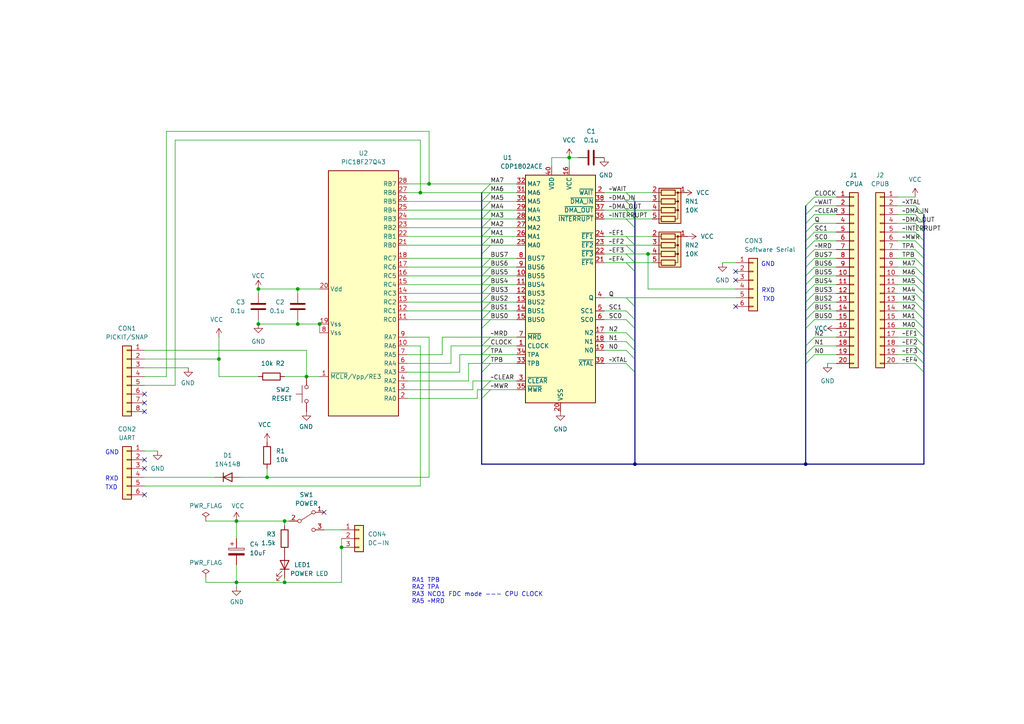
<source format=kicad_sch>
(kicad_sch (version 20211123) (generator eeschema)

  (uuid 7e0a03ae-d054-4f76-a131-5c09b8dc1636)

  (paper "A4")

  (title_block
    (title "EMU1802_mini")
    (date "2022-06-11")
    (rev "0.1")
    (company "kanpapa.com")
  )

  (lib_symbols
    (symbol "Connector_Generic:Conn_01x03" (pin_names (offset 1.016) hide) (in_bom yes) (on_board yes)
      (property "Reference" "J" (id 0) (at 0 5.08 0)
        (effects (font (size 1.27 1.27)))
      )
      (property "Value" "Conn_01x03" (id 1) (at 0 -5.08 0)
        (effects (font (size 1.27 1.27)))
      )
      (property "Footprint" "" (id 2) (at 0 0 0)
        (effects (font (size 1.27 1.27)) hide)
      )
      (property "Datasheet" "~" (id 3) (at 0 0 0)
        (effects (font (size 1.27 1.27)) hide)
      )
      (property "ki_keywords" "connector" (id 4) (at 0 0 0)
        (effects (font (size 1.27 1.27)) hide)
      )
      (property "ki_description" "Generic connector, single row, 01x03, script generated (kicad-library-utils/schlib/autogen/connector/)" (id 5) (at 0 0 0)
        (effects (font (size 1.27 1.27)) hide)
      )
      (property "ki_fp_filters" "Connector*:*_1x??_*" (id 6) (at 0 0 0)
        (effects (font (size 1.27 1.27)) hide)
      )
      (symbol "Conn_01x03_1_1"
        (rectangle (start -1.27 -2.413) (end 0 -2.667)
          (stroke (width 0.1524) (type default) (color 0 0 0 0))
          (fill (type none))
        )
        (rectangle (start -1.27 0.127) (end 0 -0.127)
          (stroke (width 0.1524) (type default) (color 0 0 0 0))
          (fill (type none))
        )
        (rectangle (start -1.27 2.667) (end 0 2.413)
          (stroke (width 0.1524) (type default) (color 0 0 0 0))
          (fill (type none))
        )
        (rectangle (start -1.27 3.81) (end 1.27 -3.81)
          (stroke (width 0.254) (type default) (color 0 0 0 0))
          (fill (type background))
        )
        (pin passive line (at -5.08 2.54 0) (length 3.81)
          (name "Pin_1" (effects (font (size 1.27 1.27))))
          (number "1" (effects (font (size 1.27 1.27))))
        )
        (pin passive line (at -5.08 0 0) (length 3.81)
          (name "Pin_2" (effects (font (size 1.27 1.27))))
          (number "2" (effects (font (size 1.27 1.27))))
        )
        (pin passive line (at -5.08 -2.54 0) (length 3.81)
          (name "Pin_3" (effects (font (size 1.27 1.27))))
          (number "3" (effects (font (size 1.27 1.27))))
        )
      )
    )
    (symbol "Connector_Generic:Conn_01x06" (pin_names (offset 1.016) hide) (in_bom yes) (on_board yes)
      (property "Reference" "J" (id 0) (at 0 7.62 0)
        (effects (font (size 1.27 1.27)))
      )
      (property "Value" "Conn_01x06" (id 1) (at 0 -10.16 0)
        (effects (font (size 1.27 1.27)))
      )
      (property "Footprint" "" (id 2) (at 0 0 0)
        (effects (font (size 1.27 1.27)) hide)
      )
      (property "Datasheet" "~" (id 3) (at 0 0 0)
        (effects (font (size 1.27 1.27)) hide)
      )
      (property "ki_keywords" "connector" (id 4) (at 0 0 0)
        (effects (font (size 1.27 1.27)) hide)
      )
      (property "ki_description" "Generic connector, single row, 01x06, script generated (kicad-library-utils/schlib/autogen/connector/)" (id 5) (at 0 0 0)
        (effects (font (size 1.27 1.27)) hide)
      )
      (property "ki_fp_filters" "Connector*:*_1x??_*" (id 6) (at 0 0 0)
        (effects (font (size 1.27 1.27)) hide)
      )
      (symbol "Conn_01x06_1_1"
        (rectangle (start -1.27 -7.493) (end 0 -7.747)
          (stroke (width 0.1524) (type default) (color 0 0 0 0))
          (fill (type none))
        )
        (rectangle (start -1.27 -4.953) (end 0 -5.207)
          (stroke (width 0.1524) (type default) (color 0 0 0 0))
          (fill (type none))
        )
        (rectangle (start -1.27 -2.413) (end 0 -2.667)
          (stroke (width 0.1524) (type default) (color 0 0 0 0))
          (fill (type none))
        )
        (rectangle (start -1.27 0.127) (end 0 -0.127)
          (stroke (width 0.1524) (type default) (color 0 0 0 0))
          (fill (type none))
        )
        (rectangle (start -1.27 2.667) (end 0 2.413)
          (stroke (width 0.1524) (type default) (color 0 0 0 0))
          (fill (type none))
        )
        (rectangle (start -1.27 5.207) (end 0 4.953)
          (stroke (width 0.1524) (type default) (color 0 0 0 0))
          (fill (type none))
        )
        (rectangle (start -1.27 6.35) (end 1.27 -8.89)
          (stroke (width 0.254) (type default) (color 0 0 0 0))
          (fill (type background))
        )
        (pin passive line (at -5.08 5.08 0) (length 3.81)
          (name "Pin_1" (effects (font (size 1.27 1.27))))
          (number "1" (effects (font (size 1.27 1.27))))
        )
        (pin passive line (at -5.08 2.54 0) (length 3.81)
          (name "Pin_2" (effects (font (size 1.27 1.27))))
          (number "2" (effects (font (size 1.27 1.27))))
        )
        (pin passive line (at -5.08 0 0) (length 3.81)
          (name "Pin_3" (effects (font (size 1.27 1.27))))
          (number "3" (effects (font (size 1.27 1.27))))
        )
        (pin passive line (at -5.08 -2.54 0) (length 3.81)
          (name "Pin_4" (effects (font (size 1.27 1.27))))
          (number "4" (effects (font (size 1.27 1.27))))
        )
        (pin passive line (at -5.08 -5.08 0) (length 3.81)
          (name "Pin_5" (effects (font (size 1.27 1.27))))
          (number "5" (effects (font (size 1.27 1.27))))
        )
        (pin passive line (at -5.08 -7.62 0) (length 3.81)
          (name "Pin_6" (effects (font (size 1.27 1.27))))
          (number "6" (effects (font (size 1.27 1.27))))
        )
      )
    )
    (symbol "Connector_Generic:Conn_01x08" (pin_names (offset 1.016) hide) (in_bom yes) (on_board yes)
      (property "Reference" "J" (id 0) (at 0 10.16 0)
        (effects (font (size 1.27 1.27)))
      )
      (property "Value" "Conn_01x08" (id 1) (at 0 -12.7 0)
        (effects (font (size 1.27 1.27)))
      )
      (property "Footprint" "" (id 2) (at 0 0 0)
        (effects (font (size 1.27 1.27)) hide)
      )
      (property "Datasheet" "~" (id 3) (at 0 0 0)
        (effects (font (size 1.27 1.27)) hide)
      )
      (property "ki_keywords" "connector" (id 4) (at 0 0 0)
        (effects (font (size 1.27 1.27)) hide)
      )
      (property "ki_description" "Generic connector, single row, 01x08, script generated (kicad-library-utils/schlib/autogen/connector/)" (id 5) (at 0 0 0)
        (effects (font (size 1.27 1.27)) hide)
      )
      (property "ki_fp_filters" "Connector*:*_1x??_*" (id 6) (at 0 0 0)
        (effects (font (size 1.27 1.27)) hide)
      )
      (symbol "Conn_01x08_1_1"
        (rectangle (start -1.27 -10.033) (end 0 -10.287)
          (stroke (width 0.1524) (type default) (color 0 0 0 0))
          (fill (type none))
        )
        (rectangle (start -1.27 -7.493) (end 0 -7.747)
          (stroke (width 0.1524) (type default) (color 0 0 0 0))
          (fill (type none))
        )
        (rectangle (start -1.27 -4.953) (end 0 -5.207)
          (stroke (width 0.1524) (type default) (color 0 0 0 0))
          (fill (type none))
        )
        (rectangle (start -1.27 -2.413) (end 0 -2.667)
          (stroke (width 0.1524) (type default) (color 0 0 0 0))
          (fill (type none))
        )
        (rectangle (start -1.27 0.127) (end 0 -0.127)
          (stroke (width 0.1524) (type default) (color 0 0 0 0))
          (fill (type none))
        )
        (rectangle (start -1.27 2.667) (end 0 2.413)
          (stroke (width 0.1524) (type default) (color 0 0 0 0))
          (fill (type none))
        )
        (rectangle (start -1.27 5.207) (end 0 4.953)
          (stroke (width 0.1524) (type default) (color 0 0 0 0))
          (fill (type none))
        )
        (rectangle (start -1.27 7.747) (end 0 7.493)
          (stroke (width 0.1524) (type default) (color 0 0 0 0))
          (fill (type none))
        )
        (rectangle (start -1.27 8.89) (end 1.27 -11.43)
          (stroke (width 0.254) (type default) (color 0 0 0 0))
          (fill (type background))
        )
        (pin passive line (at -5.08 7.62 0) (length 3.81)
          (name "Pin_1" (effects (font (size 1.27 1.27))))
          (number "1" (effects (font (size 1.27 1.27))))
        )
        (pin passive line (at -5.08 5.08 0) (length 3.81)
          (name "Pin_2" (effects (font (size 1.27 1.27))))
          (number "2" (effects (font (size 1.27 1.27))))
        )
        (pin passive line (at -5.08 2.54 0) (length 3.81)
          (name "Pin_3" (effects (font (size 1.27 1.27))))
          (number "3" (effects (font (size 1.27 1.27))))
        )
        (pin passive line (at -5.08 0 0) (length 3.81)
          (name "Pin_4" (effects (font (size 1.27 1.27))))
          (number "4" (effects (font (size 1.27 1.27))))
        )
        (pin passive line (at -5.08 -2.54 0) (length 3.81)
          (name "Pin_5" (effects (font (size 1.27 1.27))))
          (number "5" (effects (font (size 1.27 1.27))))
        )
        (pin passive line (at -5.08 -5.08 0) (length 3.81)
          (name "Pin_6" (effects (font (size 1.27 1.27))))
          (number "6" (effects (font (size 1.27 1.27))))
        )
        (pin passive line (at -5.08 -7.62 0) (length 3.81)
          (name "Pin_7" (effects (font (size 1.27 1.27))))
          (number "7" (effects (font (size 1.27 1.27))))
        )
        (pin passive line (at -5.08 -10.16 0) (length 3.81)
          (name "Pin_8" (effects (font (size 1.27 1.27))))
          (number "8" (effects (font (size 1.27 1.27))))
        )
      )
    )
    (symbol "Connector_Generic:Conn_01x20" (pin_names (offset 1.016) hide) (in_bom yes) (on_board yes)
      (property "Reference" "J" (id 0) (at 0 25.4 0)
        (effects (font (size 1.27 1.27)))
      )
      (property "Value" "Conn_01x20" (id 1) (at 0 -27.94 0)
        (effects (font (size 1.27 1.27)))
      )
      (property "Footprint" "" (id 2) (at 0 0 0)
        (effects (font (size 1.27 1.27)) hide)
      )
      (property "Datasheet" "~" (id 3) (at 0 0 0)
        (effects (font (size 1.27 1.27)) hide)
      )
      (property "ki_keywords" "connector" (id 4) (at 0 0 0)
        (effects (font (size 1.27 1.27)) hide)
      )
      (property "ki_description" "Generic connector, single row, 01x20, script generated (kicad-library-utils/schlib/autogen/connector/)" (id 5) (at 0 0 0)
        (effects (font (size 1.27 1.27)) hide)
      )
      (property "ki_fp_filters" "Connector*:*_1x??_*" (id 6) (at 0 0 0)
        (effects (font (size 1.27 1.27)) hide)
      )
      (symbol "Conn_01x20_1_1"
        (rectangle (start -1.27 -25.273) (end 0 -25.527)
          (stroke (width 0.1524) (type default) (color 0 0 0 0))
          (fill (type none))
        )
        (rectangle (start -1.27 -22.733) (end 0 -22.987)
          (stroke (width 0.1524) (type default) (color 0 0 0 0))
          (fill (type none))
        )
        (rectangle (start -1.27 -20.193) (end 0 -20.447)
          (stroke (width 0.1524) (type default) (color 0 0 0 0))
          (fill (type none))
        )
        (rectangle (start -1.27 -17.653) (end 0 -17.907)
          (stroke (width 0.1524) (type default) (color 0 0 0 0))
          (fill (type none))
        )
        (rectangle (start -1.27 -15.113) (end 0 -15.367)
          (stroke (width 0.1524) (type default) (color 0 0 0 0))
          (fill (type none))
        )
        (rectangle (start -1.27 -12.573) (end 0 -12.827)
          (stroke (width 0.1524) (type default) (color 0 0 0 0))
          (fill (type none))
        )
        (rectangle (start -1.27 -10.033) (end 0 -10.287)
          (stroke (width 0.1524) (type default) (color 0 0 0 0))
          (fill (type none))
        )
        (rectangle (start -1.27 -7.493) (end 0 -7.747)
          (stroke (width 0.1524) (type default) (color 0 0 0 0))
          (fill (type none))
        )
        (rectangle (start -1.27 -4.953) (end 0 -5.207)
          (stroke (width 0.1524) (type default) (color 0 0 0 0))
          (fill (type none))
        )
        (rectangle (start -1.27 -2.413) (end 0 -2.667)
          (stroke (width 0.1524) (type default) (color 0 0 0 0))
          (fill (type none))
        )
        (rectangle (start -1.27 0.127) (end 0 -0.127)
          (stroke (width 0.1524) (type default) (color 0 0 0 0))
          (fill (type none))
        )
        (rectangle (start -1.27 2.667) (end 0 2.413)
          (stroke (width 0.1524) (type default) (color 0 0 0 0))
          (fill (type none))
        )
        (rectangle (start -1.27 5.207) (end 0 4.953)
          (stroke (width 0.1524) (type default) (color 0 0 0 0))
          (fill (type none))
        )
        (rectangle (start -1.27 7.747) (end 0 7.493)
          (stroke (width 0.1524) (type default) (color 0 0 0 0))
          (fill (type none))
        )
        (rectangle (start -1.27 10.287) (end 0 10.033)
          (stroke (width 0.1524) (type default) (color 0 0 0 0))
          (fill (type none))
        )
        (rectangle (start -1.27 12.827) (end 0 12.573)
          (stroke (width 0.1524) (type default) (color 0 0 0 0))
          (fill (type none))
        )
        (rectangle (start -1.27 15.367) (end 0 15.113)
          (stroke (width 0.1524) (type default) (color 0 0 0 0))
          (fill (type none))
        )
        (rectangle (start -1.27 17.907) (end 0 17.653)
          (stroke (width 0.1524) (type default) (color 0 0 0 0))
          (fill (type none))
        )
        (rectangle (start -1.27 20.447) (end 0 20.193)
          (stroke (width 0.1524) (type default) (color 0 0 0 0))
          (fill (type none))
        )
        (rectangle (start -1.27 22.987) (end 0 22.733)
          (stroke (width 0.1524) (type default) (color 0 0 0 0))
          (fill (type none))
        )
        (rectangle (start -1.27 24.13) (end 1.27 -26.67)
          (stroke (width 0.254) (type default) (color 0 0 0 0))
          (fill (type background))
        )
        (pin passive line (at -5.08 22.86 0) (length 3.81)
          (name "Pin_1" (effects (font (size 1.27 1.27))))
          (number "1" (effects (font (size 1.27 1.27))))
        )
        (pin passive line (at -5.08 0 0) (length 3.81)
          (name "Pin_10" (effects (font (size 1.27 1.27))))
          (number "10" (effects (font (size 1.27 1.27))))
        )
        (pin passive line (at -5.08 -2.54 0) (length 3.81)
          (name "Pin_11" (effects (font (size 1.27 1.27))))
          (number "11" (effects (font (size 1.27 1.27))))
        )
        (pin passive line (at -5.08 -5.08 0) (length 3.81)
          (name "Pin_12" (effects (font (size 1.27 1.27))))
          (number "12" (effects (font (size 1.27 1.27))))
        )
        (pin passive line (at -5.08 -7.62 0) (length 3.81)
          (name "Pin_13" (effects (font (size 1.27 1.27))))
          (number "13" (effects (font (size 1.27 1.27))))
        )
        (pin passive line (at -5.08 -10.16 0) (length 3.81)
          (name "Pin_14" (effects (font (size 1.27 1.27))))
          (number "14" (effects (font (size 1.27 1.27))))
        )
        (pin passive line (at -5.08 -12.7 0) (length 3.81)
          (name "Pin_15" (effects (font (size 1.27 1.27))))
          (number "15" (effects (font (size 1.27 1.27))))
        )
        (pin passive line (at -5.08 -15.24 0) (length 3.81)
          (name "Pin_16" (effects (font (size 1.27 1.27))))
          (number "16" (effects (font (size 1.27 1.27))))
        )
        (pin passive line (at -5.08 -17.78 0) (length 3.81)
          (name "Pin_17" (effects (font (size 1.27 1.27))))
          (number "17" (effects (font (size 1.27 1.27))))
        )
        (pin passive line (at -5.08 -20.32 0) (length 3.81)
          (name "Pin_18" (effects (font (size 1.27 1.27))))
          (number "18" (effects (font (size 1.27 1.27))))
        )
        (pin passive line (at -5.08 -22.86 0) (length 3.81)
          (name "Pin_19" (effects (font (size 1.27 1.27))))
          (number "19" (effects (font (size 1.27 1.27))))
        )
        (pin passive line (at -5.08 20.32 0) (length 3.81)
          (name "Pin_2" (effects (font (size 1.27 1.27))))
          (number "2" (effects (font (size 1.27 1.27))))
        )
        (pin passive line (at -5.08 -25.4 0) (length 3.81)
          (name "Pin_20" (effects (font (size 1.27 1.27))))
          (number "20" (effects (font (size 1.27 1.27))))
        )
        (pin passive line (at -5.08 17.78 0) (length 3.81)
          (name "Pin_3" (effects (font (size 1.27 1.27))))
          (number "3" (effects (font (size 1.27 1.27))))
        )
        (pin passive line (at -5.08 15.24 0) (length 3.81)
          (name "Pin_4" (effects (font (size 1.27 1.27))))
          (number "4" (effects (font (size 1.27 1.27))))
        )
        (pin passive line (at -5.08 12.7 0) (length 3.81)
          (name "Pin_5" (effects (font (size 1.27 1.27))))
          (number "5" (effects (font (size 1.27 1.27))))
        )
        (pin passive line (at -5.08 10.16 0) (length 3.81)
          (name "Pin_6" (effects (font (size 1.27 1.27))))
          (number "6" (effects (font (size 1.27 1.27))))
        )
        (pin passive line (at -5.08 7.62 0) (length 3.81)
          (name "Pin_7" (effects (font (size 1.27 1.27))))
          (number "7" (effects (font (size 1.27 1.27))))
        )
        (pin passive line (at -5.08 5.08 0) (length 3.81)
          (name "Pin_8" (effects (font (size 1.27 1.27))))
          (number "8" (effects (font (size 1.27 1.27))))
        )
        (pin passive line (at -5.08 2.54 0) (length 3.81)
          (name "Pin_9" (effects (font (size 1.27 1.27))))
          (number "9" (effects (font (size 1.27 1.27))))
        )
      )
    )
    (symbol "Device:C" (pin_numbers hide) (pin_names (offset 0.254)) (in_bom yes) (on_board yes)
      (property "Reference" "C" (id 0) (at 0.635 2.54 0)
        (effects (font (size 1.27 1.27)) (justify left))
      )
      (property "Value" "C" (id 1) (at 0.635 -2.54 0)
        (effects (font (size 1.27 1.27)) (justify left))
      )
      (property "Footprint" "" (id 2) (at 0.9652 -3.81 0)
        (effects (font (size 1.27 1.27)) hide)
      )
      (property "Datasheet" "~" (id 3) (at 0 0 0)
        (effects (font (size 1.27 1.27)) hide)
      )
      (property "ki_keywords" "cap capacitor" (id 4) (at 0 0 0)
        (effects (font (size 1.27 1.27)) hide)
      )
      (property "ki_description" "Unpolarized capacitor" (id 5) (at 0 0 0)
        (effects (font (size 1.27 1.27)) hide)
      )
      (property "ki_fp_filters" "C_*" (id 6) (at 0 0 0)
        (effects (font (size 1.27 1.27)) hide)
      )
      (symbol "C_0_1"
        (polyline
          (pts
            (xy -2.032 -0.762)
            (xy 2.032 -0.762)
          )
          (stroke (width 0.508) (type default) (color 0 0 0 0))
          (fill (type none))
        )
        (polyline
          (pts
            (xy -2.032 0.762)
            (xy 2.032 0.762)
          )
          (stroke (width 0.508) (type default) (color 0 0 0 0))
          (fill (type none))
        )
      )
      (symbol "C_1_1"
        (pin passive line (at 0 3.81 270) (length 2.794)
          (name "~" (effects (font (size 1.27 1.27))))
          (number "1" (effects (font (size 1.27 1.27))))
        )
        (pin passive line (at 0 -3.81 90) (length 2.794)
          (name "~" (effects (font (size 1.27 1.27))))
          (number "2" (effects (font (size 1.27 1.27))))
        )
      )
    )
    (symbol "Device:C_Polarized" (pin_numbers hide) (pin_names (offset 0.254)) (in_bom yes) (on_board yes)
      (property "Reference" "C" (id 0) (at 0.635 2.54 0)
        (effects (font (size 1.27 1.27)) (justify left))
      )
      (property "Value" "C_Polarized" (id 1) (at 0.635 -2.54 0)
        (effects (font (size 1.27 1.27)) (justify left))
      )
      (property "Footprint" "" (id 2) (at 0.9652 -3.81 0)
        (effects (font (size 1.27 1.27)) hide)
      )
      (property "Datasheet" "~" (id 3) (at 0 0 0)
        (effects (font (size 1.27 1.27)) hide)
      )
      (property "ki_keywords" "cap capacitor" (id 4) (at 0 0 0)
        (effects (font (size 1.27 1.27)) hide)
      )
      (property "ki_description" "Polarized capacitor" (id 5) (at 0 0 0)
        (effects (font (size 1.27 1.27)) hide)
      )
      (property "ki_fp_filters" "CP_*" (id 6) (at 0 0 0)
        (effects (font (size 1.27 1.27)) hide)
      )
      (symbol "C_Polarized_0_1"
        (rectangle (start -2.286 0.508) (end 2.286 1.016)
          (stroke (width 0) (type default) (color 0 0 0 0))
          (fill (type none))
        )
        (polyline
          (pts
            (xy -1.778 2.286)
            (xy -0.762 2.286)
          )
          (stroke (width 0) (type default) (color 0 0 0 0))
          (fill (type none))
        )
        (polyline
          (pts
            (xy -1.27 2.794)
            (xy -1.27 1.778)
          )
          (stroke (width 0) (type default) (color 0 0 0 0))
          (fill (type none))
        )
        (rectangle (start 2.286 -0.508) (end -2.286 -1.016)
          (stroke (width 0) (type default) (color 0 0 0 0))
          (fill (type outline))
        )
      )
      (symbol "C_Polarized_1_1"
        (pin passive line (at 0 3.81 270) (length 2.794)
          (name "~" (effects (font (size 1.27 1.27))))
          (number "1" (effects (font (size 1.27 1.27))))
        )
        (pin passive line (at 0 -3.81 90) (length 2.794)
          (name "~" (effects (font (size 1.27 1.27))))
          (number "2" (effects (font (size 1.27 1.27))))
        )
      )
    )
    (symbol "Device:D" (pin_numbers hide) (pin_names (offset 1.016) hide) (in_bom yes) (on_board yes)
      (property "Reference" "D" (id 0) (at 0 2.54 0)
        (effects (font (size 1.27 1.27)))
      )
      (property "Value" "D" (id 1) (at 0 -2.54 0)
        (effects (font (size 1.27 1.27)))
      )
      (property "Footprint" "" (id 2) (at 0 0 0)
        (effects (font (size 1.27 1.27)) hide)
      )
      (property "Datasheet" "~" (id 3) (at 0 0 0)
        (effects (font (size 1.27 1.27)) hide)
      )
      (property "ki_keywords" "diode" (id 4) (at 0 0 0)
        (effects (font (size 1.27 1.27)) hide)
      )
      (property "ki_description" "Diode" (id 5) (at 0 0 0)
        (effects (font (size 1.27 1.27)) hide)
      )
      (property "ki_fp_filters" "TO-???* *_Diode_* *SingleDiode* D_*" (id 6) (at 0 0 0)
        (effects (font (size 1.27 1.27)) hide)
      )
      (symbol "D_0_1"
        (polyline
          (pts
            (xy -1.27 1.27)
            (xy -1.27 -1.27)
          )
          (stroke (width 0.254) (type default) (color 0 0 0 0))
          (fill (type none))
        )
        (polyline
          (pts
            (xy 1.27 0)
            (xy -1.27 0)
          )
          (stroke (width 0) (type default) (color 0 0 0 0))
          (fill (type none))
        )
        (polyline
          (pts
            (xy 1.27 1.27)
            (xy 1.27 -1.27)
            (xy -1.27 0)
            (xy 1.27 1.27)
          )
          (stroke (width 0.254) (type default) (color 0 0 0 0))
          (fill (type none))
        )
      )
      (symbol "D_1_1"
        (pin passive line (at -3.81 0 0) (length 2.54)
          (name "K" (effects (font (size 1.27 1.27))))
          (number "1" (effects (font (size 1.27 1.27))))
        )
        (pin passive line (at 3.81 0 180) (length 2.54)
          (name "A" (effects (font (size 1.27 1.27))))
          (number "2" (effects (font (size 1.27 1.27))))
        )
      )
    )
    (symbol "Device:LED" (pin_numbers hide) (pin_names (offset 1.016) hide) (in_bom yes) (on_board yes)
      (property "Reference" "D" (id 0) (at 0 2.54 0)
        (effects (font (size 1.27 1.27)))
      )
      (property "Value" "LED" (id 1) (at 0 -2.54 0)
        (effects (font (size 1.27 1.27)))
      )
      (property "Footprint" "" (id 2) (at 0 0 0)
        (effects (font (size 1.27 1.27)) hide)
      )
      (property "Datasheet" "~" (id 3) (at 0 0 0)
        (effects (font (size 1.27 1.27)) hide)
      )
      (property "ki_keywords" "LED diode" (id 4) (at 0 0 0)
        (effects (font (size 1.27 1.27)) hide)
      )
      (property "ki_description" "Light emitting diode" (id 5) (at 0 0 0)
        (effects (font (size 1.27 1.27)) hide)
      )
      (property "ki_fp_filters" "LED* LED_SMD:* LED_THT:*" (id 6) (at 0 0 0)
        (effects (font (size 1.27 1.27)) hide)
      )
      (symbol "LED_0_1"
        (polyline
          (pts
            (xy -1.27 -1.27)
            (xy -1.27 1.27)
          )
          (stroke (width 0.254) (type default) (color 0 0 0 0))
          (fill (type none))
        )
        (polyline
          (pts
            (xy -1.27 0)
            (xy 1.27 0)
          )
          (stroke (width 0) (type default) (color 0 0 0 0))
          (fill (type none))
        )
        (polyline
          (pts
            (xy 1.27 -1.27)
            (xy 1.27 1.27)
            (xy -1.27 0)
            (xy 1.27 -1.27)
          )
          (stroke (width 0.254) (type default) (color 0 0 0 0))
          (fill (type none))
        )
        (polyline
          (pts
            (xy -3.048 -0.762)
            (xy -4.572 -2.286)
            (xy -3.81 -2.286)
            (xy -4.572 -2.286)
            (xy -4.572 -1.524)
          )
          (stroke (width 0) (type default) (color 0 0 0 0))
          (fill (type none))
        )
        (polyline
          (pts
            (xy -1.778 -0.762)
            (xy -3.302 -2.286)
            (xy -2.54 -2.286)
            (xy -3.302 -2.286)
            (xy -3.302 -1.524)
          )
          (stroke (width 0) (type default) (color 0 0 0 0))
          (fill (type none))
        )
      )
      (symbol "LED_1_1"
        (pin passive line (at -3.81 0 0) (length 2.54)
          (name "K" (effects (font (size 1.27 1.27))))
          (number "1" (effects (font (size 1.27 1.27))))
        )
        (pin passive line (at 3.81 0 180) (length 2.54)
          (name "A" (effects (font (size 1.27 1.27))))
          (number "2" (effects (font (size 1.27 1.27))))
        )
      )
    )
    (symbol "Device:R" (pin_numbers hide) (pin_names (offset 0)) (in_bom yes) (on_board yes)
      (property "Reference" "R" (id 0) (at 2.032 0 90)
        (effects (font (size 1.27 1.27)))
      )
      (property "Value" "R" (id 1) (at 0 0 90)
        (effects (font (size 1.27 1.27)))
      )
      (property "Footprint" "" (id 2) (at -1.778 0 90)
        (effects (font (size 1.27 1.27)) hide)
      )
      (property "Datasheet" "~" (id 3) (at 0 0 0)
        (effects (font (size 1.27 1.27)) hide)
      )
      (property "ki_keywords" "R res resistor" (id 4) (at 0 0 0)
        (effects (font (size 1.27 1.27)) hide)
      )
      (property "ki_description" "Resistor" (id 5) (at 0 0 0)
        (effects (font (size 1.27 1.27)) hide)
      )
      (property "ki_fp_filters" "R_*" (id 6) (at 0 0 0)
        (effects (font (size 1.27 1.27)) hide)
      )
      (symbol "R_0_1"
        (rectangle (start -1.016 -2.54) (end 1.016 2.54)
          (stroke (width 0.254) (type default) (color 0 0 0 0))
          (fill (type none))
        )
      )
      (symbol "R_1_1"
        (pin passive line (at 0 3.81 270) (length 1.27)
          (name "~" (effects (font (size 1.27 1.27))))
          (number "1" (effects (font (size 1.27 1.27))))
        )
        (pin passive line (at 0 -3.81 90) (length 1.27)
          (name "~" (effects (font (size 1.27 1.27))))
          (number "2" (effects (font (size 1.27 1.27))))
        )
      )
    )
    (symbol "Device:R_Network04" (pin_names (offset 0) hide) (in_bom yes) (on_board yes)
      (property "Reference" "RN" (id 0) (at -7.62 0 90)
        (effects (font (size 1.27 1.27)))
      )
      (property "Value" "R_Network04" (id 1) (at 5.08 0 90)
        (effects (font (size 1.27 1.27)))
      )
      (property "Footprint" "Resistor_THT:R_Array_SIP5" (id 2) (at 6.985 0 90)
        (effects (font (size 1.27 1.27)) hide)
      )
      (property "Datasheet" "http://www.vishay.com/docs/31509/csc.pdf" (id 3) (at 0 0 0)
        (effects (font (size 1.27 1.27)) hide)
      )
      (property "ki_keywords" "R network star-topology" (id 4) (at 0 0 0)
        (effects (font (size 1.27 1.27)) hide)
      )
      (property "ki_description" "4 resistor network, star topology, bussed resistors, small symbol" (id 5) (at 0 0 0)
        (effects (font (size 1.27 1.27)) hide)
      )
      (property "ki_fp_filters" "R?Array?SIP*" (id 6) (at 0 0 0)
        (effects (font (size 1.27 1.27)) hide)
      )
      (symbol "R_Network04_0_1"
        (rectangle (start -6.35 -3.175) (end 3.81 3.175)
          (stroke (width 0.254) (type default) (color 0 0 0 0))
          (fill (type background))
        )
        (rectangle (start -5.842 1.524) (end -4.318 -2.54)
          (stroke (width 0.254) (type default) (color 0 0 0 0))
          (fill (type none))
        )
        (circle (center -5.08 2.286) (radius 0.254)
          (stroke (width 0) (type default) (color 0 0 0 0))
          (fill (type outline))
        )
        (rectangle (start -3.302 1.524) (end -1.778 -2.54)
          (stroke (width 0.254) (type default) (color 0 0 0 0))
          (fill (type none))
        )
        (circle (center -2.54 2.286) (radius 0.254)
          (stroke (width 0) (type default) (color 0 0 0 0))
          (fill (type outline))
        )
        (rectangle (start -0.762 1.524) (end 0.762 -2.54)
          (stroke (width 0.254) (type default) (color 0 0 0 0))
          (fill (type none))
        )
        (polyline
          (pts
            (xy -5.08 -2.54)
            (xy -5.08 -3.81)
          )
          (stroke (width 0) (type default) (color 0 0 0 0))
          (fill (type none))
        )
        (polyline
          (pts
            (xy -2.54 -2.54)
            (xy -2.54 -3.81)
          )
          (stroke (width 0) (type default) (color 0 0 0 0))
          (fill (type none))
        )
        (polyline
          (pts
            (xy 0 -2.54)
            (xy 0 -3.81)
          )
          (stroke (width 0) (type default) (color 0 0 0 0))
          (fill (type none))
        )
        (polyline
          (pts
            (xy 2.54 -2.54)
            (xy 2.54 -3.81)
          )
          (stroke (width 0) (type default) (color 0 0 0 0))
          (fill (type none))
        )
        (polyline
          (pts
            (xy -5.08 1.524)
            (xy -5.08 2.286)
            (xy -2.54 2.286)
            (xy -2.54 1.524)
          )
          (stroke (width 0) (type default) (color 0 0 0 0))
          (fill (type none))
        )
        (polyline
          (pts
            (xy -2.54 1.524)
            (xy -2.54 2.286)
            (xy 0 2.286)
            (xy 0 1.524)
          )
          (stroke (width 0) (type default) (color 0 0 0 0))
          (fill (type none))
        )
        (polyline
          (pts
            (xy 0 1.524)
            (xy 0 2.286)
            (xy 2.54 2.286)
            (xy 2.54 1.524)
          )
          (stroke (width 0) (type default) (color 0 0 0 0))
          (fill (type none))
        )
        (circle (center 0 2.286) (radius 0.254)
          (stroke (width 0) (type default) (color 0 0 0 0))
          (fill (type outline))
        )
        (rectangle (start 1.778 1.524) (end 3.302 -2.54)
          (stroke (width 0.254) (type default) (color 0 0 0 0))
          (fill (type none))
        )
      )
      (symbol "R_Network04_1_1"
        (pin passive line (at -5.08 5.08 270) (length 2.54)
          (name "common" (effects (font (size 1.27 1.27))))
          (number "1" (effects (font (size 1.27 1.27))))
        )
        (pin passive line (at -5.08 -5.08 90) (length 1.27)
          (name "R1" (effects (font (size 1.27 1.27))))
          (number "2" (effects (font (size 1.27 1.27))))
        )
        (pin passive line (at -2.54 -5.08 90) (length 1.27)
          (name "R2" (effects (font (size 1.27 1.27))))
          (number "3" (effects (font (size 1.27 1.27))))
        )
        (pin passive line (at 0 -5.08 90) (length 1.27)
          (name "R3" (effects (font (size 1.27 1.27))))
          (number "4" (effects (font (size 1.27 1.27))))
        )
        (pin passive line (at 2.54 -5.08 90) (length 1.27)
          (name "R4" (effects (font (size 1.27 1.27))))
          (number "5" (effects (font (size 1.27 1.27))))
        )
      )
    )
    (symbol "Switch:SW_Push" (pin_numbers hide) (pin_names (offset 1.016) hide) (in_bom yes) (on_board yes)
      (property "Reference" "SW" (id 0) (at 1.27 2.54 0)
        (effects (font (size 1.27 1.27)) (justify left))
      )
      (property "Value" "SW_Push" (id 1) (at 0 -1.524 0)
        (effects (font (size 1.27 1.27)))
      )
      (property "Footprint" "" (id 2) (at 0 5.08 0)
        (effects (font (size 1.27 1.27)) hide)
      )
      (property "Datasheet" "~" (id 3) (at 0 5.08 0)
        (effects (font (size 1.27 1.27)) hide)
      )
      (property "ki_keywords" "switch normally-open pushbutton push-button" (id 4) (at 0 0 0)
        (effects (font (size 1.27 1.27)) hide)
      )
      (property "ki_description" "Push button switch, generic, two pins" (id 5) (at 0 0 0)
        (effects (font (size 1.27 1.27)) hide)
      )
      (symbol "SW_Push_0_1"
        (circle (center -2.032 0) (radius 0.508)
          (stroke (width 0) (type default) (color 0 0 0 0))
          (fill (type none))
        )
        (polyline
          (pts
            (xy 0 1.27)
            (xy 0 3.048)
          )
          (stroke (width 0) (type default) (color 0 0 0 0))
          (fill (type none))
        )
        (polyline
          (pts
            (xy 2.54 1.27)
            (xy -2.54 1.27)
          )
          (stroke (width 0) (type default) (color 0 0 0 0))
          (fill (type none))
        )
        (circle (center 2.032 0) (radius 0.508)
          (stroke (width 0) (type default) (color 0 0 0 0))
          (fill (type none))
        )
        (pin passive line (at -5.08 0 0) (length 2.54)
          (name "1" (effects (font (size 1.27 1.27))))
          (number "1" (effects (font (size 1.27 1.27))))
        )
        (pin passive line (at 5.08 0 180) (length 2.54)
          (name "2" (effects (font (size 1.27 1.27))))
          (number "2" (effects (font (size 1.27 1.27))))
        )
      )
    )
    (symbol "Switch:SW_SPDT" (pin_names (offset 0) hide) (in_bom yes) (on_board yes)
      (property "Reference" "SW" (id 0) (at 0 4.318 0)
        (effects (font (size 1.27 1.27)))
      )
      (property "Value" "SW_SPDT" (id 1) (at 0 -5.08 0)
        (effects (font (size 1.27 1.27)))
      )
      (property "Footprint" "" (id 2) (at 0 0 0)
        (effects (font (size 1.27 1.27)) hide)
      )
      (property "Datasheet" "~" (id 3) (at 0 0 0)
        (effects (font (size 1.27 1.27)) hide)
      )
      (property "ki_keywords" "switch single-pole double-throw spdt ON-ON" (id 4) (at 0 0 0)
        (effects (font (size 1.27 1.27)) hide)
      )
      (property "ki_description" "Switch, single pole double throw" (id 5) (at 0 0 0)
        (effects (font (size 1.27 1.27)) hide)
      )
      (symbol "SW_SPDT_0_0"
        (circle (center -2.032 0) (radius 0.508)
          (stroke (width 0) (type default) (color 0 0 0 0))
          (fill (type none))
        )
        (circle (center 2.032 -2.54) (radius 0.508)
          (stroke (width 0) (type default) (color 0 0 0 0))
          (fill (type none))
        )
      )
      (symbol "SW_SPDT_0_1"
        (polyline
          (pts
            (xy -1.524 0.254)
            (xy 1.651 2.286)
          )
          (stroke (width 0) (type default) (color 0 0 0 0))
          (fill (type none))
        )
        (circle (center 2.032 2.54) (radius 0.508)
          (stroke (width 0) (type default) (color 0 0 0 0))
          (fill (type none))
        )
      )
      (symbol "SW_SPDT_1_1"
        (pin passive line (at 5.08 2.54 180) (length 2.54)
          (name "A" (effects (font (size 1.27 1.27))))
          (number "1" (effects (font (size 1.27 1.27))))
        )
        (pin passive line (at -5.08 0 0) (length 2.54)
          (name "B" (effects (font (size 1.27 1.27))))
          (number "2" (effects (font (size 1.27 1.27))))
        )
        (pin passive line (at 5.08 -2.54 180) (length 2.54)
          (name "C" (effects (font (size 1.27 1.27))))
          (number "3" (effects (font (size 1.27 1.27))))
        )
      )
    )
    (symbol "emu1802_mini:CDP1802ACE" (in_bom yes) (on_board yes)
      (property "Reference" "U1" (id 0) (at -12.7 38.1 0)
        (effects (font (size 1.27 1.27)) (justify left))
      )
      (property "Value" "CDP1802ACE" (id 1) (at -7.62 35.56 0)
        (effects (font (size 1.27 1.27)) (justify left))
      )
      (property "Footprint" "Package_DIP:DIP-40_W15.24mm" (id 2) (at 0 48.26 0)
        (effects (font (size 1.27 1.27)) hide)
      )
      (property "Datasheet" "http://www.cosmacelf.com/publications/data-sheets/cdp1802.pdf" (id 3) (at 0 50.8 0)
        (effects (font (size 1.27 1.27)) hide)
      )
      (property "ki_keywords" "CPU Processor" (id 4) (at 0 0 0)
        (effects (font (size 1.27 1.27)) hide)
      )
      (property "ki_description" "8-bit, General Purpose, 5V, 3.2 MHz, DIP-40" (id 5) (at 0 0 0)
        (effects (font (size 1.27 1.27)) hide)
      )
      (property "ki_fp_filters" "DIP*W15.24mm*" (id 6) (at 0 0 0)
        (effects (font (size 1.27 1.27)) hide)
      )
      (symbol "CDP1802ACE_0_1"
        (rectangle (start -10.16 33.02) (end 10.16 -33.02)
          (stroke (width 0.254) (type default) (color 0 0 0 0))
          (fill (type background))
        )
      )
      (symbol "CDP1802ACE_1_1"
        (pin input line (at 12.7 -16.51 180) (length 2.54)
          (name "CLOCK" (effects (font (size 1.27 1.27))))
          (number "1" (effects (font (size 1.27 1.27))))
        )
        (pin bidirectional line (at 12.7 3.81 180) (length 2.54)
          (name "BUS5" (effects (font (size 1.27 1.27))))
          (number "10" (effects (font (size 1.27 1.27))))
        )
        (pin bidirectional line (at 12.7 1.27 180) (length 2.54)
          (name "BUS4" (effects (font (size 1.27 1.27))))
          (number "11" (effects (font (size 1.27 1.27))))
        )
        (pin bidirectional line (at 12.7 -1.27 180) (length 2.54)
          (name "BUS3" (effects (font (size 1.27 1.27))))
          (number "12" (effects (font (size 1.27 1.27))))
        )
        (pin bidirectional line (at 12.7 -3.81 180) (length 2.54)
          (name "BUS2" (effects (font (size 1.27 1.27))))
          (number "13" (effects (font (size 1.27 1.27))))
        )
        (pin bidirectional line (at 12.7 -6.35 180) (length 2.54)
          (name "BUS1" (effects (font (size 1.27 1.27))))
          (number "14" (effects (font (size 1.27 1.27))))
        )
        (pin bidirectional line (at 12.7 -8.89 180) (length 2.54)
          (name "BUS0" (effects (font (size 1.27 1.27))))
          (number "15" (effects (font (size 1.27 1.27))))
        )
        (pin power_in line (at -2.54 35.56 270) (length 2.54)
          (name "VCC" (effects (font (size 1.27 1.27))))
          (number "16" (effects (font (size 1.27 1.27))))
        )
        (pin output line (at -12.7 -12.7 0) (length 2.54)
          (name "N2" (effects (font (size 1.27 1.27))))
          (number "17" (effects (font (size 1.27 1.27))))
        )
        (pin output line (at -12.7 -15.24 0) (length 2.54)
          (name "N1" (effects (font (size 1.27 1.27))))
          (number "18" (effects (font (size 1.27 1.27))))
        )
        (pin output line (at -12.7 -17.78 0) (length 2.54)
          (name "N0" (effects (font (size 1.27 1.27))))
          (number "19" (effects (font (size 1.27 1.27))))
        )
        (pin input line (at -12.7 27.94 0) (length 2.54)
          (name "~{WAIT}" (effects (font (size 1.27 1.27))))
          (number "2" (effects (font (size 1.27 1.27))))
        )
        (pin power_in line (at 0 -35.56 90) (length 2.54)
          (name "VSS" (effects (font (size 1.27 1.27))))
          (number "20" (effects (font (size 1.27 1.27))))
        )
        (pin input line (at -12.7 7.62 0) (length 2.54)
          (name "~{EF4}" (effects (font (size 1.27 1.27))))
          (number "21" (effects (font (size 1.27 1.27))))
        )
        (pin input line (at -12.7 10.16 0) (length 2.54)
          (name "~{EF3}" (effects (font (size 1.27 1.27))))
          (number "22" (effects (font (size 1.27 1.27))))
        )
        (pin input line (at -12.7 12.7 0) (length 2.54)
          (name "~{EF2}" (effects (font (size 1.27 1.27))))
          (number "23" (effects (font (size 1.27 1.27))))
        )
        (pin input line (at -12.7 15.24 0) (length 2.54)
          (name "~{EF1}" (effects (font (size 1.27 1.27))))
          (number "24" (effects (font (size 1.27 1.27))))
        )
        (pin output line (at 12.7 12.7 180) (length 2.54)
          (name "MA0" (effects (font (size 1.27 1.27))))
          (number "25" (effects (font (size 1.27 1.27))))
        )
        (pin output line (at 12.7 15.24 180) (length 2.54)
          (name "MA1" (effects (font (size 1.27 1.27))))
          (number "26" (effects (font (size 1.27 1.27))))
        )
        (pin output line (at 12.7 17.78 180) (length 2.54)
          (name "MA2" (effects (font (size 1.27 1.27))))
          (number "27" (effects (font (size 1.27 1.27))))
        )
        (pin output line (at 12.7 20.32 180) (length 2.54)
          (name "MA3" (effects (font (size 1.27 1.27))))
          (number "28" (effects (font (size 1.27 1.27))))
        )
        (pin output line (at 12.7 22.86 180) (length 2.54)
          (name "MA4" (effects (font (size 1.27 1.27))))
          (number "29" (effects (font (size 1.27 1.27))))
        )
        (pin input line (at 12.7 -26.67 180) (length 2.54)
          (name "~{CLEAR}" (effects (font (size 1.27 1.27))))
          (number "3" (effects (font (size 1.27 1.27))))
        )
        (pin output line (at 12.7 25.4 180) (length 2.54)
          (name "MA5" (effects (font (size 1.27 1.27))))
          (number "30" (effects (font (size 1.27 1.27))))
        )
        (pin output line (at 12.7 27.94 180) (length 2.54)
          (name "MA6" (effects (font (size 1.27 1.27))))
          (number "31" (effects (font (size 1.27 1.27))))
        )
        (pin output line (at 12.7 30.48 180) (length 2.54)
          (name "MA7" (effects (font (size 1.27 1.27))))
          (number "32" (effects (font (size 1.27 1.27))))
        )
        (pin output line (at 12.7 -21.59 180) (length 2.54)
          (name "TPB" (effects (font (size 1.27 1.27))))
          (number "33" (effects (font (size 1.27 1.27))))
        )
        (pin output line (at 12.7 -19.05 180) (length 2.54)
          (name "TPA" (effects (font (size 1.27 1.27))))
          (number "34" (effects (font (size 1.27 1.27))))
        )
        (pin output line (at 12.7 -29.21 180) (length 2.54)
          (name "~{MWR}" (effects (font (size 1.27 1.27))))
          (number "35" (effects (font (size 1.27 1.27))))
        )
        (pin input line (at -12.7 20.32 0) (length 2.54)
          (name "~{INTERRUPT}" (effects (font (size 1.27 1.27))))
          (number "36" (effects (font (size 1.27 1.27))))
        )
        (pin input line (at -12.7 22.86 0) (length 2.54)
          (name "~{DMA_OUT}" (effects (font (size 1.27 1.27))))
          (number "37" (effects (font (size 1.27 1.27))))
        )
        (pin input line (at -12.7 25.4 0) (length 2.54)
          (name "~{DMA_IN}" (effects (font (size 1.27 1.27))))
          (number "38" (effects (font (size 1.27 1.27))))
        )
        (pin output line (at -12.7 -21.59 0) (length 2.54)
          (name "~{XTAL}" (effects (font (size 1.27 1.27))))
          (number "39" (effects (font (size 1.27 1.27))))
        )
        (pin output line (at -12.7 -2.54 0) (length 2.54)
          (name "Q" (effects (font (size 1.27 1.27))))
          (number "4" (effects (font (size 1.27 1.27))))
        )
        (pin power_in line (at 2.54 35.56 270) (length 2.54)
          (name "VDD" (effects (font (size 1.27 1.27))))
          (number "40" (effects (font (size 1.27 1.27))))
        )
        (pin output line (at -12.7 -6.35 0) (length 2.54)
          (name "SC1" (effects (font (size 1.27 1.27))))
          (number "5" (effects (font (size 1.27 1.27))))
        )
        (pin output line (at -12.7 -8.89 0) (length 2.54)
          (name "SC0" (effects (font (size 1.27 1.27))))
          (number "6" (effects (font (size 1.27 1.27))))
        )
        (pin output line (at 12.7 -13.97 180) (length 2.54)
          (name "~{MRD}" (effects (font (size 1.27 1.27))))
          (number "7" (effects (font (size 1.27 1.27))))
        )
        (pin bidirectional line (at 12.7 8.89 180) (length 2.54)
          (name "BUS7" (effects (font (size 1.27 1.27))))
          (number "8" (effects (font (size 1.27 1.27))))
        )
        (pin bidirectional line (at 12.7 6.35 180) (length 2.54)
          (name "BUS6" (effects (font (size 1.27 1.27))))
          (number "9" (effects (font (size 1.27 1.27))))
        )
      )
    )
    (symbol "emu1802_mini:PIC18F27Q43" (in_bom yes) (on_board yes)
      (property "Reference" "U?" (id 0) (at 0 38.1 0)
        (effects (font (size 1.27 1.27)))
      )
      (property "Value" "PIC18F27Q43" (id 1) (at 0 35.56 0)
        (effects (font (size 1.27 1.27)))
      )
      (property "Footprint" "Package_DIP:DIP-28_W7.62mm_LongPads" (id 2) (at 0 48.26 0)
        (effects (font (size 1.27 1.27)) hide)
      )
      (property "Datasheet" "https://akizukidenshi.com/download/ds/microchip/pic18fx7q43.pdf" (id 3) (at 0 50.8 0)
        (effects (font (size 1.27 1.27)) hide)
      )
      (property "ki_keywords" "CPU Processor" (id 4) (at 0 0 0)
        (effects (font (size 1.27 1.27)) hide)
      )
      (property "ki_description" "8-bit, General Purpose, 5V, 3.2 MHz, DIP-28" (id 5) (at 0 0 0)
        (effects (font (size 1.27 1.27)) hide)
      )
      (property "ki_fp_filters" "DIP*W15.24mm*" (id 6) (at 0 0 0)
        (effects (font (size 1.27 1.27)) hide)
      )
      (symbol "PIC18F27Q43_0_1"
        (rectangle (start -10.16 -38.1) (end 10.16 33.02)
          (stroke (width 0.254) (type default) (color 0 0 0 0))
          (fill (type background))
        )
      )
      (symbol "PIC18F27Q43_1_1"
        (pin bidirectional line (at 12.7 -26.67 180) (length 2.54)
          (name "~{MCLR}/Vpp/RE3" (effects (font (size 1.27 1.27))))
          (number "1" (effects (font (size 1.27 1.27))))
        )
        (pin bidirectional line (at -12.7 -17.78 0) (length 2.54)
          (name "RA6" (effects (font (size 1.27 1.27))))
          (number "10" (effects (font (size 1.27 1.27))))
        )
        (pin bidirectional line (at -12.7 -10.16 0) (length 2.54)
          (name "RC0" (effects (font (size 1.27 1.27))))
          (number "11" (effects (font (size 1.27 1.27))))
        )
        (pin bidirectional line (at -12.7 -7.62 0) (length 2.54)
          (name "RC1" (effects (font (size 1.27 1.27))))
          (number "12" (effects (font (size 1.27 1.27))))
        )
        (pin bidirectional line (at -12.7 -5.08 0) (length 2.54)
          (name "RC2" (effects (font (size 1.27 1.27))))
          (number "13" (effects (font (size 1.27 1.27))))
        )
        (pin bidirectional line (at -12.7 -2.54 0) (length 2.54)
          (name "RC3" (effects (font (size 1.27 1.27))))
          (number "14" (effects (font (size 1.27 1.27))))
        )
        (pin bidirectional line (at -12.7 0 0) (length 2.54)
          (name "RC4" (effects (font (size 1.27 1.27))))
          (number "15" (effects (font (size 1.27 1.27))))
        )
        (pin bidirectional line (at -12.7 2.54 0) (length 2.54)
          (name "RC5" (effects (font (size 1.27 1.27))))
          (number "16" (effects (font (size 1.27 1.27))))
        )
        (pin bidirectional line (at -12.7 5.08 0) (length 2.54)
          (name "RC6" (effects (font (size 1.27 1.27))))
          (number "17" (effects (font (size 1.27 1.27))))
        )
        (pin bidirectional line (at -12.7 7.62 0) (length 2.54)
          (name "RC7" (effects (font (size 1.27 1.27))))
          (number "18" (effects (font (size 1.27 1.27))))
        )
        (pin power_in line (at 12.7 -11.43 180) (length 2.54)
          (name "Vss" (effects (font (size 1.27 1.27))))
          (number "19" (effects (font (size 1.27 1.27))))
        )
        (pin bidirectional line (at -12.7 -33.02 0) (length 2.54)
          (name "RA0" (effects (font (size 1.27 1.27))))
          (number "2" (effects (font (size 1.27 1.27))))
        )
        (pin power_in line (at 12.7 -1.27 180) (length 2.54)
          (name "Vdd" (effects (font (size 1.27 1.27))))
          (number "20" (effects (font (size 1.27 1.27))))
        )
        (pin bidirectional line (at -12.7 11.43 0) (length 2.54)
          (name "RB0" (effects (font (size 1.27 1.27))))
          (number "21" (effects (font (size 1.27 1.27))))
        )
        (pin bidirectional line (at -12.7 13.97 0) (length 2.54)
          (name "RB1" (effects (font (size 1.27 1.27))))
          (number "22" (effects (font (size 1.27 1.27))))
        )
        (pin bidirectional line (at -12.7 16.51 0) (length 2.54)
          (name "RB2" (effects (font (size 1.27 1.27))))
          (number "23" (effects (font (size 1.27 1.27))))
        )
        (pin bidirectional line (at -12.7 19.05 0) (length 2.54)
          (name "RB3" (effects (font (size 1.27 1.27))))
          (number "24" (effects (font (size 1.27 1.27))))
        )
        (pin bidirectional line (at -12.7 21.59 0) (length 2.54)
          (name "RB4" (effects (font (size 1.27 1.27))))
          (number "25" (effects (font (size 1.27 1.27))))
        )
        (pin bidirectional line (at -12.7 24.13 0) (length 2.54)
          (name "RB5" (effects (font (size 1.27 1.27))))
          (number "26" (effects (font (size 1.27 1.27))))
        )
        (pin bidirectional line (at -12.7 26.67 0) (length 2.54)
          (name "RB6" (effects (font (size 1.27 1.27))))
          (number "27" (effects (font (size 1.27 1.27))))
        )
        (pin bidirectional line (at -12.7 29.21 0) (length 2.54)
          (name "RB7" (effects (font (size 1.27 1.27))))
          (number "28" (effects (font (size 1.27 1.27))))
        )
        (pin bidirectional line (at -12.7 -30.48 0) (length 2.54)
          (name "RA1" (effects (font (size 1.27 1.27))))
          (number "3" (effects (font (size 1.27 1.27))))
        )
        (pin bidirectional line (at -12.7 -27.94 0) (length 2.54)
          (name "RA2" (effects (font (size 1.27 1.27))))
          (number "4" (effects (font (size 1.27 1.27))))
        )
        (pin bidirectional line (at -12.7 -25.4 0) (length 2.54)
          (name "RA3" (effects (font (size 1.27 1.27))))
          (number "5" (effects (font (size 1.27 1.27))))
        )
        (pin bidirectional line (at -12.7 -22.86 0) (length 2.54)
          (name "RA4" (effects (font (size 1.27 1.27))))
          (number "6" (effects (font (size 1.27 1.27))))
        )
        (pin bidirectional line (at -12.7 -20.32 0) (length 2.54)
          (name "RA5" (effects (font (size 1.27 1.27))))
          (number "7" (effects (font (size 1.27 1.27))))
        )
        (pin power_in line (at 12.7 -13.97 180) (length 2.54)
          (name "Vss" (effects (font (size 1.27 1.27))))
          (number "8" (effects (font (size 1.27 1.27))))
        )
        (pin bidirectional line (at -12.7 -15.24 0) (length 2.54)
          (name "RA7" (effects (font (size 1.27 1.27))))
          (number "9" (effects (font (size 1.27 1.27))))
        )
      )
    )
    (symbol "power:GND" (power) (pin_names (offset 0)) (in_bom yes) (on_board yes)
      (property "Reference" "#PWR" (id 0) (at 0 -6.35 0)
        (effects (font (size 1.27 1.27)) hide)
      )
      (property "Value" "GND" (id 1) (at 0 -3.81 0)
        (effects (font (size 1.27 1.27)))
      )
      (property "Footprint" "" (id 2) (at 0 0 0)
        (effects (font (size 1.27 1.27)) hide)
      )
      (property "Datasheet" "" (id 3) (at 0 0 0)
        (effects (font (size 1.27 1.27)) hide)
      )
      (property "ki_keywords" "power-flag" (id 4) (at 0 0 0)
        (effects (font (size 1.27 1.27)) hide)
      )
      (property "ki_description" "Power symbol creates a global label with name \"GND\" , ground" (id 5) (at 0 0 0)
        (effects (font (size 1.27 1.27)) hide)
      )
      (symbol "GND_0_1"
        (polyline
          (pts
            (xy 0 0)
            (xy 0 -1.27)
            (xy 1.27 -1.27)
            (xy 0 -2.54)
            (xy -1.27 -1.27)
            (xy 0 -1.27)
          )
          (stroke (width 0) (type default) (color 0 0 0 0))
          (fill (type none))
        )
      )
      (symbol "GND_1_1"
        (pin power_in line (at 0 0 270) (length 0) hide
          (name "GND" (effects (font (size 1.27 1.27))))
          (number "1" (effects (font (size 1.27 1.27))))
        )
      )
    )
    (symbol "power:PWR_FLAG" (power) (pin_numbers hide) (pin_names (offset 0) hide) (in_bom yes) (on_board yes)
      (property "Reference" "#FLG" (id 0) (at 0 1.905 0)
        (effects (font (size 1.27 1.27)) hide)
      )
      (property "Value" "PWR_FLAG" (id 1) (at 0 3.81 0)
        (effects (font (size 1.27 1.27)))
      )
      (property "Footprint" "" (id 2) (at 0 0 0)
        (effects (font (size 1.27 1.27)) hide)
      )
      (property "Datasheet" "~" (id 3) (at 0 0 0)
        (effects (font (size 1.27 1.27)) hide)
      )
      (property "ki_keywords" "power-flag" (id 4) (at 0 0 0)
        (effects (font (size 1.27 1.27)) hide)
      )
      (property "ki_description" "Special symbol for telling ERC where power comes from" (id 5) (at 0 0 0)
        (effects (font (size 1.27 1.27)) hide)
      )
      (symbol "PWR_FLAG_0_0"
        (pin power_out line (at 0 0 90) (length 0)
          (name "pwr" (effects (font (size 1.27 1.27))))
          (number "1" (effects (font (size 1.27 1.27))))
        )
      )
      (symbol "PWR_FLAG_0_1"
        (polyline
          (pts
            (xy 0 0)
            (xy 0 1.27)
            (xy -1.016 1.905)
            (xy 0 2.54)
            (xy 1.016 1.905)
            (xy 0 1.27)
          )
          (stroke (width 0) (type default) (color 0 0 0 0))
          (fill (type none))
        )
      )
    )
    (symbol "power:VCC" (power) (pin_names (offset 0)) (in_bom yes) (on_board yes)
      (property "Reference" "#PWR" (id 0) (at 0 -3.81 0)
        (effects (font (size 1.27 1.27)) hide)
      )
      (property "Value" "VCC" (id 1) (at 0 3.81 0)
        (effects (font (size 1.27 1.27)))
      )
      (property "Footprint" "" (id 2) (at 0 0 0)
        (effects (font (size 1.27 1.27)) hide)
      )
      (property "Datasheet" "" (id 3) (at 0 0 0)
        (effects (font (size 1.27 1.27)) hide)
      )
      (property "ki_keywords" "power-flag" (id 4) (at 0 0 0)
        (effects (font (size 1.27 1.27)) hide)
      )
      (property "ki_description" "Power symbol creates a global label with name \"VCC\"" (id 5) (at 0 0 0)
        (effects (font (size 1.27 1.27)) hide)
      )
      (symbol "VCC_0_1"
        (polyline
          (pts
            (xy -0.762 1.27)
            (xy 0 2.54)
          )
          (stroke (width 0) (type default) (color 0 0 0 0))
          (fill (type none))
        )
        (polyline
          (pts
            (xy 0 0)
            (xy 0 2.54)
          )
          (stroke (width 0) (type default) (color 0 0 0 0))
          (fill (type none))
        )
        (polyline
          (pts
            (xy 0 2.54)
            (xy 0.762 1.27)
          )
          (stroke (width 0) (type default) (color 0 0 0 0))
          (fill (type none))
        )
      )
      (symbol "VCC_1_1"
        (pin power_in line (at 0 0 90) (length 0) hide
          (name "VCC" (effects (font (size 1.27 1.27))))
          (number "1" (effects (font (size 1.27 1.27))))
        )
      )
    )
  )

  (junction (at 187.96 73.66) (diameter 0) (color 0 0 0 0)
    (uuid 033610b5-7328-49c3-9ded-80a44ef229ec)
  )
  (junction (at 82.55 168.91) (diameter 0) (color 0 0 0 0)
    (uuid 11b966a8-0196-43de-9737-21c08a474645)
  )
  (junction (at 68.58 168.91) (diameter 0) (color 0 0 0 0)
    (uuid 199594f3-f2d0-48ce-a3f3-29f25c1e63d9)
  )
  (junction (at 82.55 151.13) (diameter 0) (color 0 0 0 0)
    (uuid 220b0aed-8e6a-4406-82bd-c3a01b96f8ef)
  )
  (junction (at 99.06 158.75) (diameter 0) (color 0 0 0 0)
    (uuid 2408c770-dee4-4bb6-8d1b-a6d1e3a6cd6e)
  )
  (junction (at 74.93 83.82) (diameter 0) (color 0 0 0 0)
    (uuid 34e92072-f6ea-4c6e-88ae-d1851aa32af2)
  )
  (junction (at 233.68 134.62) (diameter 0) (color 0 0 0 0)
    (uuid 381cc115-f081-4268-90f5-a95624822fe8)
  )
  (junction (at 165.1 45.72) (diameter 0) (color 0 0 0 0)
    (uuid 40c0fbbf-bc16-4131-9e01-e790230f6dcc)
  )
  (junction (at 124.46 53.34) (diameter 0) (color 0 0 0 0)
    (uuid 4ebd0385-b5b4-4d59-9aab-7e7bbf03cd89)
  )
  (junction (at 92.71 93.98) (diameter 0) (color 0 0 0 0)
    (uuid 61f852df-5652-46ee-8008-1b8d5c7209ab)
  )
  (junction (at 88.9 109.22) (diameter 0) (color 0 0 0 0)
    (uuid 80c0728b-c5e0-4910-953d-9f0018f063f7)
  )
  (junction (at 121.92 55.88) (diameter 0) (color 0 0 0 0)
    (uuid 8f8faf9d-7655-43eb-a22a-c08e5c5940cf)
  )
  (junction (at 63.5 104.14) (diameter 0) (color 0 0 0 0)
    (uuid 98f01e19-beb9-4d14-84ba-66238c5375e1)
  )
  (junction (at 74.93 93.98) (diameter 0) (color 0 0 0 0)
    (uuid a65d31ba-082b-4e4d-b4fd-cfc57a038a7b)
  )
  (junction (at 68.58 151.13) (diameter 0) (color 0 0 0 0)
    (uuid a98ce30e-b556-48e7-80b0-d5e4c5870258)
  )
  (junction (at 86.36 93.98) (diameter 0) (color 0 0 0 0)
    (uuid ac513619-3ced-4de8-afc5-39d70488be7e)
  )
  (junction (at 184.15 134.62) (diameter 0) (color 0 0 0 0)
    (uuid c95bba86-5d59-403d-8ab0-73b876178ac1)
  )
  (junction (at 86.36 83.82) (diameter 0) (color 0 0 0 0)
    (uuid d92c4cae-d7a9-48b8-a66c-89761540cf50)
  )
  (junction (at 77.47 138.43) (diameter 0) (color 0 0 0 0)
    (uuid da91bed1-e398-4b40-b7ba-72208d027b19)
  )

  (no_connect (at 213.36 78.74) (uuid 046783cd-af9e-4097-adc0-d3bcff4f66cd))
  (no_connect (at 213.36 81.28) (uuid 41957e42-a2aa-404a-ac56-fab3172be102))
  (no_connect (at 41.91 119.38) (uuid 57a024a2-8406-4414-ac05-2d8325b84a29))
  (no_connect (at 41.91 114.3) (uuid 57a024a2-8406-4414-ac05-2d8325b84a2a))
  (no_connect (at 41.91 116.84) (uuid 57a024a2-8406-4414-ac05-2d8325b84a2b))
  (no_connect (at 41.91 135.89) (uuid 956e06cf-62a1-4b5a-aeb3-e6f655164f74))
  (no_connect (at 41.91 143.51) (uuid 956e06cf-62a1-4b5a-aeb3-e6f655164f75))
  (no_connect (at 41.91 133.35) (uuid c830ddf2-e4b7-4503-9750-a8767480eb53))
  (no_connect (at 213.36 88.9) (uuid d0e22c43-fffe-4e0a-98b6-fe830cd5b10d))
  (no_connect (at 93.98 148.59) (uuid d6575e99-e2a5-4a0e-b283-62911ad25b59))

  (bus_entry (at 236.22 74.93) (size -2.54 2.54)
    (stroke (width 0) (type default) (color 0 0 0 0))
    (uuid 06f76381-7f71-43c4-ad4d-ea00f45a1f38)
  )
  (bus_entry (at 142.24 105.41) (size -2.54 2.54)
    (stroke (width 0) (type default) (color 0 0 0 0))
    (uuid 09e3522f-ba18-43e1-ba02-de6b533b980d)
  )
  (bus_entry (at 142.24 80.01) (size -2.54 2.54)
    (stroke (width 0) (type default) (color 0 0 0 0))
    (uuid 0a366656-84d2-4556-9f59-6c40fc941df6)
  )
  (bus_entry (at 142.24 60.96) (size -2.54 2.54)
    (stroke (width 0) (type default) (color 0 0 0 0))
    (uuid 0a933ff4-5b08-4e95-9c28-7a856a3db105)
  )
  (bus_entry (at 142.24 55.88) (size -2.54 2.54)
    (stroke (width 0) (type default) (color 0 0 0 0))
    (uuid 12c54731-1e86-4578-92af-092b05d0709b)
  )
  (bus_entry (at 142.24 68.58) (size -2.54 2.54)
    (stroke (width 0) (type default) (color 0 0 0 0))
    (uuid 16bdb850-1346-4177-9553-d49d91d5882d)
  )
  (bus_entry (at 233.68 102.87) (size 2.54 -2.54)
    (stroke (width 0) (type default) (color 0 0 0 0))
    (uuid 1cda3e5f-b659-4912-9a18-0dae2a80a5e7)
  )
  (bus_entry (at 236.22 72.39) (size -2.54 2.54)
    (stroke (width 0) (type default) (color 0 0 0 0))
    (uuid 1e0bf0b6-0ea3-43fc-b196-0c3586978f14)
  )
  (bus_entry (at 236.22 69.85) (size -2.54 2.54)
    (stroke (width 0) (type default) (color 0 0 0 0))
    (uuid 3476d865-0986-48d2-983c-5e5d54f14697)
  )
  (bus_entry (at 236.22 92.71) (size -2.54 2.54)
    (stroke (width 0) (type default) (color 0 0 0 0))
    (uuid 34edb667-f239-47b5-be48-729cf702bfef)
  )
  (bus_entry (at 236.22 85.09) (size -2.54 2.54)
    (stroke (width 0) (type default) (color 0 0 0 0))
    (uuid 383b40bc-a88c-496e-878f-b7fb61323f8a)
  )
  (bus_entry (at 236.22 64.77) (size -2.54 2.54)
    (stroke (width 0) (type default) (color 0 0 0 0))
    (uuid 4199c2ae-ae10-4564-8202-facd65ed4ed9)
  )
  (bus_entry (at 142.24 90.17) (size -2.54 2.54)
    (stroke (width 0) (type default) (color 0 0 0 0))
    (uuid 49d941be-e688-4666-9fa8-c782d682e11b)
  )
  (bus_entry (at 142.24 71.12) (size -2.54 2.54)
    (stroke (width 0) (type default) (color 0 0 0 0))
    (uuid 60db4c44-13c8-4154-b58b-975b73b28193)
  )
  (bus_entry (at 233.68 100.33) (size 2.54 -2.54)
    (stroke (width 0) (type default) (color 0 0 0 0))
    (uuid 694e2aa4-c024-4397-8e1a-4fae4a253dc1)
  )
  (bus_entry (at 142.24 58.42) (size -2.54 2.54)
    (stroke (width 0) (type default) (color 0 0 0 0))
    (uuid 6b36aa08-7a93-423e-9ec8-4ea33cf2c3df)
  )
  (bus_entry (at 142.24 82.55) (size -2.54 2.54)
    (stroke (width 0) (type default) (color 0 0 0 0))
    (uuid 6c196526-fb1b-4c60-b28e-7d2454d170b2)
  )
  (bus_entry (at 142.24 100.33) (size -2.54 2.54)
    (stroke (width 0) (type default) (color 0 0 0 0))
    (uuid 7773015a-5f85-40a3-84b0-4319c94837af)
  )
  (bus_entry (at 142.24 113.03) (size -2.54 2.54)
    (stroke (width 0) (type default) (color 0 0 0 0))
    (uuid 7c9dedca-e7b3-496e-9979-652349c1014c)
  )
  (bus_entry (at 142.24 66.04) (size -2.54 2.54)
    (stroke (width 0) (type default) (color 0 0 0 0))
    (uuid 7cd7293b-7de5-4e46-914f-0057fa1390c2)
  )
  (bus_entry (at 236.22 77.47) (size -2.54 2.54)
    (stroke (width 0) (type default) (color 0 0 0 0))
    (uuid 8cdce1bf-7800-4d85-a00c-a77efe3c0253)
  )
  (bus_entry (at 142.24 53.34) (size -2.54 2.54)
    (stroke (width 0) (type default) (color 0 0 0 0))
    (uuid 8dad6139-4e30-4b3d-a7cf-4fdc899d247c)
  )
  (bus_entry (at 142.24 110.49) (size -2.54 2.54)
    (stroke (width 0) (type default) (color 0 0 0 0))
    (uuid 9309ccaf-a518-45c4-a78a-5a94564f37e2)
  )
  (bus_entry (at 236.22 90.17) (size -2.54 2.54)
    (stroke (width 0) (type default) (color 0 0 0 0))
    (uuid 994c14e0-fd17-455a-9e43-f9fb1719963e)
  )
  (bus_entry (at 236.22 82.55) (size -2.54 2.54)
    (stroke (width 0) (type default) (color 0 0 0 0))
    (uuid 9b0ab6fa-5522-4018-b07b-215728e981cf)
  )
  (bus_entry (at 142.24 85.09) (size -2.54 2.54)
    (stroke (width 0) (type default) (color 0 0 0 0))
    (uuid 9c4a0ec5-1c04-4114-bef1-47233ad203e4)
  )
  (bus_entry (at 142.24 77.47) (size -2.54 2.54)
    (stroke (width 0) (type default) (color 0 0 0 0))
    (uuid 9d5dcb43-4ddc-47e0-9d5a-0f1bec999054)
  )
  (bus_entry (at 142.24 87.63) (size -2.54 2.54)
    (stroke (width 0) (type default) (color 0 0 0 0))
    (uuid 9f19f896-1cac-4fc9-a423-d0ce6f6c1bbe)
  )
  (bus_entry (at 265.43 105.41) (size 2.54 2.54)
    (stroke (width 0) (type default) (color 0 0 0 0))
    (uuid ae540b7e-d36e-4c33-a974-4c1b1c05ea35)
  )
  (bus_entry (at 181.61 68.58) (size 2.54 2.54)
    (stroke (width 0) (type default) (color 0 0 0 0))
    (uuid b4e26ef6-137f-4bce-bc70-4b0433e14d30)
  )
  (bus_entry (at 181.61 71.12) (size 2.54 2.54)
    (stroke (width 0) (type default) (color 0 0 0 0))
    (uuid b4e26ef6-137f-4bce-bc70-4b0433e14d31)
  )
  (bus_entry (at 181.61 73.66) (size 2.54 2.54)
    (stroke (width 0) (type default) (color 0 0 0 0))
    (uuid b4e26ef6-137f-4bce-bc70-4b0433e14d32)
  )
  (bus_entry (at 181.61 55.88) (size 2.54 2.54)
    (stroke (width 0) (type default) (color 0 0 0 0))
    (uuid b4e26ef6-137f-4bce-bc70-4b0433e14d33)
  )
  (bus_entry (at 181.61 58.42) (size 2.54 2.54)
    (stroke (width 0) (type default) (color 0 0 0 0))
    (uuid b4e26ef6-137f-4bce-bc70-4b0433e14d34)
  )
  (bus_entry (at 181.61 60.96) (size 2.54 2.54)
    (stroke (width 0) (type default) (color 0 0 0 0))
    (uuid b4e26ef6-137f-4bce-bc70-4b0433e14d35)
  )
  (bus_entry (at 181.61 63.5) (size 2.54 2.54)
    (stroke (width 0) (type default) (color 0 0 0 0))
    (uuid b4e26ef6-137f-4bce-bc70-4b0433e14d36)
  )
  (bus_entry (at 181.61 90.17) (size 2.54 2.54)
    (stroke (width 0) (type default) (color 0 0 0 0))
    (uuid b4e26ef6-137f-4bce-bc70-4b0433e14d37)
  )
  (bus_entry (at 181.61 92.71) (size 2.54 2.54)
    (stroke (width 0) (type default) (color 0 0 0 0))
    (uuid b4e26ef6-137f-4bce-bc70-4b0433e14d38)
  )
  (bus_entry (at 181.61 101.6) (size 2.54 2.54)
    (stroke (width 0) (type default) (color 0 0 0 0))
    (uuid b4e26ef6-137f-4bce-bc70-4b0433e14d39)
  )
  (bus_entry (at 181.61 105.41) (size 2.54 2.54)
    (stroke (width 0) (type default) (color 0 0 0 0))
    (uuid b4e26ef6-137f-4bce-bc70-4b0433e14d3a)
  )
  (bus_entry (at 181.61 86.36) (size 2.54 2.54)
    (stroke (width 0) (type default) (color 0 0 0 0))
    (uuid b4e26ef6-137f-4bce-bc70-4b0433e14d3b)
  )
  (bus_entry (at 181.61 76.2) (size 2.54 2.54)
    (stroke (width 0) (type default) (color 0 0 0 0))
    (uuid b4e26ef6-137f-4bce-bc70-4b0433e14d3c)
  )
  (bus_entry (at 181.61 99.06) (size 2.54 2.54)
    (stroke (width 0) (type default) (color 0 0 0 0))
    (uuid b4e26ef6-137f-4bce-bc70-4b0433e14d3d)
  )
  (bus_entry (at 181.61 96.52) (size 2.54 2.54)
    (stroke (width 0) (type default) (color 0 0 0 0))
    (uuid b4e26ef6-137f-4bce-bc70-4b0433e14d3e)
  )
  (bus_entry (at 236.22 62.23) (size -2.54 2.54)
    (stroke (width 0) (type default) (color 0 0 0 0))
    (uuid b6b75880-7882-44a4-a2bf-ed8a4c0b5194)
  )
  (bus_entry (at 236.22 80.01) (size -2.54 2.54)
    (stroke (width 0) (type default) (color 0 0 0 0))
    (uuid c91f3acd-437b-4215-80ec-86c14fa10054)
  )
  (bus_entry (at 236.22 59.69) (size -2.54 2.54)
    (stroke (width 0) (type default) (color 0 0 0 0))
    (uuid cc2c9ced-6889-4308-8ce8-767e37aef083)
  )
  (bus_entry (at 236.22 67.31) (size -2.54 2.54)
    (stroke (width 0) (type default) (color 0 0 0 0))
    (uuid cf55430e-e36b-4e8f-8e67-dda27cf1352f)
  )
  (bus_entry (at 142.24 97.79) (size -2.54 2.54)
    (stroke (width 0) (type default) (color 0 0 0 0))
    (uuid d7d7dfe7-623f-4abc-a966-dcf80c337c70)
  )
  (bus_entry (at 142.24 92.71) (size -2.54 2.54)
    (stroke (width 0) (type default) (color 0 0 0 0))
    (uuid dbb8f190-4ab4-448b-bdeb-3d04985332c5)
  )
  (bus_entry (at 236.22 57.15) (size -2.54 2.54)
    (stroke (width 0) (type default) (color 0 0 0 0))
    (uuid dcc6b655-f6cb-4a3d-8b85-28b0bafab290)
  )
  (bus_entry (at 142.24 102.87) (size -2.54 2.54)
    (stroke (width 0) (type default) (color 0 0 0 0))
    (uuid e6f670fa-9261-42e6-887a-73bbe4b980b6)
  )
  (bus_entry (at 233.68 105.41) (size 2.54 -2.54)
    (stroke (width 0) (type default) (color 0 0 0 0))
    (uuid ed3877ac-98a6-41cb-bcd9-5c72fad02e9b)
  )
  (bus_entry (at 142.24 63.5) (size -2.54 2.54)
    (stroke (width 0) (type default) (color 0 0 0 0))
    (uuid f1b8c294-7b61-44d4-8df3-da7ef56e502a)
  )
  (bus_entry (at 236.22 87.63) (size -2.54 2.54)
    (stroke (width 0) (type default) (color 0 0 0 0))
    (uuid fd2ee3bd-4172-4964-8c4a-52e885e3ad6f)
  )
  (bus_entry (at 142.24 74.93) (size -2.54 2.54)
    (stroke (width 0) (type default) (color 0 0 0 0))
    (uuid fd7b8835-093f-4e1b-b74e-b161572c23a2)
  )
  (bus_entry (at 265.43 90.17) (size 2.54 2.54)
    (stroke (width 0) (type default) (color 0 0 0 0))
    (uuid ffcfdfe1-a9df-49c6-ac11-a286c6023ca7)
  )
  (bus_entry (at 265.43 92.71) (size 2.54 2.54)
    (stroke (width 0) (type default) (color 0 0 0 0))
    (uuid ffcfdfe1-a9df-49c6-ac11-a286c6023ca8)
  )
  (bus_entry (at 265.43 95.25) (size 2.54 2.54)
    (stroke (width 0) (type default) (color 0 0 0 0))
    (uuid ffcfdfe1-a9df-49c6-ac11-a286c6023ca9)
  )
  (bus_entry (at 265.43 97.79) (size 2.54 2.54)
    (stroke (width 0) (type default) (color 0 0 0 0))
    (uuid ffcfdfe1-a9df-49c6-ac11-a286c6023caa)
  )
  (bus_entry (at 265.43 100.33) (size 2.54 2.54)
    (stroke (width 0) (type default) (color 0 0 0 0))
    (uuid ffcfdfe1-a9df-49c6-ac11-a286c6023cab)
  )
  (bus_entry (at 265.43 102.87) (size 2.54 2.54)
    (stroke (width 0) (type default) (color 0 0 0 0))
    (uuid ffcfdfe1-a9df-49c6-ac11-a286c6023cac)
  )
  (bus_entry (at 265.43 77.47) (size 2.54 2.54)
    (stroke (width 0) (type default) (color 0 0 0 0))
    (uuid ffcfdfe1-a9df-49c6-ac11-a286c6023cad)
  )
  (bus_entry (at 265.43 80.01) (size 2.54 2.54)
    (stroke (width 0) (type default) (color 0 0 0 0))
    (uuid ffcfdfe1-a9df-49c6-ac11-a286c6023cae)
  )
  (bus_entry (at 265.43 82.55) (size 2.54 2.54)
    (stroke (width 0) (type default) (color 0 0 0 0))
    (uuid ffcfdfe1-a9df-49c6-ac11-a286c6023caf)
  )
  (bus_entry (at 265.43 85.09) (size 2.54 2.54)
    (stroke (width 0) (type default) (color 0 0 0 0))
    (uuid ffcfdfe1-a9df-49c6-ac11-a286c6023cb0)
  )
  (bus_entry (at 265.43 87.63) (size 2.54 2.54)
    (stroke (width 0) (type default) (color 0 0 0 0))
    (uuid ffcfdfe1-a9df-49c6-ac11-a286c6023cb1)
  )
  (bus_entry (at 265.43 59.69) (size 2.54 2.54)
    (stroke (width 0) (type default) (color 0 0 0 0))
    (uuid ffcfdfe1-a9df-49c6-ac11-a286c6023cb2)
  )
  (bus_entry (at 265.43 74.93) (size 2.54 2.54)
    (stroke (width 0) (type default) (color 0 0 0 0))
    (uuid ffcfdfe1-a9df-49c6-ac11-a286c6023cb3)
  )
  (bus_entry (at 265.43 64.77) (size 2.54 2.54)
    (stroke (width 0) (type default) (color 0 0 0 0))
    (uuid ffcfdfe1-a9df-49c6-ac11-a286c6023cb4)
  )
  (bus_entry (at 265.43 72.39) (size 2.54 2.54)
    (stroke (width 0) (type default) (color 0 0 0 0))
    (uuid ffcfdfe1-a9df-49c6-ac11-a286c6023cb5)
  )
  (bus_entry (at 265.43 67.31) (size 2.54 2.54)
    (stroke (width 0) (type default) (color 0 0 0 0))
    (uuid ffcfdfe1-a9df-49c6-ac11-a286c6023cb6)
  )
  (bus_entry (at 265.43 69.85) (size 2.54 2.54)
    (stroke (width 0) (type default) (color 0 0 0 0))
    (uuid ffcfdfe1-a9df-49c6-ac11-a286c6023cb7)
  )
  (bus_entry (at 265.43 62.23) (size 2.54 2.54)
    (stroke (width 0) (type default) (color 0 0 0 0))
    (uuid ffcfdfe1-a9df-49c6-ac11-a286c6023cb8)
  )

  (wire (pts (xy 68.58 168.91) (xy 82.55 168.91))
    (stroke (width 0) (type default) (color 0 0 0 0))
    (uuid 014ca338-d376-4ff8-8f95-570e56541e6d)
  )
  (bus (pts (xy 267.97 77.47) (xy 267.97 80.01))
    (stroke (width 0) (type default) (color 0 0 0 0))
    (uuid 01bbbbb9-2795-4c42-ae70-391e96bde215)
  )

  (wire (pts (xy 142.24 102.87) (xy 149.86 102.87))
    (stroke (width 0) (type default) (color 0 0 0 0))
    (uuid 029b04c4-ddcc-4836-b3c6-b822a035a8f5)
  )
  (wire (pts (xy 236.22 102.87) (xy 242.57 102.87))
    (stroke (width 0) (type default) (color 0 0 0 0))
    (uuid 03b1aed0-94f6-42e1-8b82-49e984ca8780)
  )
  (wire (pts (xy 142.24 68.58) (xy 139.7 68.58))
    (stroke (width 0) (type default) (color 0 0 0 0))
    (uuid 04494197-5ed4-4d83-a02d-03d3b0d3f965)
  )
  (bus (pts (xy 139.7 73.66) (xy 139.7 77.47))
    (stroke (width 0) (type default) (color 0 0 0 0))
    (uuid 055ef647-5bd3-4bab-a9ac-4a8eec83c3b6)
  )

  (wire (pts (xy 260.35 80.01) (xy 265.43 80.01))
    (stroke (width 0) (type default) (color 0 0 0 0))
    (uuid 07adddd6-aefb-48c4-a013-4ceacc643f48)
  )
  (bus (pts (xy 139.7 113.03) (xy 139.7 115.57))
    (stroke (width 0) (type default) (color 0 0 0 0))
    (uuid 086166b7-8395-4c03-9081-9c1bf19d0070)
  )

  (wire (pts (xy 149.86 100.33) (xy 142.24 100.33))
    (stroke (width 0) (type default) (color 0 0 0 0))
    (uuid 08ec196d-a2e5-44b1-8736-2f03014218b1)
  )
  (wire (pts (xy 41.91 109.22) (xy 48.26 109.22))
    (stroke (width 0) (type default) (color 0 0 0 0))
    (uuid 09923d98-61fa-4065-9a4f-0d4ff8100fd7)
  )
  (wire (pts (xy 175.26 90.17) (xy 181.61 90.17))
    (stroke (width 0) (type default) (color 0 0 0 0))
    (uuid 09b5b845-b769-4ce4-9e0d-8eaaf59c9f83)
  )
  (wire (pts (xy 69.85 138.43) (xy 77.47 138.43))
    (stroke (width 0) (type default) (color 0 0 0 0))
    (uuid 0b73e0f7-42a8-4681-94f4-563271843f66)
  )
  (wire (pts (xy 82.55 151.13) (xy 83.82 151.13))
    (stroke (width 0) (type default) (color 0 0 0 0))
    (uuid 0b93f6f6-8a82-473c-8f29-17cf3f741034)
  )
  (bus (pts (xy 267.97 95.25) (xy 267.97 97.79))
    (stroke (width 0) (type default) (color 0 0 0 0))
    (uuid 0c7db046-83b7-4267-98b7-b9763ad0ad67)
  )

  (wire (pts (xy 74.93 83.82) (xy 86.36 83.82))
    (stroke (width 0) (type default) (color 0 0 0 0))
    (uuid 0ebe1bf8-94e1-4a99-b976-3001b99dc87f)
  )
  (wire (pts (xy 149.86 85.09) (xy 142.24 85.09))
    (stroke (width 0) (type default) (color 0 0 0 0))
    (uuid 0f39e9ad-dfa2-4534-8496-f157bb91ce68)
  )
  (wire (pts (xy 142.24 60.96) (xy 139.7 60.96))
    (stroke (width 0) (type default) (color 0 0 0 0))
    (uuid 122c83c2-836f-4e2e-9db5-71037b5f4792)
  )
  (wire (pts (xy 236.22 77.47) (xy 242.57 77.47))
    (stroke (width 0) (type default) (color 0 0 0 0))
    (uuid 12880bcd-a178-4029-877d-97c0678cba32)
  )
  (bus (pts (xy 233.68 74.93) (xy 233.68 77.47))
    (stroke (width 0) (type default) (color 0 0 0 0))
    (uuid 12aa4e36-f98b-4e92-aa09-ba5d7ca86ff0)
  )
  (bus (pts (xy 233.68 102.87) (xy 233.68 105.41))
    (stroke (width 0) (type default) (color 0 0 0 0))
    (uuid 13242362-7226-489d-a123-e02e0b9afdc2)
  )

  (wire (pts (xy 260.35 102.87) (xy 265.43 102.87))
    (stroke (width 0) (type default) (color 0 0 0 0))
    (uuid 139c69bd-7c3a-4599-846d-83622cfcf803)
  )
  (wire (pts (xy 260.35 90.17) (xy 265.43 90.17))
    (stroke (width 0) (type default) (color 0 0 0 0))
    (uuid 14335541-31da-4f9e-ac96-1c123b7e3d7a)
  )
  (wire (pts (xy 41.91 140.97) (xy 121.92 140.97))
    (stroke (width 0) (type default) (color 0 0 0 0))
    (uuid 144947a5-e1fa-4434-af53-d64a492c7f2b)
  )
  (bus (pts (xy 267.97 102.87) (xy 267.97 105.41))
    (stroke (width 0) (type default) (color 0 0 0 0))
    (uuid 149a7513-ceb9-4946-8bb1-ce8a3ef70a1c)
  )

  (wire (pts (xy 184.15 73.66) (xy 181.61 73.66))
    (stroke (width 0) (type default) (color 0 0 0 0))
    (uuid 149f9218-3540-47a4-9291-0b4e3d79f622)
  )
  (wire (pts (xy 133.35 102.87) (xy 139.7 102.87))
    (stroke (width 0) (type default) (color 0 0 0 0))
    (uuid 14dbad91-ebfa-40f4-a247-01d2ec07bb23)
  )
  (bus (pts (xy 139.7 87.63) (xy 139.7 90.17))
    (stroke (width 0) (type default) (color 0 0 0 0))
    (uuid 1775a7dd-2c91-4b54-b9ef-292c49e600b9)
  )

  (wire (pts (xy 181.61 58.42) (xy 175.26 58.42))
    (stroke (width 0) (type default) (color 0 0 0 0))
    (uuid 179adea1-7b19-4242-8c4e-a0b8cea3bef0)
  )
  (bus (pts (xy 233.68 95.25) (xy 233.68 100.33))
    (stroke (width 0) (type default) (color 0 0 0 0))
    (uuid 17c3646f-8bb3-4f81-9ef0-15d02263702f)
  )

  (wire (pts (xy 142.24 80.01) (xy 139.7 80.01))
    (stroke (width 0) (type default) (color 0 0 0 0))
    (uuid 188243df-602d-4bf0-8b11-0b60eb998955)
  )
  (wire (pts (xy 138.43 113.03) (xy 138.43 115.57))
    (stroke (width 0) (type default) (color 0 0 0 0))
    (uuid 188a2b48-429f-45cc-85a5-fb500bd7753a)
  )
  (wire (pts (xy 139.7 102.87) (xy 142.24 102.87))
    (stroke (width 0) (type default) (color 0 0 0 0))
    (uuid 193fa19c-2090-42da-bf95-62135627d2db)
  )
  (wire (pts (xy 260.35 92.71) (xy 265.43 92.71))
    (stroke (width 0) (type default) (color 0 0 0 0))
    (uuid 19dfeede-fa8b-4750-b7ae-f5efb232f1c9)
  )
  (wire (pts (xy 124.46 38.1) (xy 48.26 38.1))
    (stroke (width 0) (type default) (color 0 0 0 0))
    (uuid 1b421c6c-0de0-4452-b8ca-2471f6216ed6)
  )
  (wire (pts (xy 59.69 168.91) (xy 59.69 167.64))
    (stroke (width 0) (type default) (color 0 0 0 0))
    (uuid 1d47d1af-3f9a-49d3-9315-826a1a74609a)
  )
  (wire (pts (xy 236.22 74.93) (xy 242.57 74.93))
    (stroke (width 0) (type default) (color 0 0 0 0))
    (uuid 1e4f10b5-c15c-4c48-a7a7-4002a1226ac2)
  )
  (wire (pts (xy 142.24 90.17) (xy 139.7 90.17))
    (stroke (width 0) (type default) (color 0 0 0 0))
    (uuid 1f81d238-606a-4e0f-b2d2-d49f0febfb61)
  )
  (bus (pts (xy 233.68 82.55) (xy 233.68 85.09))
    (stroke (width 0) (type default) (color 0 0 0 0))
    (uuid 1fc5b1b1-d7e6-4284-8514-902ad12c240e)
  )

  (wire (pts (xy 260.35 105.41) (xy 265.43 105.41))
    (stroke (width 0) (type default) (color 0 0 0 0))
    (uuid 20c6c3ca-9d70-40d8-acc5-0505ed94df85)
  )
  (wire (pts (xy 135.89 105.41) (xy 139.7 105.41))
    (stroke (width 0) (type default) (color 0 0 0 0))
    (uuid 20e45521-6283-425d-9001-b9d73e16c8df)
  )
  (wire (pts (xy 118.11 110.49) (xy 135.89 110.49))
    (stroke (width 0) (type default) (color 0 0 0 0))
    (uuid 210bfb57-4644-4a19-9d29-697ab4537d48)
  )
  (bus (pts (xy 267.97 74.93) (xy 267.97 77.47))
    (stroke (width 0) (type default) (color 0 0 0 0))
    (uuid 2140ae74-1098-45b1-8c87-e08aeceee97b)
  )

  (wire (pts (xy 50.8 111.76) (xy 50.8 40.64))
    (stroke (width 0) (type default) (color 0 0 0 0))
    (uuid 21c4e02f-d7ed-4810-9d6a-e39c02a5c56b)
  )
  (wire (pts (xy 260.35 85.09) (xy 265.43 85.09))
    (stroke (width 0) (type default) (color 0 0 0 0))
    (uuid 21d92d79-120b-4bc7-b9fe-5846380d1da5)
  )
  (wire (pts (xy 181.61 76.2) (xy 175.26 76.2))
    (stroke (width 0) (type default) (color 0 0 0 0))
    (uuid 21dea070-d253-4894-b395-43c597ed37d3)
  )
  (wire (pts (xy 142.24 55.88) (xy 139.7 55.88))
    (stroke (width 0) (type default) (color 0 0 0 0))
    (uuid 2203c208-8d76-4786-a881-69b1c565b880)
  )
  (bus (pts (xy 233.68 100.33) (xy 233.68 102.87))
    (stroke (width 0) (type default) (color 0 0 0 0))
    (uuid 2242af4f-c35e-4bc5-965c-33726748f272)
  )

  (wire (pts (xy 86.36 92.71) (xy 86.36 93.98))
    (stroke (width 0) (type default) (color 0 0 0 0))
    (uuid 23113a70-d214-4709-9b40-aaac864699f9)
  )
  (wire (pts (xy 236.22 59.69) (xy 242.57 59.69))
    (stroke (width 0) (type default) (color 0 0 0 0))
    (uuid 2452f56e-9431-490c-8dc9-f84006e51914)
  )
  (wire (pts (xy 184.15 73.66) (xy 187.96 73.66))
    (stroke (width 0) (type default) (color 0 0 0 0))
    (uuid 25f6499f-3451-4660-82f7-11030a89c137)
  )
  (bus (pts (xy 139.7 80.01) (xy 139.7 82.55))
    (stroke (width 0) (type default) (color 0 0 0 0))
    (uuid 268c5245-5880-4167-9ed4-72fff5eedc9d)
  )

  (wire (pts (xy 260.35 69.85) (xy 265.43 69.85))
    (stroke (width 0) (type default) (color 0 0 0 0))
    (uuid 26b7baa2-71ae-429f-abcc-396af4b591e6)
  )
  (wire (pts (xy 175.26 101.6) (xy 181.61 101.6))
    (stroke (width 0) (type default) (color 0 0 0 0))
    (uuid 2706ee8b-6a69-4a3c-88ad-31f8efb5b4b9)
  )
  (bus (pts (xy 233.68 77.47) (xy 233.68 80.01))
    (stroke (width 0) (type default) (color 0 0 0 0))
    (uuid 27883c11-5f13-4785-95e3-aba069ad15ec)
  )
  (bus (pts (xy 267.97 67.31) (xy 267.97 69.85))
    (stroke (width 0) (type default) (color 0 0 0 0))
    (uuid 27f31f17-1ade-438b-bceb-83e308082691)
  )

  (wire (pts (xy 213.36 83.82) (xy 187.96 83.82))
    (stroke (width 0) (type default) (color 0 0 0 0))
    (uuid 2858d813-a628-43ec-b026-ff8014913678)
  )
  (wire (pts (xy 260.35 87.63) (xy 265.43 87.63))
    (stroke (width 0) (type default) (color 0 0 0 0))
    (uuid 29c48bf7-a32c-402a-8307-524915f584f3)
  )
  (wire (pts (xy 137.16 110.49) (xy 137.16 113.03))
    (stroke (width 0) (type default) (color 0 0 0 0))
    (uuid 2a2874bc-044c-4c07-afbb-4ef7b4b64b0e)
  )
  (bus (pts (xy 267.97 82.55) (xy 267.97 85.09))
    (stroke (width 0) (type default) (color 0 0 0 0))
    (uuid 2c7ce1bd-48e9-4a58-8152-e0f2b9bc5898)
  )

  (wire (pts (xy 149.86 58.42) (xy 142.24 58.42))
    (stroke (width 0) (type default) (color 0 0 0 0))
    (uuid 2d13e440-c52d-44dd-8884-45b10bd6be37)
  )
  (wire (pts (xy 142.24 77.47) (xy 139.7 77.47))
    (stroke (width 0) (type default) (color 0 0 0 0))
    (uuid 2e307cd6-1da3-4894-a024-d40e59de9b6b)
  )
  (bus (pts (xy 233.68 85.09) (xy 233.68 87.63))
    (stroke (width 0) (type default) (color 0 0 0 0))
    (uuid 2ff7f434-6ca5-48c4-8e2f-6329fd045cc0)
  )

  (wire (pts (xy 130.81 100.33) (xy 130.81 105.41))
    (stroke (width 0) (type default) (color 0 0 0 0))
    (uuid 30314407-17e9-4960-ad2f-068744445998)
  )
  (wire (pts (xy 139.7 77.47) (xy 118.11 77.47))
    (stroke (width 0) (type default) (color 0 0 0 0))
    (uuid 32d913d5-3b8f-4fbb-8c39-f2f2e367f8de)
  )
  (bus (pts (xy 184.15 101.6) (xy 184.15 104.14))
    (stroke (width 0) (type default) (color 0 0 0 0))
    (uuid 32f341af-9bce-40ff-9344-669303aecfd0)
  )

  (wire (pts (xy 149.86 53.34) (xy 142.24 53.34))
    (stroke (width 0) (type default) (color 0 0 0 0))
    (uuid 336d251f-eb3c-4d56-ba88-e3fded0a59b9)
  )
  (bus (pts (xy 233.68 134.62) (xy 184.15 134.62))
    (stroke (width 0) (type default) (color 0 0 0 0))
    (uuid 345b2abe-6eab-45c1-830b-614a1e101ec6)
  )

  (wire (pts (xy 149.86 68.58) (xy 142.24 68.58))
    (stroke (width 0) (type default) (color 0 0 0 0))
    (uuid 368acc97-8c17-4098-a0b5-3c74dae4a4c3)
  )
  (wire (pts (xy 181.61 63.5) (xy 175.26 63.5))
    (stroke (width 0) (type default) (color 0 0 0 0))
    (uuid 36eeab59-8f63-43e7-a388-2ff18786cc88)
  )
  (wire (pts (xy 260.35 77.47) (xy 265.43 77.47))
    (stroke (width 0) (type default) (color 0 0 0 0))
    (uuid 371c1860-00c5-4b38-a196-3e6d24f50db7)
  )
  (wire (pts (xy 149.86 80.01) (xy 142.24 80.01))
    (stroke (width 0) (type default) (color 0 0 0 0))
    (uuid 37a159f3-4924-4695-9819-a37d78ee26fa)
  )
  (bus (pts (xy 139.7 77.47) (xy 139.7 80.01))
    (stroke (width 0) (type default) (color 0 0 0 0))
    (uuid 3c14afa9-9b7b-492d-ac36-33fc67ef20a1)
  )

  (wire (pts (xy 77.47 138.43) (xy 124.46 138.43))
    (stroke (width 0) (type default) (color 0 0 0 0))
    (uuid 3e6071f4-bae1-43a6-8ed3-f1f1bccdc548)
  )
  (wire (pts (xy 118.11 100.33) (xy 121.92 100.33))
    (stroke (width 0) (type default) (color 0 0 0 0))
    (uuid 40140270-1e80-449d-8716-be6d9d19d912)
  )
  (wire (pts (xy 236.22 80.01) (xy 242.57 80.01))
    (stroke (width 0) (type default) (color 0 0 0 0))
    (uuid 402fbb93-26ea-4085-ba7f-128222106871)
  )
  (wire (pts (xy 139.7 92.71) (xy 118.11 92.71))
    (stroke (width 0) (type default) (color 0 0 0 0))
    (uuid 40f7e046-4f1c-45cd-b4e4-5c073c5a2c1e)
  )
  (wire (pts (xy 139.7 113.03) (xy 138.43 113.03))
    (stroke (width 0) (type default) (color 0 0 0 0))
    (uuid 41cfef89-23f1-47b2-89a4-c0d721ac2bcd)
  )
  (wire (pts (xy 181.61 55.88) (xy 175.26 55.88))
    (stroke (width 0) (type default) (color 0 0 0 0))
    (uuid 41ecae27-1102-4b88-b6ee-b5cbfb3116a8)
  )
  (wire (pts (xy 189.23 76.2) (xy 184.15 76.2))
    (stroke (width 0) (type default) (color 0 0 0 0))
    (uuid 42c61aa9-9686-4a78-b62d-70fc247a2529)
  )
  (bus (pts (xy 184.15 60.96) (xy 184.15 63.5))
    (stroke (width 0) (type default) (color 0 0 0 0))
    (uuid 431e7d02-fcc3-4bd3-b073-ce4bd9c00c49)
  )

  (wire (pts (xy 139.7 90.17) (xy 118.11 90.17))
    (stroke (width 0) (type default) (color 0 0 0 0))
    (uuid 4606d2c9-5775-4949-9c80-6dd1497a7626)
  )
  (bus (pts (xy 184.15 73.66) (xy 184.15 76.2))
    (stroke (width 0) (type default) (color 0 0 0 0))
    (uuid 4733d1f3-a436-4e8d-8692-48e1c9f1791e)
  )

  (wire (pts (xy 165.1 45.72) (xy 165.1 48.26))
    (stroke (width 0) (type default) (color 0 0 0 0))
    (uuid 478bbe37-9f6c-4a35-95af-be3f33880a94)
  )
  (bus (pts (xy 139.7 60.96) (xy 139.7 63.5))
    (stroke (width 0) (type default) (color 0 0 0 0))
    (uuid 47abf2c9-576e-4b10-a953-5180bc7a3986)
  )
  (bus (pts (xy 233.68 90.17) (xy 233.68 92.71))
    (stroke (width 0) (type default) (color 0 0 0 0))
    (uuid 48c4c2c3-d02b-4c16-8766-8110ff085dc0)
  )

  (wire (pts (xy 260.35 72.39) (xy 265.43 72.39))
    (stroke (width 0) (type default) (color 0 0 0 0))
    (uuid 48e4380f-0f6a-44fb-b303-eb16f98d80ca)
  )
  (wire (pts (xy 124.46 38.1) (xy 124.46 53.34))
    (stroke (width 0) (type default) (color 0 0 0 0))
    (uuid 48e9e134-3955-4622-a507-2064221172a8)
  )
  (wire (pts (xy 149.86 92.71) (xy 142.24 92.71))
    (stroke (width 0) (type default) (color 0 0 0 0))
    (uuid 491b35ff-857b-4aad-a117-bb1f2fb55ea6)
  )
  (wire (pts (xy 121.92 100.33) (xy 121.92 140.97))
    (stroke (width 0) (type default) (color 0 0 0 0))
    (uuid 49d3e4d0-79a7-48e0-95a7-d9a3ec091fa6)
  )
  (wire (pts (xy 142.24 74.93) (xy 118.11 74.93))
    (stroke (width 0) (type default) (color 0 0 0 0))
    (uuid 49f5e110-7826-47cd-87dd-3e9434687cf5)
  )
  (wire (pts (xy 138.43 115.57) (xy 118.11 115.57))
    (stroke (width 0) (type default) (color 0 0 0 0))
    (uuid 4a2d4244-bab9-48d6-aa0d-96e4dd73e9ee)
  )
  (wire (pts (xy 236.22 72.39) (xy 242.57 72.39))
    (stroke (width 0) (type default) (color 0 0 0 0))
    (uuid 4a3753cd-8623-44a0-9fbc-588b86f9460b)
  )
  (wire (pts (xy 54.61 106.68) (xy 41.91 106.68))
    (stroke (width 0) (type default) (color 0 0 0 0))
    (uuid 4bb10838-0a20-489a-ad26-57bdf94ed55d)
  )
  (wire (pts (xy 184.15 60.96) (xy 181.61 60.96))
    (stroke (width 0) (type default) (color 0 0 0 0))
    (uuid 4dc3965a-1eac-456b-8a37-2618975e9644)
  )
  (wire (pts (xy 236.22 90.17) (xy 242.57 90.17))
    (stroke (width 0) (type default) (color 0 0 0 0))
    (uuid 511ce095-e73b-4240-ba47-8779e2ae3b76)
  )
  (bus (pts (xy 184.15 78.74) (xy 184.15 88.9))
    (stroke (width 0) (type default) (color 0 0 0 0))
    (uuid 52154183-14ce-47a4-b60c-a16d2d1a4b8d)
  )

  (wire (pts (xy 50.8 40.64) (xy 121.92 40.64))
    (stroke (width 0) (type default) (color 0 0 0 0))
    (uuid 5473b0d0-b853-4fc2-9546-c998c9ce02a9)
  )
  (bus (pts (xy 267.97 97.79) (xy 267.97 100.33))
    (stroke (width 0) (type default) (color 0 0 0 0))
    (uuid 547c0e6c-e91b-4f3e-a036-588f9a8db6ab)
  )

  (wire (pts (xy 139.7 85.09) (xy 118.11 85.09))
    (stroke (width 0) (type default) (color 0 0 0 0))
    (uuid 54932df6-0552-464b-b874-01f9ef102a7b)
  )
  (bus (pts (xy 184.15 99.06) (xy 184.15 101.6))
    (stroke (width 0) (type default) (color 0 0 0 0))
    (uuid 5545bdce-2cab-4e8b-b11b-467eb8c57038)
  )
  (bus (pts (xy 267.97 100.33) (xy 267.97 102.87))
    (stroke (width 0) (type default) (color 0 0 0 0))
    (uuid 578e25c4-c65d-4aba-aa2b-c878d54df6e0)
  )

  (wire (pts (xy 184.15 76.2) (xy 181.61 76.2))
    (stroke (width 0) (type default) (color 0 0 0 0))
    (uuid 57d01ff8-4141-4d7f-aaed-17bd49a1517b)
  )
  (wire (pts (xy 124.46 53.34) (xy 118.11 53.34))
    (stroke (width 0) (type default) (color 0 0 0 0))
    (uuid 59162bb2-5f19-41a5-85cf-84c0a295fcbd)
  )
  (bus (pts (xy 267.97 64.77) (xy 267.97 67.31))
    (stroke (width 0) (type default) (color 0 0 0 0))
    (uuid 59f820f2-9039-4b35-8664-cb03e211df9e)
  )

  (wire (pts (xy 175.26 99.06) (xy 181.61 99.06))
    (stroke (width 0) (type default) (color 0 0 0 0))
    (uuid 5a6a62c4-7e7a-437d-b66a-f99f1426d3fe)
  )
  (wire (pts (xy 139.7 87.63) (xy 118.11 87.63))
    (stroke (width 0) (type default) (color 0 0 0 0))
    (uuid 5a8a774a-fc7f-4190-b189-690aefffcb8a)
  )
  (wire (pts (xy 142.24 100.33) (xy 139.7 100.33))
    (stroke (width 0) (type default) (color 0 0 0 0))
    (uuid 5ae434df-863e-44de-b8c1-0e74e960fc11)
  )
  (wire (pts (xy 48.26 38.1) (xy 48.26 109.22))
    (stroke (width 0) (type default) (color 0 0 0 0))
    (uuid 5b5be883-5261-4267-b620-812a52264565)
  )
  (wire (pts (xy 181.61 60.96) (xy 175.26 60.96))
    (stroke (width 0) (type default) (color 0 0 0 0))
    (uuid 5edf4917-0bfe-499c-840b-82270193ffbd)
  )
  (bus (pts (xy 139.7 107.95) (xy 139.7 113.03))
    (stroke (width 0) (type default) (color 0 0 0 0))
    (uuid 6106da99-7a43-4e76-99ca-3e4f51d7b0c4)
  )
  (bus (pts (xy 139.7 102.87) (xy 139.7 105.41))
    (stroke (width 0) (type default) (color 0 0 0 0))
    (uuid 62bc430d-e603-4e5a-a4de-edfaf54331a1)
  )
  (bus (pts (xy 139.7 66.04) (xy 139.7 68.58))
    (stroke (width 0) (type default) (color 0 0 0 0))
    (uuid 6346b84c-8c1f-4783-aad3-1611fecf0569)
  )

  (wire (pts (xy 236.22 100.33) (xy 242.57 100.33))
    (stroke (width 0) (type default) (color 0 0 0 0))
    (uuid 63de939f-d122-4b81-8c43-7f7c8e0f5880)
  )
  (wire (pts (xy 149.86 87.63) (xy 142.24 87.63))
    (stroke (width 0) (type default) (color 0 0 0 0))
    (uuid 64231942-6572-4947-99b6-e74d6286816c)
  )
  (bus (pts (xy 267.97 62.23) (xy 267.97 64.77))
    (stroke (width 0) (type default) (color 0 0 0 0))
    (uuid 642c1a63-671c-48df-ae82-641e40c26d31)
  )

  (wire (pts (xy 236.22 97.79) (xy 242.57 97.79))
    (stroke (width 0) (type default) (color 0 0 0 0))
    (uuid 642f1c07-5016-43a9-87ad-3aee60b43598)
  )
  (bus (pts (xy 267.97 107.95) (xy 267.97 134.62))
    (stroke (width 0) (type default) (color 0 0 0 0))
    (uuid 647a3cfd-52a2-4c8b-86d5-11dd5e4a4cc9)
  )

  (wire (pts (xy 142.24 58.42) (xy 139.7 58.42))
    (stroke (width 0) (type default) (color 0 0 0 0))
    (uuid 64a8973e-fa0e-43bf-9cd4-64bd5560c3ab)
  )
  (wire (pts (xy 142.24 82.55) (xy 139.7 82.55))
    (stroke (width 0) (type default) (color 0 0 0 0))
    (uuid 65f53833-0d79-4393-abda-ed03e3cf0c4c)
  )
  (wire (pts (xy 128.27 97.79) (xy 142.24 97.79))
    (stroke (width 0) (type default) (color 0 0 0 0))
    (uuid 663e3e85-250b-4ab4-aabf-034d5e3f0ba9)
  )
  (wire (pts (xy 118.11 107.95) (xy 133.35 107.95))
    (stroke (width 0) (type default) (color 0 0 0 0))
    (uuid 69029636-79e5-47ae-bb14-9bc5dbdeb2b4)
  )
  (wire (pts (xy 160.02 45.72) (xy 160.02 48.26))
    (stroke (width 0) (type default) (color 0 0 0 0))
    (uuid 698a410d-6a39-45b6-9e32-be9222181ad1)
  )
  (wire (pts (xy 236.22 67.31) (xy 242.57 67.31))
    (stroke (width 0) (type default) (color 0 0 0 0))
    (uuid 6e200fa8-d1ae-403b-a401-fbe96f29f81a)
  )
  (wire (pts (xy 92.71 109.22) (xy 88.9 109.22))
    (stroke (width 0) (type default) (color 0 0 0 0))
    (uuid 6f1c428c-688e-4cb2-b032-cf438d264ffc)
  )
  (wire (pts (xy 86.36 83.82) (xy 86.36 85.09))
    (stroke (width 0) (type default) (color 0 0 0 0))
    (uuid 705620ac-df50-4ada-a3c9-cac5f717360a)
  )
  (wire (pts (xy 236.22 85.09) (xy 242.57 85.09))
    (stroke (width 0) (type default) (color 0 0 0 0))
    (uuid 715ed855-cad6-4bb0-993b-47dce73c85cf)
  )
  (wire (pts (xy 124.46 97.79) (xy 124.46 138.43))
    (stroke (width 0) (type default) (color 0 0 0 0))
    (uuid 728b9338-b0aa-4199-831a-7b7a55585160)
  )
  (wire (pts (xy 142.24 113.03) (xy 139.7 113.03))
    (stroke (width 0) (type default) (color 0 0 0 0))
    (uuid 729f9ff8-d737-415f-ab78-e68e7031dd3b)
  )
  (bus (pts (xy 184.15 104.14) (xy 184.15 107.95))
    (stroke (width 0) (type default) (color 0 0 0 0))
    (uuid 754753c0-e0b8-4dfb-83b3-891f0566992d)
  )

  (wire (pts (xy 165.1 45.72) (xy 160.02 45.72))
    (stroke (width 0) (type default) (color 0 0 0 0))
    (uuid 76453f02-fdfe-4c1d-8f94-49fae40a1b24)
  )
  (wire (pts (xy 236.22 92.71) (xy 242.57 92.71))
    (stroke (width 0) (type default) (color 0 0 0 0))
    (uuid 79aa76fd-3c3d-4566-9343-da0fcd1642d1)
  )
  (bus (pts (xy 267.97 92.71) (xy 267.97 95.25))
    (stroke (width 0) (type default) (color 0 0 0 0))
    (uuid 7ce233c9-cb8a-433f-b77d-20c3e86bac90)
  )

  (wire (pts (xy 139.7 63.5) (xy 118.11 63.5))
    (stroke (width 0) (type default) (color 0 0 0 0))
    (uuid 7d626969-be09-4e63-9b90-516146a53fbd)
  )
  (wire (pts (xy 236.22 87.63) (xy 242.57 87.63))
    (stroke (width 0) (type default) (color 0 0 0 0))
    (uuid 7e0533d1-10f9-44d6-b7d4-a506273b7d4e)
  )
  (wire (pts (xy 236.22 69.85) (xy 242.57 69.85))
    (stroke (width 0) (type default) (color 0 0 0 0))
    (uuid 7fac4e2b-096d-4770-956b-07681d1bcbde)
  )
  (bus (pts (xy 184.15 71.12) (xy 184.15 73.66))
    (stroke (width 0) (type default) (color 0 0 0 0))
    (uuid 7fad1df0-9dc1-441e-b180-20687dd80d3f)
  )

  (wire (pts (xy 236.22 62.23) (xy 242.57 62.23))
    (stroke (width 0) (type default) (color 0 0 0 0))
    (uuid 800021a0-34da-4790-a9a1-43c7e5f9e09b)
  )
  (wire (pts (xy 175.26 105.41) (xy 181.61 105.41))
    (stroke (width 0) (type default) (color 0 0 0 0))
    (uuid 80f791f8-7bec-43b5-8c59-d1e6d0df33d4)
  )
  (wire (pts (xy 77.47 135.89) (xy 77.47 138.43))
    (stroke (width 0) (type default) (color 0 0 0 0))
    (uuid 81aecca1-e58c-410b-936a-cd1e434d915b)
  )
  (bus (pts (xy 184.15 134.62) (xy 139.7 134.62))
    (stroke (width 0) (type default) (color 0 0 0 0))
    (uuid 81e6fac2-a6a8-4078-b3f8-d99bc768b93e)
  )

  (wire (pts (xy 128.27 102.87) (xy 128.27 97.79))
    (stroke (width 0) (type default) (color 0 0 0 0))
    (uuid 8347a155-af28-4b0c-a51d-d4ce7a652546)
  )
  (wire (pts (xy 63.5 97.79) (xy 63.5 104.14))
    (stroke (width 0) (type default) (color 0 0 0 0))
    (uuid 846a42ad-4b0f-4b26-b1ba-1a699b6c5195)
  )
  (wire (pts (xy 68.58 151.13) (xy 68.58 156.21))
    (stroke (width 0) (type default) (color 0 0 0 0))
    (uuid 850206b1-3602-41df-a8fc-bd5b9e3083ca)
  )
  (bus (pts (xy 184.15 92.71) (xy 184.15 95.25))
    (stroke (width 0) (type default) (color 0 0 0 0))
    (uuid 86151bc1-b576-4c45-a665-70759ab3cda0)
  )

  (wire (pts (xy 175.26 92.71) (xy 181.61 92.71))
    (stroke (width 0) (type default) (color 0 0 0 0))
    (uuid 86af6ee9-fe89-4b2b-a302-3134ce4c5c7a)
  )
  (wire (pts (xy 142.24 63.5) (xy 139.7 63.5))
    (stroke (width 0) (type default) (color 0 0 0 0))
    (uuid 86d6d370-63c0-4063-af7f-a0f7e2a2b059)
  )
  (bus (pts (xy 184.15 95.25) (xy 184.15 99.06))
    (stroke (width 0) (type default) (color 0 0 0 0))
    (uuid 87f39f54-cbc8-47ad-8026-8243d00c5e41)
  )
  (bus (pts (xy 233.68 59.69) (xy 233.68 62.23))
    (stroke (width 0) (type default) (color 0 0 0 0))
    (uuid 88473be1-3ff7-45ed-acb5-7fddc2e1fafa)
  )

  (wire (pts (xy 86.36 93.98) (xy 74.93 93.98))
    (stroke (width 0) (type default) (color 0 0 0 0))
    (uuid 8955500f-610e-454d-9df2-de2ea338647e)
  )
  (wire (pts (xy 142.24 105.41) (xy 149.86 105.41))
    (stroke (width 0) (type default) (color 0 0 0 0))
    (uuid 899076a3-9455-4a2e-ba17-ef4519af49b8)
  )
  (wire (pts (xy 93.98 153.67) (xy 99.06 153.67))
    (stroke (width 0) (type default) (color 0 0 0 0))
    (uuid 89c9afdc-c346-4300-a392-5f9dd8c1e5bd)
  )
  (wire (pts (xy 260.35 82.55) (xy 265.43 82.55))
    (stroke (width 0) (type default) (color 0 0 0 0))
    (uuid 8a061a89-96fe-425b-aa05-b48feda2a86b)
  )
  (bus (pts (xy 139.7 68.58) (xy 139.7 71.12))
    (stroke (width 0) (type default) (color 0 0 0 0))
    (uuid 8aebae2d-dbba-46e2-b142-f6b0ebb385d9)
  )

  (wire (pts (xy 260.35 100.33) (xy 265.43 100.33))
    (stroke (width 0) (type default) (color 0 0 0 0))
    (uuid 8bc0bf5f-85c8-4e96-8a7d-947657fea689)
  )
  (wire (pts (xy 135.89 105.41) (xy 135.89 110.49))
    (stroke (width 0) (type default) (color 0 0 0 0))
    (uuid 8e137ac6-0465-47a2-97d7-7d7ee5d31119)
  )
  (bus (pts (xy 233.68 72.39) (xy 233.68 74.93))
    (stroke (width 0) (type default) (color 0 0 0 0))
    (uuid 8f07b835-529c-43f3-b251-d01c896e0997)
  )
  (bus (pts (xy 233.68 105.41) (xy 233.68 134.62))
    (stroke (width 0) (type default) (color 0 0 0 0))
    (uuid 8fe98ca1-fb97-4554-aea3-49b1d848e888)
  )

  (wire (pts (xy 59.69 151.13) (xy 68.58 151.13))
    (stroke (width 0) (type default) (color 0 0 0 0))
    (uuid 9052b96b-f7ef-4098-86ed-ae835cfedf09)
  )
  (bus (pts (xy 139.7 85.09) (xy 139.7 87.63))
    (stroke (width 0) (type default) (color 0 0 0 0))
    (uuid 92b485ea-85c9-4524-85de-08969a9225b5)
  )

  (wire (pts (xy 139.7 100.33) (xy 130.81 100.33))
    (stroke (width 0) (type default) (color 0 0 0 0))
    (uuid 93b6b8b2-bb57-4330-8e1c-53a8c3c8defc)
  )
  (wire (pts (xy 149.86 74.93) (xy 142.24 74.93))
    (stroke (width 0) (type default) (color 0 0 0 0))
    (uuid 93c287ca-fb60-44f1-bef8-72af68d1cc25)
  )
  (bus (pts (xy 139.7 105.41) (xy 139.7 107.95))
    (stroke (width 0) (type default) (color 0 0 0 0))
    (uuid 9401a31c-5a3c-46fb-9c3d-bb4a985092d1)
  )

  (wire (pts (xy 118.11 113.03) (xy 137.16 113.03))
    (stroke (width 0) (type default) (color 0 0 0 0))
    (uuid 94edd25f-738d-494d-8af3-521cfe94cd42)
  )
  (wire (pts (xy 242.57 105.41) (xy 240.03 105.41))
    (stroke (width 0) (type default) (color 0 0 0 0))
    (uuid 955a64f3-c76c-4b74-a92a-280a852484aa)
  )
  (wire (pts (xy 130.81 105.41) (xy 118.11 105.41))
    (stroke (width 0) (type default) (color 0 0 0 0))
    (uuid 969a4430-1586-4274-a022-1f0ca37bab76)
  )
  (wire (pts (xy 41.91 111.76) (xy 50.8 111.76))
    (stroke (width 0) (type default) (color 0 0 0 0))
    (uuid 97a3ca7c-acde-46b6-b2ff-6d014556f27a)
  )
  (wire (pts (xy 142.24 85.09) (xy 139.7 85.09))
    (stroke (width 0) (type default) (color 0 0 0 0))
    (uuid 9964433b-e00f-488e-8745-fa68a5119b80)
  )
  (wire (pts (xy 209.55 76.2) (xy 213.36 76.2))
    (stroke (width 0) (type default) (color 0 0 0 0))
    (uuid 9a52d6a4-ec35-4a57-95d6-f8e1c328a743)
  )
  (bus (pts (xy 139.7 95.25) (xy 139.7 100.33))
    (stroke (width 0) (type default) (color 0 0 0 0))
    (uuid 9ae09d94-ab60-4101-b381-298584c81d04)
  )

  (wire (pts (xy 181.61 86.36) (xy 213.36 86.36))
    (stroke (width 0) (type default) (color 0 0 0 0))
    (uuid 9bc85eb8-075e-4dd9-bc2a-7373ea21affc)
  )
  (bus (pts (xy 184.15 107.95) (xy 184.15 134.62))
    (stroke (width 0) (type default) (color 0 0 0 0))
    (uuid 9cef46dc-96e0-4dea-a245-4961e058965a)
  )

  (wire (pts (xy 184.15 71.12) (xy 181.61 71.12))
    (stroke (width 0) (type default) (color 0 0 0 0))
    (uuid 9d2e0814-5ccd-4e5c-92a9-5929f7b308c4)
  )
  (wire (pts (xy 236.22 82.55) (xy 242.57 82.55))
    (stroke (width 0) (type default) (color 0 0 0 0))
    (uuid 9dd9fdbd-e036-4b00-9389-d2ce094ecc32)
  )
  (wire (pts (xy 149.86 82.55) (xy 142.24 82.55))
    (stroke (width 0) (type default) (color 0 0 0 0))
    (uuid 9e28905a-d653-42e6-9076-2c5f58154dfb)
  )
  (wire (pts (xy 149.86 55.88) (xy 142.24 55.88))
    (stroke (width 0) (type default) (color 0 0 0 0))
    (uuid 9f7bfa04-301e-4178-b349-23cbc5180f19)
  )
  (wire (pts (xy 260.35 74.93) (xy 265.43 74.93))
    (stroke (width 0) (type default) (color 0 0 0 0))
    (uuid a3095c79-9636-4078-aa1f-ebf7361f43d8)
  )
  (wire (pts (xy 189.23 68.58) (xy 181.61 68.58))
    (stroke (width 0) (type default) (color 0 0 0 0))
    (uuid a4ab8041-8cbb-477a-aef5-e1cce17847a1)
  )
  (bus (pts (xy 267.97 87.63) (xy 267.97 90.17))
    (stroke (width 0) (type default) (color 0 0 0 0))
    (uuid a4c0c795-d6be-437e-92c0-a2f9c1dcdca8)
  )

  (wire (pts (xy 92.71 93.98) (xy 92.71 96.52))
    (stroke (width 0) (type default) (color 0 0 0 0))
    (uuid a67d3de5-d456-48c0-bf1f-13a7e4beef2f)
  )
  (bus (pts (xy 267.97 72.39) (xy 267.97 74.93))
    (stroke (width 0) (type default) (color 0 0 0 0))
    (uuid a808464e-f5b8-4ada-a4c8-0be8a9f59664)
  )

  (wire (pts (xy 175.26 73.66) (xy 181.61 73.66))
    (stroke (width 0) (type default) (color 0 0 0 0))
    (uuid a834bdb1-59b1-4d41-b3cf-a2c5e02157ea)
  )
  (wire (pts (xy 99.06 156.21) (xy 99.06 158.75))
    (stroke (width 0) (type default) (color 0 0 0 0))
    (uuid a8b9a3d6-7495-4671-a3d9-1bc71fa0e9f8)
  )
  (wire (pts (xy 86.36 93.98) (xy 92.71 93.98))
    (stroke (width 0) (type default) (color 0 0 0 0))
    (uuid ac753843-1f4f-464e-bc40-f8a0142a0c9a)
  )
  (wire (pts (xy 142.24 87.63) (xy 139.7 87.63))
    (stroke (width 0) (type default) (color 0 0 0 0))
    (uuid ad6d41fa-58d0-4141-8a05-ef21dfc92d2a)
  )
  (wire (pts (xy 142.24 97.79) (xy 149.86 97.79))
    (stroke (width 0) (type default) (color 0 0 0 0))
    (uuid ad6f65a1-c563-4cc3-b491-ff4cd429f964)
  )
  (wire (pts (xy 41.91 104.14) (xy 63.5 104.14))
    (stroke (width 0) (type default) (color 0 0 0 0))
    (uuid aeebdad4-084d-404a-967b-3847b089742c)
  )
  (wire (pts (xy 118.11 102.87) (xy 128.27 102.87))
    (stroke (width 0) (type default) (color 0 0 0 0))
    (uuid aef8fde3-21e6-440e-a825-c4da22230034)
  )
  (wire (pts (xy 189.23 63.5) (xy 184.15 63.5))
    (stroke (width 0) (type default) (color 0 0 0 0))
    (uuid af8785a8-9242-48c2-989d-757c42c77265)
  )
  (wire (pts (xy 139.7 66.04) (xy 118.11 66.04))
    (stroke (width 0) (type default) (color 0 0 0 0))
    (uuid b1491072-8f04-432f-9f91-da8031313b44)
  )
  (wire (pts (xy 184.15 58.42) (xy 181.61 58.42))
    (stroke (width 0) (type default) (color 0 0 0 0))
    (uuid b27d292c-04a3-4aa5-87d9-63127b63b6e9)
  )
  (bus (pts (xy 139.7 100.33) (xy 139.7 102.87))
    (stroke (width 0) (type default) (color 0 0 0 0))
    (uuid b32054aa-b57f-48bc-ac1b-47e22602e7c3)
  )

  (wire (pts (xy 260.35 67.31) (xy 265.43 67.31))
    (stroke (width 0) (type default) (color 0 0 0 0))
    (uuid b33e97ef-0d7e-4d8d-b71c-2fe53cec75e9)
  )
  (wire (pts (xy 142.24 71.12) (xy 139.7 71.12))
    (stroke (width 0) (type default) (color 0 0 0 0))
    (uuid b3bdba6e-1c3c-486a-8b2a-3c266130cfa7)
  )
  (wire (pts (xy 118.11 97.79) (xy 124.46 97.79))
    (stroke (width 0) (type default) (color 0 0 0 0))
    (uuid b3df28f6-b888-4ca3-bfc7-2b72b823df30)
  )
  (wire (pts (xy 74.93 83.82) (xy 74.93 85.09))
    (stroke (width 0) (type default) (color 0 0 0 0))
    (uuid b45e3fd9-057d-4fab-a2c2-4c2741c3cdd3)
  )
  (wire (pts (xy 149.86 66.04) (xy 142.24 66.04))
    (stroke (width 0) (type default) (color 0 0 0 0))
    (uuid b49bbd7b-a623-49ea-8d3f-af66088b20d3)
  )
  (wire (pts (xy 139.7 82.55) (xy 118.11 82.55))
    (stroke (width 0) (type default) (color 0 0 0 0))
    (uuid b51b58c8-290a-4fef-b35c-78ce633819df)
  )
  (wire (pts (xy 181.61 68.58) (xy 175.26 68.58))
    (stroke (width 0) (type default) (color 0 0 0 0))
    (uuid b69756cb-9a6b-43c0-b79b-80ba8bcf2fcc)
  )
  (wire (pts (xy 167.64 45.72) (xy 165.1 45.72))
    (stroke (width 0) (type default) (color 0 0 0 0))
    (uuid b6baee3f-9d6c-4256-afdd-f7ec59c8a6a2)
  )
  (wire (pts (xy 139.7 55.88) (xy 121.92 55.88))
    (stroke (width 0) (type default) (color 0 0 0 0))
    (uuid b766e02f-021f-414e-bb2f-1980c5017ccc)
  )
  (wire (pts (xy 175.26 96.52) (xy 181.61 96.52))
    (stroke (width 0) (type default) (color 0 0 0 0))
    (uuid b76e96e3-fe95-411a-9dc5-272d04897412)
  )
  (bus (pts (xy 139.7 82.55) (xy 139.7 85.09))
    (stroke (width 0) (type default) (color 0 0 0 0))
    (uuid b8177a61-d9ae-43dc-a5fa-e527b9f158d6)
  )

  (wire (pts (xy 199.39 55.88) (xy 198.12 55.88))
    (stroke (width 0) (type default) (color 0 0 0 0))
    (uuid b82b8992-4c2d-4ae4-962a-11ab4d997de6)
  )
  (wire (pts (xy 142.24 92.71) (xy 139.7 92.71))
    (stroke (width 0) (type default) (color 0 0 0 0))
    (uuid b8d9e404-24df-475a-ab15-ee44012ee76c)
  )
  (wire (pts (xy 68.58 151.13) (xy 82.55 151.13))
    (stroke (width 0) (type default) (color 0 0 0 0))
    (uuid b9101692-ea1f-4fa1-935a-c607f947dca3)
  )
  (wire (pts (xy 86.36 83.82) (xy 92.71 83.82))
    (stroke (width 0) (type default) (color 0 0 0 0))
    (uuid b927e62f-eb72-4b2b-a688-a48bc9a906c1)
  )
  (wire (pts (xy 68.58 168.91) (xy 68.58 163.83))
    (stroke (width 0) (type default) (color 0 0 0 0))
    (uuid bb327488-dc9a-4f15-a879-5fc4d568778b)
  )
  (wire (pts (xy 139.7 80.01) (xy 118.11 80.01))
    (stroke (width 0) (type default) (color 0 0 0 0))
    (uuid bd26b563-3d36-4662-8f00-62c9580f7dcc)
  )
  (wire (pts (xy 74.93 109.22) (xy 63.5 109.22))
    (stroke (width 0) (type default) (color 0 0 0 0))
    (uuid c0aebf53-b76c-4c27-b567-739081003eeb)
  )
  (bus (pts (xy 267.97 105.41) (xy 267.97 107.95))
    (stroke (width 0) (type default) (color 0 0 0 0))
    (uuid c0bf8a4c-16b2-49e0-abcd-5227f329efa9)
  )
  (bus (pts (xy 184.15 63.5) (xy 184.15 66.04))
    (stroke (width 0) (type default) (color 0 0 0 0))
    (uuid c1647e66-362f-4fa6-bcef-650806fdda1c)
  )
  (bus (pts (xy 184.15 88.9) (xy 184.15 92.71))
    (stroke (width 0) (type default) (color 0 0 0 0))
    (uuid c25723aa-9251-47a5-b384-e5c377d21433)
  )

  (wire (pts (xy 149.86 77.47) (xy 142.24 77.47))
    (stroke (width 0) (type default) (color 0 0 0 0))
    (uuid c27e1995-9d85-4862-b1be-23117e3a3f4d)
  )
  (bus (pts (xy 233.68 69.85) (xy 233.68 72.39))
    (stroke (width 0) (type default) (color 0 0 0 0))
    (uuid c332c17a-f998-41fe-8edc-20b2f233d74c)
  )

  (wire (pts (xy 149.86 60.96) (xy 142.24 60.96))
    (stroke (width 0) (type default) (color 0 0 0 0))
    (uuid c3755f9a-dde9-486b-b92e-76931cd0ea21)
  )
  (bus (pts (xy 139.7 115.57) (xy 139.7 134.62))
    (stroke (width 0) (type default) (color 0 0 0 0))
    (uuid c41010d4-17fd-47e6-9136-03309f3b5df8)
  )
  (bus (pts (xy 233.68 87.63) (xy 233.68 90.17))
    (stroke (width 0) (type default) (color 0 0 0 0))
    (uuid c4cd6047-5f3f-4ba7-817f-dc05f41c79f4)
  )

  (wire (pts (xy 184.15 63.5) (xy 181.61 63.5))
    (stroke (width 0) (type default) (color 0 0 0 0))
    (uuid c67a25fc-6e4d-48a9-af1e-00da81d8828a)
  )
  (wire (pts (xy 260.35 59.69) (xy 265.43 59.69))
    (stroke (width 0) (type default) (color 0 0 0 0))
    (uuid c717bc19-e55b-4758-a2ad-4a7990080b38)
  )
  (wire (pts (xy 121.92 55.88) (xy 118.11 55.88))
    (stroke (width 0) (type default) (color 0 0 0 0))
    (uuid cb23378a-180d-4351-8938-e3c84dbe644e)
  )
  (bus (pts (xy 233.68 67.31) (xy 233.68 69.85))
    (stroke (width 0) (type default) (color 0 0 0 0))
    (uuid cb5cb9cb-ea91-49bc-a2b7-e520350a1d7d)
  )

  (wire (pts (xy 142.24 53.34) (xy 124.46 53.34))
    (stroke (width 0) (type default) (color 0 0 0 0))
    (uuid cc1ca352-d524-4fec-8a44-bc98e26b090c)
  )
  (wire (pts (xy 82.55 152.4) (xy 82.55 151.13))
    (stroke (width 0) (type default) (color 0 0 0 0))
    (uuid ccdc7ad5-4b3b-4c5f-9b3c-ca28cd13bffb)
  )
  (bus (pts (xy 139.7 71.12) (xy 139.7 73.66))
    (stroke (width 0) (type default) (color 0 0 0 0))
    (uuid cea5b243-5e4b-4338-b014-7f8096b4752c)
  )

  (wire (pts (xy 137.16 110.49) (xy 142.24 110.49))
    (stroke (width 0) (type default) (color 0 0 0 0))
    (uuid cfcb06f0-1043-4841-bb99-0c0d4dbd4b0f)
  )
  (bus (pts (xy 184.15 66.04) (xy 184.15 71.12))
    (stroke (width 0) (type default) (color 0 0 0 0))
    (uuid cfddbb44-9e1c-49a7-a7ea-f89630673d4e)
  )
  (bus (pts (xy 267.97 69.85) (xy 267.97 72.39))
    (stroke (width 0) (type default) (color 0 0 0 0))
    (uuid d018de70-0e76-407e-9d36-ca8ccaaca32d)
  )

  (wire (pts (xy 82.55 167.64) (xy 82.55 168.91))
    (stroke (width 0) (type default) (color 0 0 0 0))
    (uuid d023139a-f726-4b83-aced-59708df9dcbb)
  )
  (bus (pts (xy 233.68 64.77) (xy 233.68 67.31))
    (stroke (width 0) (type default) (color 0 0 0 0))
    (uuid d192a350-44bc-4a53-bb20-ae725c38f5d2)
  )

  (wire (pts (xy 189.23 58.42) (xy 184.15 58.42))
    (stroke (width 0) (type default) (color 0 0 0 0))
    (uuid d293e99a-f990-42ac-8684-212976a8e667)
  )
  (wire (pts (xy 189.23 73.66) (xy 187.96 73.66))
    (stroke (width 0) (type default) (color 0 0 0 0))
    (uuid d45a05cf-4f9b-4cf2-bb2f-710a1b8632e1)
  )
  (wire (pts (xy 41.91 130.81) (xy 45.72 130.81))
    (stroke (width 0) (type default) (color 0 0 0 0))
    (uuid d560f8a7-acc0-4530-aa83-f638ee6b311e)
  )
  (wire (pts (xy 139.7 60.96) (xy 118.11 60.96))
    (stroke (width 0) (type default) (color 0 0 0 0))
    (uuid d5ffcf07-4d1e-44f3-9acb-fa66c81708ec)
  )
  (bus (pts (xy 267.97 80.01) (xy 267.97 82.55))
    (stroke (width 0) (type default) (color 0 0 0 0))
    (uuid d7035947-2225-4907-b509-31d0da00e486)
  )

  (wire (pts (xy 88.9 109.22) (xy 82.55 109.22))
    (stroke (width 0) (type default) (color 0 0 0 0))
    (uuid d78967ce-271e-4af0-a031-2b52c5e68047)
  )
  (bus (pts (xy 233.68 62.23) (xy 233.68 64.77))
    (stroke (width 0) (type default) (color 0 0 0 0))
    (uuid d78cf540-1f8b-43d4-b5ed-663742ef637e)
  )

  (wire (pts (xy 149.86 90.17) (xy 142.24 90.17))
    (stroke (width 0) (type default) (color 0 0 0 0))
    (uuid d78d33a7-8e03-465c-ac5f-0a655408c39e)
  )
  (wire (pts (xy 260.35 64.77) (xy 265.43 64.77))
    (stroke (width 0) (type default) (color 0 0 0 0))
    (uuid d78dab4a-4487-49a4-9f32-bfa669af16e7)
  )
  (wire (pts (xy 142.24 110.49) (xy 149.86 110.49))
    (stroke (width 0) (type default) (color 0 0 0 0))
    (uuid d864999b-c653-4179-9d38-d1fa1f758033)
  )
  (bus (pts (xy 139.7 92.71) (xy 139.7 95.25))
    (stroke (width 0) (type default) (color 0 0 0 0))
    (uuid d948857e-cc0b-4c8e-a239-33d2b847bd0c)
  )

  (wire (pts (xy 260.35 62.23) (xy 265.43 62.23))
    (stroke (width 0) (type default) (color 0 0 0 0))
    (uuid dafc374a-ada5-4a62-a2b4-83a58f44002a)
  )
  (wire (pts (xy 133.35 102.87) (xy 133.35 107.95))
    (stroke (width 0) (type default) (color 0 0 0 0))
    (uuid db8a60a1-6c78-42ba-b45c-08cf72ddf99e)
  )
  (bus (pts (xy 139.7 55.88) (xy 139.7 58.42))
    (stroke (width 0) (type default) (color 0 0 0 0))
    (uuid dbd8138b-6edd-4d0b-bd04-56911b07c6a5)
  )
  (bus (pts (xy 233.68 80.01) (xy 233.68 82.55))
    (stroke (width 0) (type default) (color 0 0 0 0))
    (uuid dcc0284c-b807-43d1-93f7-cebdf18066fc)
  )

  (wire (pts (xy 149.86 113.03) (xy 142.24 113.03))
    (stroke (width 0) (type default) (color 0 0 0 0))
    (uuid dd32d499-a578-4cb7-984b-a73317eb91be)
  )
  (wire (pts (xy 88.9 101.6) (xy 88.9 109.22))
    (stroke (width 0) (type default) (color 0 0 0 0))
    (uuid dd506640-e165-49d5-bf53-cd4894a343e9)
  )
  (wire (pts (xy 142.24 66.04) (xy 139.7 66.04))
    (stroke (width 0) (type default) (color 0 0 0 0))
    (uuid df3227ac-a4a7-4966-abbe-203fadf2c1a7)
  )
  (wire (pts (xy 121.92 40.64) (xy 121.92 55.88))
    (stroke (width 0) (type default) (color 0 0 0 0))
    (uuid df70e7b3-029c-4257-a64b-3a29358c44f1)
  )
  (bus (pts (xy 267.97 90.17) (xy 267.97 92.71))
    (stroke (width 0) (type default) (color 0 0 0 0))
    (uuid dfdaa7ec-e2d1-4280-a752-87b24dbc47b7)
  )
  (bus (pts (xy 184.15 58.42) (xy 184.15 60.96))
    (stroke (width 0) (type default) (color 0 0 0 0))
    (uuid e0decc1b-754a-4ccc-853e-0d842e9ece39)
  )
  (bus (pts (xy 267.97 85.09) (xy 267.97 87.63))
    (stroke (width 0) (type default) (color 0 0 0 0))
    (uuid e0e8c05e-40e7-40d7-81d4-0390981ad256)
  )

  (wire (pts (xy 260.35 57.15) (xy 265.43 57.15))
    (stroke (width 0) (type default) (color 0 0 0 0))
    (uuid e27929d3-195e-4175-991c-171dc8cfa54e)
  )
  (wire (pts (xy 59.69 168.91) (xy 68.58 168.91))
    (stroke (width 0) (type default) (color 0 0 0 0))
    (uuid e2d8f636-ebfe-42a2-92e4-61e2281d2064)
  )
  (wire (pts (xy 189.23 71.12) (xy 184.15 71.12))
    (stroke (width 0) (type default) (color 0 0 0 0))
    (uuid e36bee35-b09a-457e-b42a-b82c6ff307bd)
  )
  (wire (pts (xy 139.7 71.12) (xy 118.11 71.12))
    (stroke (width 0) (type default) (color 0 0 0 0))
    (uuid e3770674-cf70-44ab-aff2-f7d96dd56cb4)
  )
  (wire (pts (xy 175.26 86.36) (xy 181.61 86.36))
    (stroke (width 0) (type default) (color 0 0 0 0))
    (uuid e44b0a58-f273-42b2-a45d-025c62104b93)
  )
  (wire (pts (xy 63.5 104.14) (xy 63.5 109.22))
    (stroke (width 0) (type default) (color 0 0 0 0))
    (uuid e489bc17-79a3-4133-b418-4bb143001250)
  )
  (bus (pts (xy 233.68 92.71) (xy 233.68 95.25))
    (stroke (width 0) (type default) (color 0 0 0 0))
    (uuid e4968318-e82d-4c3f-a22b-451608c6eb53)
  )

  (wire (pts (xy 139.7 58.42) (xy 118.11 58.42))
    (stroke (width 0) (type default) (color 0 0 0 0))
    (uuid e4ea4548-056f-478d-865c-d8fc1af5e63f)
  )
  (wire (pts (xy 236.22 57.15) (xy 242.57 57.15))
    (stroke (width 0) (type default) (color 0 0 0 0))
    (uuid e57c12de-6ed4-41f9-9fad-61bbbb42674b)
  )
  (wire (pts (xy 236.22 64.77) (xy 242.57 64.77))
    (stroke (width 0) (type default) (color 0 0 0 0))
    (uuid e649fee3-b2bf-480e-ab00-65f18905d0d0)
  )
  (wire (pts (xy 139.7 68.58) (xy 118.11 68.58))
    (stroke (width 0) (type default) (color 0 0 0 0))
    (uuid e8a28b3d-d70a-430a-bf64-23ef802d835a)
  )
  (wire (pts (xy 149.86 63.5) (xy 142.24 63.5))
    (stroke (width 0) (type default) (color 0 0 0 0))
    (uuid e9279337-b1a8-4a4d-ac44-8ccf37c1b7de)
  )
  (wire (pts (xy 260.35 95.25) (xy 265.43 95.25))
    (stroke (width 0) (type default) (color 0 0 0 0))
    (uuid ec128615-05ac-46f4-adae-0f48919dc711)
  )
  (wire (pts (xy 88.9 101.6) (xy 41.91 101.6))
    (stroke (width 0) (type default) (color 0 0 0 0))
    (uuid ec3e2bf8-2d0d-47dc-9341-4281120f6804)
  )
  (wire (pts (xy 260.35 97.79) (xy 265.43 97.79))
    (stroke (width 0) (type default) (color 0 0 0 0))
    (uuid ed0afcae-b603-47e9-87dd-a3b80e53d9d9)
  )
  (wire (pts (xy 99.06 158.75) (xy 99.06 168.91))
    (stroke (width 0) (type default) (color 0 0 0 0))
    (uuid ed3e8fd2-c9a8-4b00-a3cf-81948d8bedda)
  )
  (wire (pts (xy 82.55 168.91) (xy 99.06 168.91))
    (stroke (width 0) (type default) (color 0 0 0 0))
    (uuid ede5ab0d-9d11-4b47-8d0f-090cf3e9d513)
  )
  (bus (pts (xy 184.15 76.2) (xy 184.15 78.74))
    (stroke (width 0) (type default) (color 0 0 0 0))
    (uuid f1cb6e34-d8bc-4a7f-b1ef-c7f9ecb5908c)
  )

  (wire (pts (xy 187.96 83.82) (xy 187.96 73.66))
    (stroke (width 0) (type default) (color 0 0 0 0))
    (uuid f5c7cda2-a64d-4419-9210-4b9940b50b30)
  )
  (wire (pts (xy 74.93 92.71) (xy 74.93 93.98))
    (stroke (width 0) (type default) (color 0 0 0 0))
    (uuid f65340b9-5091-41ee-9cc3-37827220fdc4)
  )
  (wire (pts (xy 41.91 138.43) (xy 62.23 138.43))
    (stroke (width 0) (type default) (color 0 0 0 0))
    (uuid f756513a-2c66-488d-a1d5-31cd915bccfd)
  )
  (wire (pts (xy 189.23 60.96) (xy 184.15 60.96))
    (stroke (width 0) (type default) (color 0 0 0 0))
    (uuid f7e123bc-1bb7-41cf-8afa-ad80e465c120)
  )
  (wire (pts (xy 139.7 105.41) (xy 142.24 105.41))
    (stroke (width 0) (type default) (color 0 0 0 0))
    (uuid f84ba75a-f8b0-4d14-8b43-5c844ce9adc5)
  )
  (bus (pts (xy 233.68 134.62) (xy 267.97 134.62))
    (stroke (width 0) (type default) (color 0 0 0 0))
    (uuid f8d8c53f-5615-4e47-8ba2-7d1ef91fb70d)
  )

  (wire (pts (xy 181.61 71.12) (xy 175.26 71.12))
    (stroke (width 0) (type default) (color 0 0 0 0))
    (uuid f92c7fea-c9fd-4c18-8242-74a0aecfbe99)
  )
  (wire (pts (xy 68.58 170.18) (xy 68.58 168.91))
    (stroke (width 0) (type default) (color 0 0 0 0))
    (uuid f958d197-ce80-463e-b85f-6a5612c797a4)
  )
  (bus (pts (xy 139.7 63.5) (xy 139.7 66.04))
    (stroke (width 0) (type default) (color 0 0 0 0))
    (uuid fa0eb2ab-11d4-41b7-a1ba-fd8d6706c89a)
  )

  (wire (pts (xy 189.23 55.88) (xy 181.61 55.88))
    (stroke (width 0) (type default) (color 0 0 0 0))
    (uuid fb42bf7c-773c-40ff-8b4b-aa5c4090b898)
  )
  (bus (pts (xy 139.7 90.17) (xy 139.7 92.71))
    (stroke (width 0) (type default) (color 0 0 0 0))
    (uuid fb4d53ce-6aea-44f8-ac01-d822b12d00d6)
  )

  (wire (pts (xy 149.86 71.12) (xy 142.24 71.12))
    (stroke (width 0) (type default) (color 0 0 0 0))
    (uuid fbf3b7ae-1c4a-4efe-956b-75647fdf1307)
  )
  (bus (pts (xy 139.7 58.42) (xy 139.7 60.96))
    (stroke (width 0) (type default) (color 0 0 0 0))
    (uuid fd83b8ab-bdaa-49aa-a5ce-018ed68be8b4)
  )

  (text "RXD" (at 224.79 85.09 180)
    (effects (font (size 1.27 1.27)) (justify right bottom))
    (uuid 43e50fcb-d491-4c63-8cd3-62db325ecabf)
  )
  (text "RXD" (at 30.48 139.7 0)
    (effects (font (size 1.27 1.27)) (justify left bottom))
    (uuid 49ae9a8e-1192-4274-a980-144d46df73b3)
  )
  (text "TXD" (at 224.79 87.63 180)
    (effects (font (size 1.27 1.27)) (justify right bottom))
    (uuid 77415905-9ad6-47f9-b33e-2e8f06373b35)
  )
  (text "GND" (at 30.48 132.08 0)
    (effects (font (size 1.27 1.27)) (justify left bottom))
    (uuid 84195fb1-7f4c-42fe-ba2f-37189fd27fd2)
  )
  (text "GND" (at 224.79 77.47 180)
    (effects (font (size 1.27 1.27)) (justify right bottom))
    (uuid 8bd0c415-124c-41a2-aa59-eba5a6234066)
  )
  (text "TXD" (at 30.48 142.24 0)
    (effects (font (size 1.27 1.27)) (justify left bottom))
    (uuid b8ffc4fa-7757-44cf-9f7e-ec5ca24e8e48)
  )
  (text "RA1 TPB\nRA2 TPA\nRA3 NCO1 FDC mode --- CPU CLOCK\nRA5 ~MRD"
    (at 119.38 175.26 0)
    (effects (font (size 1.27 1.27)) (justify left bottom))
    (uuid d88d452d-a690-4e2c-a68b-f1af33d6d982)
  )

  (label "BUS4" (at 142.24 82.55 0)
    (effects (font (size 1.27 1.27)) (justify left bottom))
    (uuid 0034ef52-8dfc-488c-9378-8d91d8b82939)
  )
  (label "SC1" (at 236.22 67.31 0)
    (effects (font (size 1.27 1.27)) (justify left bottom))
    (uuid 019d4115-451b-4415-9400-74362ad074e2)
  )
  (label "~CLEAR" (at 236.22 62.23 0)
    (effects (font (size 1.27 1.27)) (justify left bottom))
    (uuid 0295461e-e350-4d29-926a-25b113565bed)
  )
  (label "~INTERRUPT" (at 176.53 63.5 0)
    (effects (font (size 1.27 1.27)) (justify left bottom))
    (uuid 05de356e-ac41-4f3d-ac2f-8dd4db9b3e28)
  )
  (label "BUS2" (at 236.22 87.63 0)
    (effects (font (size 1.27 1.27)) (justify left bottom))
    (uuid 16d001d6-735d-47b7-a5bd-db9eb457a509)
  )
  (label "~CLEAR" (at 142.24 110.49 0)
    (effects (font (size 1.27 1.27)) (justify left bottom))
    (uuid 172a6325-562e-4b0a-92d5-34a514158449)
  )
  (label "~MWR" (at 261.62 69.85 0)
    (effects (font (size 1.27 1.27)) (justify left bottom))
    (uuid 17f0eeeb-ec05-4969-8ed8-59a0ad4c74af)
  )
  (label "MA2" (at 142.24 66.04 0)
    (effects (font (size 1.27 1.27)) (justify left bottom))
    (uuid 1c4c6fb8-53d8-4ba0-a742-9086f285099f)
  )
  (label "BUS3" (at 142.24 85.09 0)
    (effects (font (size 1.27 1.27)) (justify left bottom))
    (uuid 2167db76-632b-4483-97d7-f33eae2ca7a0)
  )
  (label "MA5" (at 142.24 58.42 0)
    (effects (font (size 1.27 1.27)) (justify left bottom))
    (uuid 21e82917-f0fd-4dd9-8710-5440721153de)
  )
  (label "BUS0" (at 236.22 92.71 0)
    (effects (font (size 1.27 1.27)) (justify left bottom))
    (uuid 221b00bf-7d63-481f-8f78-323e3b314087)
  )
  (label "BUS1" (at 236.22 90.17 0)
    (effects (font (size 1.27 1.27)) (justify left bottom))
    (uuid 22b82113-f6c4-444a-a7da-5f5af16bf51b)
  )
  (label "TPB" (at 261.62 74.93 0)
    (effects (font (size 1.27 1.27)) (justify left bottom))
    (uuid 2609ee45-f0d4-4572-ae7d-9209e32178d0)
  )
  (label "MA4" (at 261.62 85.09 0)
    (effects (font (size 1.27 1.27)) (justify left bottom))
    (uuid 2d0212e3-d4d6-41c1-8762-cf6e8af8de8f)
  )
  (label "BUS2" (at 142.24 87.63 0)
    (effects (font (size 1.27 1.27)) (justify left bottom))
    (uuid 2d26e838-2399-48ba-a352-44e1bdda52ae)
  )
  (label "MA0" (at 261.62 95.25 0)
    (effects (font (size 1.27 1.27)) (justify left bottom))
    (uuid 32ded5e7-3a2b-4222-86cd-2209a7b3ae06)
  )
  (label "BUS4" (at 236.22 82.55 0)
    (effects (font (size 1.27 1.27)) (justify left bottom))
    (uuid 3c061329-1ba0-44a0-b744-f0a3e3ee4038)
  )
  (label "~XTAL" (at 261.62 59.69 0)
    (effects (font (size 1.27 1.27)) (justify left bottom))
    (uuid 3e19155b-02b5-489c-a5cf-1b4e95bcee1e)
  )
  (label "MA0" (at 142.24 71.12 0)
    (effects (font (size 1.27 1.27)) (justify left bottom))
    (uuid 4489dac3-2396-4d52-9283-7951a92ba25f)
  )
  (label "MA3" (at 142.24 63.5 0)
    (effects (font (size 1.27 1.27)) (justify left bottom))
    (uuid 498bb586-26d5-4ed6-b56c-45807992999d)
  )
  (label "BUS1" (at 142.24 90.17 0)
    (effects (font (size 1.27 1.27)) (justify left bottom))
    (uuid 4cf33379-8664-4ea4-812e-31a341f194df)
  )
  (label "N0" (at 236.22 102.87 0)
    (effects (font (size 1.27 1.27)) (justify left bottom))
    (uuid 540c9046-800a-412d-acda-ac8632326cff)
  )
  (label "~EF4" (at 176.53 76.2 0)
    (effects (font (size 1.27 1.27)) (justify left bottom))
    (uuid 5449b978-f063-4694-8b1a-4220cb562046)
  )
  (label "~EF3" (at 261.62 102.87 0)
    (effects (font (size 1.27 1.27)) (justify left bottom))
    (uuid 54bd7a24-01bf-410f-ad09-8b70f58d5b10)
  )
  (label "BUS5" (at 236.22 80.01 0)
    (effects (font (size 1.27 1.27)) (justify left bottom))
    (uuid 5a2b3381-cc5e-4f14-9cf6-64784000ed18)
  )
  (label "MA4" (at 142.24 60.96 0)
    (effects (font (size 1.27 1.27)) (justify left bottom))
    (uuid 5a3246f7-6028-448b-9477-7752dc61c03c)
  )
  (label "~EF1" (at 261.62 97.79 0)
    (effects (font (size 1.27 1.27)) (justify left bottom))
    (uuid 5a757e05-6580-472b-b874-85a17c6f7c6c)
  )
  (label "TPA" (at 261.62 72.39 0)
    (effects (font (size 1.27 1.27)) (justify left bottom))
    (uuid 5a8ca0d1-b7b6-4aab-bf4c-bcd1b9f5e8c2)
  )
  (label "CLOCK" (at 142.24 100.33 0)
    (effects (font (size 1.27 1.27)) (justify left bottom))
    (uuid 693bf8d4-84dd-4f87-944a-add916c8214b)
  )
  (label "~EF4" (at 261.62 105.41 0)
    (effects (font (size 1.27 1.27)) (justify left bottom))
    (uuid 6a5d5599-88c2-4c42-af57-e55cbe1d0b41)
  )
  (label "N0" (at 176.53 101.6 0)
    (effects (font (size 1.27 1.27)) (justify left bottom))
    (uuid 701ac0a1-1bee-45f4-9fbf-9b9d8a6c3466)
  )
  (label "BUS5" (at 142.24 80.01 0)
    (effects (font (size 1.27 1.27)) (justify left bottom))
    (uuid 71b0dcd6-e790-4275-8560-8cb1c8b28836)
  )
  (label "~EF2" (at 261.62 100.33 0)
    (effects (font (size 1.27 1.27)) (justify left bottom))
    (uuid 7ae33e5c-02b6-49f8-8cbc-89f02c8f19d6)
  )
  (label "~MWR" (at 142.24 113.03 0)
    (effects (font (size 1.27 1.27)) (justify left bottom))
    (uuid 7b0fde97-aab4-4caf-be7c-71d17348f630)
  )
  (label "Q" (at 176.53 86.36 0)
    (effects (font (size 1.27 1.27)) (justify left bottom))
    (uuid 7c90ac16-00d9-45ea-89a1-da86f4564a45)
  )
  (label "SC1" (at 176.53 90.17 0)
    (effects (font (size 1.27 1.27)) (justify left bottom))
    (uuid 7d6a1560-b73d-4ca6-87f9-7e08d0965edd)
  )
  (label "~WAIT" (at 236.22 59.69 0)
    (effects (font (size 1.27 1.27)) (justify left bottom))
    (uuid 8816d1bd-45f3-44c3-b39e-4b94c955e8d9)
  )
  (label "MA3" (at 261.62 87.63 0)
    (effects (font (size 1.27 1.27)) (justify left bottom))
    (uuid 9458e0f3-e96f-4cc8-8f0c-23dfeec8a34a)
  )
  (label "N2" (at 236.22 97.79 0)
    (effects (font (size 1.27 1.27)) (justify left bottom))
    (uuid 956eb1bd-0d16-4e07-beda-d47c734ffb6d)
  )
  (label "~EF2" (at 176.53 71.12 0)
    (effects (font (size 1.27 1.27)) (justify left bottom))
    (uuid 96ab89fc-a03e-4e58-a134-71ffa690ab58)
  )
  (label "~MRD" (at 142.24 97.79 0)
    (effects (font (size 1.27 1.27)) (justify left bottom))
    (uuid 9b863585-aee7-4909-b746-5362dd1ae1af)
  )
  (label "MA6" (at 261.62 80.01 0)
    (effects (font (size 1.27 1.27)) (justify left bottom))
    (uuid 9fd1f95f-69da-48e1-92bb-724eb8c4fde2)
  )
  (label "BUS7" (at 142.24 74.93 0)
    (effects (font (size 1.27 1.27)) (justify left bottom))
    (uuid a06c552a-13b3-4335-83ee-b768bfa19187)
  )
  (label "~XTAL" (at 176.53 105.41 0)
    (effects (font (size 1.27 1.27)) (justify left bottom))
    (uuid ac90e1ee-d9b3-45fb-9ea3-f5427d904752)
  )
  (label "BUS6" (at 142.24 77.47 0)
    (effects (font (size 1.27 1.27)) (justify left bottom))
    (uuid b32b1bdd-021a-4872-846b-8dd8436d78fb)
  )
  (label "MA7" (at 261.62 77.47 0)
    (effects (font (size 1.27 1.27)) (justify left bottom))
    (uuid b4e5f05d-eb22-46f8-8853-257de86ce18b)
  )
  (label "N1" (at 236.22 100.33 0)
    (effects (font (size 1.27 1.27)) (justify left bottom))
    (uuid b61649f3-a64c-42f6-9626-0b20ad0f2ed7)
  )
  (label "BUS3" (at 236.22 85.09 0)
    (effects (font (size 1.27 1.27)) (justify left bottom))
    (uuid bda1fc22-39b2-45a9-90f0-93f3294b06e8)
  )
  (label "MA5" (at 261.62 82.55 0)
    (effects (font (size 1.27 1.27)) (justify left bottom))
    (uuid c052b626-f87b-46e2-95c6-9dec1be79111)
  )
  (label "Q" (at 236.22 64.77 0)
    (effects (font (size 1.27 1.27)) (justify left bottom))
    (uuid c10d7cf8-508a-42c9-a0b8-093066db0914)
  )
  (label "TPA" (at 142.24 102.87 0)
    (effects (font (size 1.27 1.27)) (justify left bottom))
    (uuid c2b5e6e7-c3fd-4737-a97a-f46583d4d6f8)
  )
  (label "~EF3" (at 176.53 73.66 0)
    (effects (font (size 1.27 1.27)) (justify left bottom))
    (uuid c2da99a1-a8c1-4ea6-bc56-8774c2b4c289)
  )
  (label "MA7" (at 142.24 53.34 0)
    (effects (font (size 1.27 1.27)) (justify left bottom))
    (uuid c3c0934e-88b3-4371-acc3-3e66dfbb2885)
  )
  (label "TPB" (at 142.24 105.41 0)
    (effects (font (size 1.27 1.27)) (justify left bottom))
    (uuid c64e6211-3d08-492c-8a44-01af904cf9db)
  )
  (label "~DMA_IN" (at 261.62 62.23 0)
    (effects (font (size 1.27 1.27)) (justify left bottom))
    (uuid c6b196d5-bf5e-4ddd-a17f-c7ac4f198c04)
  )
  (label "N2" (at 176.53 96.52 0)
    (effects (font (size 1.27 1.27)) (justify left bottom))
    (uuid cb8b40cb-9b28-41f4-a325-5255a8a1c7e3)
  )
  (label "MA1" (at 142.24 68.58 0)
    (effects (font (size 1.27 1.27)) (justify left bottom))
    (uuid ceba9fea-8088-45b6-81f9-0a9f5d9c08cb)
  )
  (label "~WAIT" (at 176.53 55.88 0)
    (effects (font (size 1.27 1.27)) (justify left bottom))
    (uuid d23f5d30-0bc6-49f2-ba36-1f3a9805adb5)
  )
  (label "BUS6" (at 236.22 77.47 0)
    (effects (font (size 1.27 1.27)) (justify left bottom))
    (uuid d3b7e16a-fd80-4a9f-bba1-480fad203b4a)
  )
  (label "~DMA_IN" (at 176.53 58.42 0)
    (effects (font (size 1.27 1.27)) (justify left bottom))
    (uuid d6e76f21-74be-4c4d-bee6-2dfdbfd0c023)
  )
  (label "MA6" (at 142.24 55.88 0)
    (effects (font (size 1.27 1.27)) (justify left bottom))
    (uuid da14086b-a572-49a2-92cb-8f1f19d44b19)
  )
  (label "MA2" (at 261.62 90.17 0)
    (effects (font (size 1.27 1.27)) (justify left bottom))
    (uuid dfa9c857-4dfb-4757-a849-352dd9357cc5)
  )
  (label "BUS7" (at 236.22 74.93 0)
    (effects (font (size 1.27 1.27)) (justify left bottom))
    (uuid e5bc86a3-7258-4b9f-9843-17b9b6e27550)
  )
  (label "N1" (at 176.53 99.06 0)
    (effects (font (size 1.27 1.27)) (justify left bottom))
    (uuid e940ec59-ead3-4590-89ba-e8cd802e61ef)
  )
  (label "SC0" (at 236.22 69.85 0)
    (effects (font (size 1.27 1.27)) (justify left bottom))
    (uuid eb00069d-28ec-4f33-9f6f-2e96dbf9009d)
  )
  (label "CLOCK" (at 236.22 57.15 0)
    (effects (font (size 1.27 1.27)) (justify left bottom))
    (uuid eb209c05-5618-4dbe-a07e-22c07efd33c8)
  )
  (label "~INTERRUPT" (at 261.62 67.31 0)
    (effects (font (size 1.27 1.27)) (justify left bottom))
    (uuid ec252688-76e3-4a90-9c86-429f2fc6f249)
  )
  (label "~DMA_OUT" (at 261.62 64.77 0)
    (effects (font (size 1.27 1.27)) (justify left bottom))
    (uuid ec63308d-6c3c-4c62-856f-8be5c1e884ab)
  )
  (label "BUS0" (at 142.24 92.71 0)
    (effects (font (size 1.27 1.27)) (justify left bottom))
    (uuid eef0f9ad-ccbd-44ff-bb95-b85260eff099)
  )
  (label "~MRD" (at 236.22 72.39 0)
    (effects (font (size 1.27 1.27)) (justify left bottom))
    (uuid f2137db1-4c16-41ea-a5ad-08ba714fa348)
  )
  (label "~EF1" (at 176.53 68.58 0)
    (effects (font (size 1.27 1.27)) (justify left bottom))
    (uuid f5ea3a45-e5b7-428e-a074-654530111517)
  )
  (label "SC0" (at 176.53 92.71 0)
    (effects (font (size 1.27 1.27)) (justify left bottom))
    (uuid f7b9e8db-6634-47bb-a181-2070767b5943)
  )
  (label "~DMA_OUT" (at 176.53 60.96 0)
    (effects (font (size 1.27 1.27)) (justify left bottom))
    (uuid f82c6f4b-3c3b-4ad9-ac65-ee0cbb986a07)
  )
  (label "MA1" (at 261.62 92.71 0)
    (effects (font (size 1.27 1.27)) (justify left bottom))
    (uuid f8d68e8f-c33a-4252-b77d-2fc888d4e51f)
  )

  (symbol (lib_id "Device:R_Network04") (at 194.31 73.66 270) (unit 1)
    (in_bom yes) (on_board yes)
    (uuid 00000000-0000-0000-0000-00005c135ddc)
    (property "Reference" "RN2" (id 0) (at 200.66 71.12 90))
    (property "Value" "10K" (id 1) (at 200.66 73.66 90))
    (property "Footprint" "Resistor_THT:R_Array_SIP5" (id 2) (at 194.31 80.645 90)
      (effects (font (size 1.27 1.27)) hide)
    )
    (property "Datasheet" "http://www.vishay.com/docs/31509/csc.pdf" (id 3) (at 194.31 73.66 0)
      (effects (font (size 1.27 1.27)) hide)
    )
    (pin "1" (uuid 19c8779c-c770-4b56-93fd-ab1660106012))
    (pin "2" (uuid 0b1748cf-ff63-4587-b914-6f04d4cc4282))
    (pin "3" (uuid 7978884e-ada4-427e-9d35-775ddff74b61))
    (pin "4" (uuid 63a980a7-c150-437e-896f-7132332ee8df))
    (pin "5" (uuid ff368108-8e1d-426e-8081-e47bd5b6edd3))
  )

  (symbol (lib_id "power:VCC") (at 68.58 151.13 0) (unit 1)
    (in_bom yes) (on_board yes)
    (uuid 00000000-0000-0000-0000-00005c19b7fd)
    (property "Reference" "#PWR0119" (id 0) (at 68.58 154.94 0)
      (effects (font (size 1.27 1.27)) hide)
    )
    (property "Value" "VCC" (id 1) (at 69.0118 146.7358 0))
    (property "Footprint" "" (id 2) (at 68.58 151.13 0)
      (effects (font (size 1.27 1.27)) hide)
    )
    (property "Datasheet" "" (id 3) (at 68.58 151.13 0)
      (effects (font (size 1.27 1.27)) hide)
    )
    (pin "1" (uuid 89f4e6c3-db2f-410b-83da-3e16c81aa01c))
  )

  (symbol (lib_id "power:GND") (at 68.58 170.18 0) (unit 1)
    (in_bom yes) (on_board yes)
    (uuid 00000000-0000-0000-0000-00005c81ff34)
    (property "Reference" "#PWR0121" (id 0) (at 68.58 176.53 0)
      (effects (font (size 1.27 1.27)) hide)
    )
    (property "Value" "GND" (id 1) (at 68.707 174.5742 0))
    (property "Footprint" "" (id 2) (at 68.58 170.18 0)
      (effects (font (size 1.27 1.27)) hide)
    )
    (property "Datasheet" "" (id 3) (at 68.58 170.18 0)
      (effects (font (size 1.27 1.27)) hide)
    )
    (pin "1" (uuid f7b06b3d-6588-4f9f-a1df-679092cd57c2))
  )

  (symbol (lib_id "power:PWR_FLAG") (at 59.69 151.13 0) (unit 1)
    (in_bom yes) (on_board yes)
    (uuid 00000000-0000-0000-0000-00005cb11f11)
    (property "Reference" "#FLG0102" (id 0) (at 59.69 149.225 0)
      (effects (font (size 1.27 1.27)) hide)
    )
    (property "Value" "PWR_FLAG" (id 1) (at 59.69 146.7104 0))
    (property "Footprint" "" (id 2) (at 59.69 151.13 0)
      (effects (font (size 1.27 1.27)) hide)
    )
    (property "Datasheet" "~" (id 3) (at 59.69 151.13 0)
      (effects (font (size 1.27 1.27)) hide)
    )
    (pin "1" (uuid a4441475-a2b1-4576-930c-1fe98311ea09))
  )

  (symbol (lib_id "power:VCC") (at 265.43 57.15 0) (unit 1)
    (in_bom yes) (on_board yes) (fields_autoplaced)
    (uuid 0049f912-5a4d-4eb0-ade2-42b183f065ff)
    (property "Reference" "#PWR0109" (id 0) (at 265.43 60.96 0)
      (effects (font (size 1.27 1.27)) hide)
    )
    (property "Value" "VCC" (id 1) (at 265.43 52.07 0))
    (property "Footprint" "" (id 2) (at 265.43 57.15 0)
      (effects (font (size 1.27 1.27)) hide)
    )
    (property "Datasheet" "" (id 3) (at 265.43 57.15 0)
      (effects (font (size 1.27 1.27)) hide)
    )
    (pin "1" (uuid 4ac46367-025a-443b-905b-518dc3661708))
  )

  (symbol (lib_id "Device:C") (at 171.45 45.72 270) (mirror x) (unit 1)
    (in_bom yes) (on_board yes) (fields_autoplaced)
    (uuid 096216c5-6902-43a5-8004-8a4114c8baa4)
    (property "Reference" "C1" (id 0) (at 171.45 38.1 90))
    (property "Value" "0.1u" (id 1) (at 171.45 40.64 90))
    (property "Footprint" "Capacitor_THT:C_Disc_D3.0mm_W1.6mm_P2.50mm" (id 2) (at 167.64 44.7548 0)
      (effects (font (size 1.27 1.27)) hide)
    )
    (property "Datasheet" "~" (id 3) (at 171.45 45.72 0)
      (effects (font (size 1.27 1.27)) hide)
    )
    (pin "1" (uuid 5376abdb-3d78-44e1-b80a-679bf014fd16))
    (pin "2" (uuid 9e64cc99-b8c0-4716-9cfc-c540fe731f42))
  )

  (symbol (lib_id "power:GND") (at 74.93 93.98 0) (unit 1)
    (in_bom yes) (on_board yes) (fields_autoplaced)
    (uuid 2c2f7a46-62ba-41b4-909e-820041164ff1)
    (property "Reference" "#PWR06" (id 0) (at 74.93 100.33 0)
      (effects (font (size 1.27 1.27)) hide)
    )
    (property "Value" "GND" (id 1) (at 74.93 99.06 0))
    (property "Footprint" "" (id 2) (at 74.93 93.98 0)
      (effects (font (size 1.27 1.27)) hide)
    )
    (property "Datasheet" "" (id 3) (at 74.93 93.98 0)
      (effects (font (size 1.27 1.27)) hide)
    )
    (pin "1" (uuid 14de518d-03e1-46a6-b0aa-2bf530a21415))
  )

  (symbol (lib_id "Device:C_Polarized") (at 68.58 160.02 0) (unit 1)
    (in_bom yes) (on_board yes) (fields_autoplaced)
    (uuid 2caa6b7f-fb15-4a98-a41e-5f57c15a8e23)
    (property "Reference" "C4" (id 0) (at 72.39 157.8609 0)
      (effects (font (size 1.27 1.27)) (justify left))
    )
    (property "Value" "10uF" (id 1) (at 72.39 160.4009 0)
      (effects (font (size 1.27 1.27)) (justify left))
    )
    (property "Footprint" "Capacitor_THT:CP_Radial_D4.0mm_P2.00mm" (id 2) (at 69.5452 163.83 0)
      (effects (font (size 1.27 1.27)) hide)
    )
    (property "Datasheet" "~" (id 3) (at 68.58 160.02 0)
      (effects (font (size 1.27 1.27)) hide)
    )
    (pin "1" (uuid a278d121-9a22-40d4-aa9a-11c3059b3037))
    (pin "2" (uuid 77197893-8f9f-4ca8-b831-246939dd44ff))
  )

  (symbol (lib_id "Switch:SW_Push") (at 88.9 114.3 90) (mirror x) (unit 1)
    (in_bom yes) (on_board yes)
    (uuid 2ced6de6-d61e-47c4-bde8-d1d64080b4c6)
    (property "Reference" "SW2" (id 0) (at 80.01 113.03 90)
      (effects (font (size 1.27 1.27)) (justify right))
    )
    (property "Value" "RESET" (id 1) (at 78.74 115.57 90)
      (effects (font (size 1.27 1.27)) (justify right))
    )
    (property "Footprint" "Button_Switch_THT:SW_PUSH_6mm" (id 2) (at 83.82 114.3 0)
      (effects (font (size 1.27 1.27)) hide)
    )
    (property "Datasheet" "~" (id 3) (at 83.82 114.3 0)
      (effects (font (size 1.27 1.27)) hide)
    )
    (pin "1" (uuid 89fa670d-b50d-4943-b25c-ef3e585103e7))
    (pin "2" (uuid 17e35711-55e9-4bd3-a7e7-9262c8ab2568))
  )

  (symbol (lib_id "emu1802_mini:CDP1802ACE") (at 162.56 83.82 0) (mirror y) (unit 1)
    (in_bom yes) (on_board yes)
    (uuid 2d732a0c-2569-4edf-8c73-35364e976eb7)
    (property "Reference" "U1" (id 0) (at 148.59 45.72 0)
      (effects (font (size 1.27 1.27)) (justify left))
    )
    (property "Value" "CDP1802ACE" (id 1) (at 157.48 48.26 0)
      (effects (font (size 1.27 1.27)) (justify left))
    )
    (property "Footprint" "Package_DIP:DIP-40_W15.24mm_Socket" (id 2) (at 162.56 35.56 0)
      (effects (font (size 1.27 1.27)) hide)
    )
    (property "Datasheet" "http://www.cosmacelf.com/publications/data-sheets/cdp1802.pdf" (id 3) (at 162.56 33.02 0)
      (effects (font (size 1.27 1.27)) hide)
    )
    (pin "1" (uuid e73a2e8f-55d7-41f3-b43a-238aace2dd0f))
    (pin "10" (uuid 4042a9c4-6c4a-4593-bc21-aeaeba72d3f0))
    (pin "11" (uuid 2564a6fc-18a8-4ee5-a528-021a7eb7c8c8))
    (pin "12" (uuid 7615e1c0-e8e7-4d41-a9af-90c86a2350a8))
    (pin "13" (uuid 8194da24-56c1-44d7-b4d3-53621abb3b2f))
    (pin "14" (uuid 11736eec-e0e6-46bc-a049-897003451785))
    (pin "15" (uuid c0de6bea-a244-439d-bbda-e8f31d907c62))
    (pin "16" (uuid dd1d6a49-f0ce-42df-99c0-f2e5cceb6aa7))
    (pin "17" (uuid 808a9205-aad3-4e59-882f-b21c6af66dc0))
    (pin "18" (uuid 0c83d5b2-227c-4bca-a795-187f5f3be5b6))
    (pin "19" (uuid 078691e2-f724-4ea6-8ca7-4e9a871efe60))
    (pin "2" (uuid 1f93e801-9b86-4496-87fa-56822abc2ea9))
    (pin "20" (uuid 25a53fce-0383-4fd2-b470-43639537d1bf))
    (pin "21" (uuid 1110a311-1263-40ac-8776-086be8c2fe03))
    (pin "22" (uuid e3418b21-c6fa-4672-a02f-0af5072cb62a))
    (pin "23" (uuid a68b3eff-76e5-4706-b83b-9f662022728f))
    (pin "24" (uuid 5f93d52e-a588-441c-887e-66b731b85643))
    (pin "25" (uuid d1620e66-9d6c-4224-a6eb-0ecf2018dde6))
    (pin "26" (uuid dcf14a9f-5eed-4141-8c06-f19306078d93))
    (pin "27" (uuid 249b3ac1-f89d-4ae5-a005-3d7a151be813))
    (pin "28" (uuid d40df4f7-8353-4fd3-9099-749be920f939))
    (pin "29" (uuid 5024520e-bd1f-4a0c-85a5-9c553d51d386))
    (pin "3" (uuid d7bf50bc-c5a4-4930-b295-86ccb3388e0f))
    (pin "30" (uuid 3b8d4139-6430-40fc-b6fb-b629881f926e))
    (pin "31" (uuid 19887394-63f4-49f6-bcaf-783d01ce6508))
    (pin "32" (uuid 34cdc5d5-0bcf-4592-bc43-34dc810de870))
    (pin "33" (uuid 2d7ea290-431e-4cf0-953e-867c9bd14a4b))
    (pin "34" (uuid 79ffb9e0-09d9-496a-9d7c-814a2ff5eeba))
    (pin "35" (uuid 4f29fa0f-e46c-404a-a417-0f671bc1749d))
    (pin "36" (uuid f4c0a6a4-167c-44bf-a628-56f53612b78c))
    (pin "37" (uuid 54c97c1f-f7db-4340-bbe0-75f769f87afb))
    (pin "38" (uuid 6b158f1f-31a5-423d-8310-5bf0e15e7e10))
    (pin "39" (uuid 157c900f-1b6d-44d6-a4b6-db23bd044318))
    (pin "4" (uuid 1c4bfe0e-90d9-4d25-972f-b767efa2c948))
    (pin "40" (uuid 1e8dbb51-2a00-4c21-8e40-4f847206df5e))
    (pin "5" (uuid 98aacc27-2fd7-470f-a6b1-1f9820d537af))
    (pin "6" (uuid 3bf56e1a-8a97-4d70-823c-f7f34be7ed62))
    (pin "7" (uuid 571c33bd-9f24-44e6-b6d0-000e4bdfc6b0))
    (pin "8" (uuid 0a5d7e17-4c92-4cb9-9d58-3e2d835fae0e))
    (pin "9" (uuid b35e577e-2b0c-4748-a049-3cd1c7a914ec))
  )

  (symbol (lib_id "Device:R") (at 82.55 156.21 0) (mirror y) (unit 1)
    (in_bom yes) (on_board yes)
    (uuid 2d8a4fdb-c3a1-4aa4-a66b-9476c6dd18e9)
    (property "Reference" "R3" (id 0) (at 80.01 154.9399 0)
      (effects (font (size 1.27 1.27)) (justify left))
    )
    (property "Value" "1.5k" (id 1) (at 80.01 157.4799 0)
      (effects (font (size 1.27 1.27)) (justify left))
    )
    (property "Footprint" "Resistor_THT:R_Axial_DIN0204_L3.6mm_D1.6mm_P5.08mm_Horizontal" (id 2) (at 84.328 156.21 90)
      (effects (font (size 1.27 1.27)) hide)
    )
    (property "Datasheet" "~" (id 3) (at 82.55 156.21 0)
      (effects (font (size 1.27 1.27)) hide)
    )
    (pin "1" (uuid 8433f167-5867-4851-bd15-687c020ad960))
    (pin "2" (uuid 7622c661-25a7-4ef1-a906-c52258be0bc8))
  )

  (symbol (lib_id "Connector_Generic:Conn_01x20") (at 247.65 80.01 0) (unit 1)
    (in_bom yes) (on_board yes)
    (uuid 2dfde82c-900a-4b71-9283-103e77a17683)
    (property "Reference" "J1" (id 0) (at 246.38 50.8 0)
      (effects (font (size 1.27 1.27)) (justify left))
    )
    (property "Value" "CPUA" (id 1) (at 245.11 53.34 0)
      (effects (font (size 1.27 1.27)) (justify left))
    )
    (property "Footprint" "Connector_PinSocket_2.54mm:PinSocket_1x20_P2.54mm_Vertical" (id 2) (at 247.65 80.01 0)
      (effects (font (size 1.27 1.27)) hide)
    )
    (property "Datasheet" "~" (id 3) (at 247.65 80.01 0)
      (effects (font (size 1.27 1.27)) hide)
    )
    (pin "1" (uuid 00a945cb-c1c6-46e7-9767-9a5573eea25e))
    (pin "10" (uuid dde67012-9248-4622-a868-3d026a1c3f1a))
    (pin "11" (uuid 67f1de84-4a19-4bd9-9161-f952106124c5))
    (pin "12" (uuid 51d1ecbb-3e34-483a-8b61-74366083e324))
    (pin "13" (uuid 746325ad-4111-4e6a-8fea-cea8d14692f1))
    (pin "14" (uuid 99f1005b-a8e5-46d7-bec3-820d5d4eb6f7))
    (pin "15" (uuid ca59c971-aef4-401a-854e-0d74fc708a91))
    (pin "16" (uuid 902df6ba-aa00-4582-b791-9fdfb7d74d3b))
    (pin "17" (uuid 7a2cd7f4-5b56-46bb-9193-1009cdce9e76))
    (pin "18" (uuid 28195700-ab28-44bc-a8d7-90fe2d7ec74c))
    (pin "19" (uuid 320fcd44-ff5a-4285-ae73-5057dfa1b861))
    (pin "2" (uuid 2d6921b9-857d-4302-98ad-8611357cfb90))
    (pin "20" (uuid 49e910de-8d07-4c64-b9b3-3859cf5a10f6))
    (pin "3" (uuid 1f350e2b-e623-4ded-a0f2-908b2577da3e))
    (pin "4" (uuid 3f8a209a-1eeb-4271-8d00-2cae3f8d5007))
    (pin "5" (uuid 054be4ff-157a-47f5-a672-db248340dff1))
    (pin "6" (uuid efe3b070-5a44-44fc-be4b-3dce41c70046))
    (pin "7" (uuid 9b7dca01-95ed-4bca-adab-39c99b560481))
    (pin "8" (uuid 1563ad4f-b11d-4068-9fd5-5b0155df19b1))
    (pin "9" (uuid 86c86516-30b0-4f66-8df2-d6d5a9eda8f7))
  )

  (symbol (lib_id "Connector_Generic:Conn_01x03") (at 104.14 156.21 0) (unit 1)
    (in_bom yes) (on_board yes) (fields_autoplaced)
    (uuid 316fbffd-2e68-4877-bd1d-95847ae7827f)
    (property "Reference" "CON4" (id 0) (at 106.68 154.9399 0)
      (effects (font (size 1.27 1.27)) (justify left))
    )
    (property "Value" "DC-IN" (id 1) (at 106.68 157.4799 0)
      (effects (font (size 1.27 1.27)) (justify left))
    )
    (property "Footprint" "Connector_PinHeader_2.54mm:PinHeader_1x03_P2.54mm_Vertical" (id 2) (at 104.14 156.21 0)
      (effects (font (size 1.27 1.27)) hide)
    )
    (property "Datasheet" "~" (id 3) (at 104.14 156.21 0)
      (effects (font (size 1.27 1.27)) hide)
    )
    (pin "1" (uuid a85a9ffc-e464-4894-bd8a-d143480a2cdf))
    (pin "2" (uuid e625ba76-7110-4d5f-a016-a5af2c475c79))
    (pin "3" (uuid fdba870e-8983-4f04-be50-6ad92d754d8d))
  )

  (symbol (lib_id "Device:D") (at 66.04 138.43 0) (unit 1)
    (in_bom yes) (on_board yes) (fields_autoplaced)
    (uuid 31ff0bc9-cf12-41bf-9374-6fbca760a28a)
    (property "Reference" "D1" (id 0) (at 66.04 132.08 0))
    (property "Value" "1N4148" (id 1) (at 66.04 134.62 0))
    (property "Footprint" "Diode_THT:D_T-1_P5.08mm_Horizontal" (id 2) (at 66.04 138.43 0)
      (effects (font (size 1.27 1.27)) hide)
    )
    (property "Datasheet" "~" (id 3) (at 66.04 138.43 0)
      (effects (font (size 1.27 1.27)) hide)
    )
    (pin "1" (uuid cd74bd0c-4cba-45cc-88f9-4be7a2bdca9b))
    (pin "2" (uuid bb084a17-74d7-4b6a-8699-4a89f7fea06f))
  )

  (symbol (lib_id "power:VCC") (at 77.47 128.27 0) (unit 1)
    (in_bom yes) (on_board yes)
    (uuid 52a3cd93-86cf-4ed6-a12d-f0b62e8fb061)
    (property "Reference" "#PWR0105" (id 0) (at 77.47 132.08 0)
      (effects (font (size 1.27 1.27)) hide)
    )
    (property "Value" "VCC" (id 1) (at 78.74 123.19 0)
      (effects (font (size 1.27 1.27)) (justify right))
    )
    (property "Footprint" "" (id 2) (at 77.47 128.27 0)
      (effects (font (size 1.27 1.27)) hide)
    )
    (property "Datasheet" "" (id 3) (at 77.47 128.27 0)
      (effects (font (size 1.27 1.27)) hide)
    )
    (pin "1" (uuid ff4401dd-ad58-4af1-a050-c143379dcf5c))
  )

  (symbol (lib_id "power:GND") (at 54.61 106.68 0) (mirror y) (unit 1)
    (in_bom yes) (on_board yes)
    (uuid 52e00ca6-afc8-4ef4-ab43-de31d51b469c)
    (property "Reference" "#PWR0103" (id 0) (at 54.61 113.03 0)
      (effects (font (size 1.27 1.27)) hide)
    )
    (property "Value" "GND" (id 1) (at 54.483 111.0742 0))
    (property "Footprint" "" (id 2) (at 54.61 106.68 0)
      (effects (font (size 1.27 1.27)) hide)
    )
    (property "Datasheet" "" (id 3) (at 54.61 106.68 0)
      (effects (font (size 1.27 1.27)) hide)
    )
    (pin "1" (uuid 63fc8966-976a-41da-b9c5-5c80cacc8a41))
  )

  (symbol (lib_id "Device:R") (at 78.74 109.22 90) (mirror x) (unit 1)
    (in_bom yes) (on_board yes)
    (uuid 53a3187d-baac-4ec3-a69a-5a49d3a90bd3)
    (property "Reference" "R2" (id 0) (at 81.28 105.41 90))
    (property "Value" "10k" (id 1) (at 77.47 105.41 90))
    (property "Footprint" "Resistor_THT:R_Axial_DIN0204_L3.6mm_D1.6mm_P5.08mm_Horizontal" (id 2) (at 78.74 107.442 90)
      (effects (font (size 1.27 1.27)) hide)
    )
    (property "Datasheet" "~" (id 3) (at 78.74 109.22 0)
      (effects (font (size 1.27 1.27)) hide)
    )
    (pin "1" (uuid 34d4798c-2ce9-4d65-9bf5-11da1c3b6b4d))
    (pin "2" (uuid 6ec6f00c-6c4f-4517-97a0-bf1099a1d38b))
  )

  (symbol (lib_id "power:GND") (at 45.72 130.81 0) (unit 1)
    (in_bom yes) (on_board yes)
    (uuid 571ed337-f779-4897-b37e-5599a2291db0)
    (property "Reference" "#PWR0106" (id 0) (at 45.72 137.16 0)
      (effects (font (size 1.27 1.27)) hide)
    )
    (property "Value" "GND" (id 1) (at 45.72 135.89 0))
    (property "Footprint" "" (id 2) (at 45.72 130.81 0)
      (effects (font (size 1.27 1.27)) hide)
    )
    (property "Datasheet" "" (id 3) (at 45.72 130.81 0)
      (effects (font (size 1.27 1.27)) hide)
    )
    (pin "1" (uuid 649a20a1-cd85-4f1e-937b-5a0ee6e9590a))
  )

  (symbol (lib_id "power:PWR_FLAG") (at 59.69 167.64 0) (unit 1)
    (in_bom yes) (on_board yes)
    (uuid 591c0c6b-e9bb-4f64-b022-9eaa01b72172)
    (property "Reference" "#FLG0101" (id 0) (at 59.69 165.735 0)
      (effects (font (size 1.27 1.27)) hide)
    )
    (property "Value" "PWR_FLAG" (id 1) (at 59.69 163.2204 0))
    (property "Footprint" "" (id 2) (at 59.69 167.64 0)
      (effects (font (size 1.27 1.27)) hide)
    )
    (property "Datasheet" "~" (id 3) (at 59.69 167.64 0)
      (effects (font (size 1.27 1.27)) hide)
    )
    (pin "1" (uuid 75462918-f37d-45ba-9b79-89b00457bd3d))
  )

  (symbol (lib_id "Connector_Generic:Conn_01x08") (at 36.83 109.22 0) (mirror y) (unit 1)
    (in_bom yes) (on_board yes) (fields_autoplaced)
    (uuid 5a8251c6-990c-4aa7-882e-a90ed1078347)
    (property "Reference" "CON1" (id 0) (at 36.83 95.25 0))
    (property "Value" "PICKIT/SNAP" (id 1) (at 36.83 97.79 0))
    (property "Footprint" "Connector_PinHeader_2.54mm:PinHeader_1x08_P2.54mm_Vertical" (id 2) (at 36.83 109.22 0)
      (effects (font (size 1.27 1.27)) hide)
    )
    (property "Datasheet" "~" (id 3) (at 36.83 109.22 0)
      (effects (font (size 1.27 1.27)) hide)
    )
    (pin "1" (uuid 2328946f-f169-48b0-b196-265562b5e371))
    (pin "2" (uuid fd5c437e-d809-4fa7-ac56-7299c06f4c7e))
    (pin "3" (uuid 2b535c6a-0301-4424-b022-21bb5d459e49))
    (pin "4" (uuid 7fcf0c83-f3b5-480c-be9a-3c529fb8d4e8))
    (pin "5" (uuid 59ddded8-82d8-404b-a158-3fe77cf4551d))
    (pin "6" (uuid e087ac20-709e-45de-b2bd-2c5a6f54a5c6))
    (pin "7" (uuid 5802d2ca-091b-4427-b13e-a758697f7f2e))
    (pin "8" (uuid d38b78be-f60e-4e63-967f-1828b6112735))
  )

  (symbol (lib_id "Connector_Generic:Conn_01x06") (at 36.83 135.89 0) (mirror y) (unit 1)
    (in_bom yes) (on_board yes) (fields_autoplaced)
    (uuid 647908ee-2b4e-4e8b-8e4f-ec02782412a1)
    (property "Reference" "CON2" (id 0) (at 36.83 124.46 0))
    (property "Value" "UART" (id 1) (at 36.83 127 0))
    (property "Footprint" "Connector_PinHeader_2.54mm:PinHeader_1x06_P2.54mm_Vertical" (id 2) (at 36.83 135.89 0)
      (effects (font (size 1.27 1.27)) hide)
    )
    (property "Datasheet" "~" (id 3) (at 36.83 135.89 0)
      (effects (font (size 1.27 1.27)) hide)
    )
    (pin "1" (uuid 7a109b8d-7b30-4a36-963c-9c04401557da))
    (pin "2" (uuid 207d78c7-0ca5-4e8b-8761-2097d4035b67))
    (pin "3" (uuid 2fd9cdbe-2783-4713-af05-35a9778dbbc5))
    (pin "4" (uuid fadc6387-c741-486f-9b6e-910a6f11aa3d))
    (pin "5" (uuid 07b57f19-0acc-4b2b-a79c-80146f99064b))
    (pin "6" (uuid 1c744d59-7c8e-4cbe-9c3e-12ac1b0b9aa2))
  )

  (symbol (lib_id "power:VCC") (at 199.39 68.58 270) (mirror x) (unit 1)
    (in_bom yes) (on_board yes)
    (uuid 65772127-d296-4561-a524-3229c21acea0)
    (property "Reference" "#PWR02" (id 0) (at 195.58 68.58 0)
      (effects (font (size 1.27 1.27)) hide)
    )
    (property "Value" "VCC" (id 1) (at 203.2 68.58 90)
      (effects (font (size 1.27 1.27)) (justify left))
    )
    (property "Footprint" "" (id 2) (at 199.39 68.58 0)
      (effects (font (size 1.27 1.27)) hide)
    )
    (property "Datasheet" "" (id 3) (at 199.39 68.58 0)
      (effects (font (size 1.27 1.27)) hide)
    )
    (pin "1" (uuid cb2ff0b2-9ba5-438d-bf8f-ac02974d7d49))
  )

  (symbol (lib_id "power:VCC") (at 63.5 97.79 0) (unit 1)
    (in_bom yes) (on_board yes)
    (uuid 670458df-7325-4fb0-9aa4-588f0e9ce0fb)
    (property "Reference" "#PWR0107" (id 0) (at 63.5 101.6 0)
      (effects (font (size 1.27 1.27)) hide)
    )
    (property "Value" "VCC" (id 1) (at 64.77 92.71 0)
      (effects (font (size 1.27 1.27)) (justify right))
    )
    (property "Footprint" "" (id 2) (at 63.5 97.79 0)
      (effects (font (size 1.27 1.27)) hide)
    )
    (property "Datasheet" "" (id 3) (at 63.5 97.79 0)
      (effects (font (size 1.27 1.27)) hide)
    )
    (pin "1" (uuid 5b2350a9-fc5c-4c2e-94cc-24af378e4379))
  )

  (symbol (lib_id "power:GND") (at 162.56 119.38 0) (mirror y) (unit 1)
    (in_bom yes) (on_board yes) (fields_autoplaced)
    (uuid 696a1f98-5a5d-46c5-b66c-441a4f1457cb)
    (property "Reference" "#PWR04" (id 0) (at 162.56 125.73 0)
      (effects (font (size 1.27 1.27)) hide)
    )
    (property "Value" "GND" (id 1) (at 162.56 124.46 0))
    (property "Footprint" "" (id 2) (at 162.56 119.38 0)
      (effects (font (size 1.27 1.27)) hide)
    )
    (property "Datasheet" "" (id 3) (at 162.56 119.38 0)
      (effects (font (size 1.27 1.27)) hide)
    )
    (pin "1" (uuid 3d16b086-2977-477b-99f9-5ca3d6fc1807))
  )

  (symbol (lib_id "power:GND") (at 175.26 45.72 0) (mirror y) (unit 1)
    (in_bom yes) (on_board yes)
    (uuid 6e9006d8-f879-45f5-9b63-fc261e27772c)
    (property "Reference" "#PWR0101" (id 0) (at 175.26 52.07 0)
      (effects (font (size 1.27 1.27)) hide)
    )
    (property "Value" "GND" (id 1) (at 177.8 50.8 0)
      (effects (font (size 1.27 1.27)) (justify left))
    )
    (property "Footprint" "" (id 2) (at 175.26 45.72 0)
      (effects (font (size 1.27 1.27)) hide)
    )
    (property "Datasheet" "" (id 3) (at 175.26 45.72 0)
      (effects (font (size 1.27 1.27)) hide)
    )
    (pin "1" (uuid 60185039-f217-4de0-b3b8-aae246472f66))
  )

  (symbol (lib_id "emu1802_mini:PIC18F27Q43") (at 105.41 82.55 0) (mirror y) (unit 1)
    (in_bom yes) (on_board yes) (fields_autoplaced)
    (uuid 6f23e871-a902-4768-867d-88956af0b13d)
    (property "Reference" "U2" (id 0) (at 105.41 44.45 0))
    (property "Value" "PIC18F27Q43" (id 1) (at 105.41 46.99 0))
    (property "Footprint" "Package_DIP:DIP-28_W7.62mm_Socket" (id 2) (at 105.41 34.29 0)
      (effects (font (size 1.27 1.27)) hide)
    )
    (property "Datasheet" "https://akizukidenshi.com/download/ds/microchip/pic18fx7q43.pdf" (id 3) (at 105.41 31.75 0)
      (effects (font (size 1.27 1.27)) hide)
    )
    (pin "1" (uuid fd88eb5c-d9d8-4ba8-a530-bb9afe51d8ca))
    (pin "10" (uuid 0737509b-73de-4cbd-842a-cbe680024c3c))
    (pin "11" (uuid 0b935700-5e9e-4893-9fdc-6f337234c539))
    (pin "12" (uuid 1480056b-959e-4d5c-b727-6f61e89fa55d))
    (pin "13" (uuid f7647986-374d-44fd-88e7-33317b3b6bb5))
    (pin "14" (uuid d650421c-3bb1-494e-8139-f3f228e9c8a3))
    (pin "15" (uuid 9607235b-ba17-4709-a153-a75d7c7c78b6))
    (pin "16" (uuid cd254598-3f9b-4868-b43a-73e303737747))
    (pin "17" (uuid dd43e099-3e3f-447e-9c26-e159c0cce8cc))
    (pin "18" (uuid 1be85345-a347-4cd0-9fe6-8b6d629c4d29))
    (pin "19" (uuid a24e47b3-076d-4974-9217-98acad46ac83))
    (pin "2" (uuid 0033ab9c-747d-48b4-8313-94a3688fac36))
    (pin "20" (uuid ab85d50a-ea1d-493e-ae26-ba3702d9819a))
    (pin "21" (uuid 351a2743-2918-43d2-b582-406ff55a3ace))
    (pin "22" (uuid aad6a59a-4610-4099-b03d-4a800517dc96))
    (pin "23" (uuid 6b858987-d924-4515-bfee-e7f452eb3ce1))
    (pin "24" (uuid 0685ab1b-b398-4dee-afd0-9565446e6450))
    (pin "25" (uuid 5ef8cfe9-7bd1-477f-9065-e5be722fd4d6))
    (pin "26" (uuid 74e7ff1f-c9d3-4770-9894-9bb691756ea3))
    (pin "27" (uuid 3dcaec1d-836b-43ce-8b87-c3226c38b24e))
    (pin "28" (uuid 11581de0-9333-4851-bc0a-3072f0d6975d))
    (pin "3" (uuid cdb4f362-e07e-4eee-911d-4910225876c3))
    (pin "4" (uuid 1f1ac80b-3d9b-4898-9bbe-ea820521e05d))
    (pin "5" (uuid 678ef31f-fc03-4b19-b85b-cdd7f170bfa0))
    (pin "6" (uuid 3d0257df-926c-4858-a498-45df4e8335dd))
    (pin "7" (uuid 567cd0f6-2393-4a5d-9de1-64b3ecc7e1b8))
    (pin "8" (uuid 565e9380-7f37-4284-bfcf-fcae29029b1d))
    (pin "9" (uuid 9dc372e1-55e8-499a-be56-2e45961daee3))
  )

  (symbol (lib_id "Device:R_Network04") (at 194.31 60.96 270) (unit 1)
    (in_bom yes) (on_board yes)
    (uuid 6fba3c40-c0df-4528-b96c-0481271d4690)
    (property "Reference" "RN1" (id 0) (at 200.66 58.42 90))
    (property "Value" "10K" (id 1) (at 200.66 60.96 90))
    (property "Footprint" "Resistor_THT:R_Array_SIP5" (id 2) (at 194.31 67.945 90)
      (effects (font (size 1.27 1.27)) hide)
    )
    (property "Datasheet" "http://www.vishay.com/docs/31509/csc.pdf" (id 3) (at 194.31 60.96 0)
      (effects (font (size 1.27 1.27)) hide)
    )
    (pin "1" (uuid 780266e6-0720-4f82-9928-710c8e755813))
    (pin "2" (uuid 0f701f4f-4708-483f-926b-483e7751936e))
    (pin "3" (uuid 978b6e33-d32e-4aab-aedc-c3786507283b))
    (pin "4" (uuid 4d3e0003-a15f-45a4-bffc-db364045752d))
    (pin "5" (uuid 4d2d45ab-87d8-424b-b7ef-29bb1f5ef8f8))
  )

  (symbol (lib_id "Connector_Generic:Conn_01x20") (at 255.27 80.01 0) (mirror y) (unit 1)
    (in_bom yes) (on_board yes) (fields_autoplaced)
    (uuid 6fca2e51-c2f5-466d-a4c8-046a4aa483de)
    (property "Reference" "J2" (id 0) (at 255.27 50.8 0))
    (property "Value" "CPUB" (id 1) (at 255.27 53.34 0))
    (property "Footprint" "Connector_PinSocket_2.54mm:PinSocket_1x20_P2.54mm_Vertical" (id 2) (at 255.27 80.01 0)
      (effects (font (size 1.27 1.27)) hide)
    )
    (property "Datasheet" "~" (id 3) (at 255.27 80.01 0)
      (effects (font (size 1.27 1.27)) hide)
    )
    (pin "1" (uuid 5bb7cb0d-fd6a-4067-b043-76bcce7d4fa4))
    (pin "10" (uuid 3f6db31e-3b9e-4cc2-921c-e6cbf1510e52))
    (pin "11" (uuid cf9804e7-de49-48fd-9f15-469099775b4e))
    (pin "12" (uuid 1e5e0b9c-b15a-47d0-b013-ff15e0478a58))
    (pin "13" (uuid 9661e25d-4ced-4342-a184-692c324b1155))
    (pin "14" (uuid 6fae12bf-6e95-41a3-9175-e0b2dd6de7d0))
    (pin "15" (uuid 48445ba5-e59f-4a02-9b67-438277d553eb))
    (pin "16" (uuid 6b14bd11-9ca8-4d54-9c09-e8660e24e966))
    (pin "17" (uuid a3ad1117-1315-4836-affa-297454f2f23f))
    (pin "18" (uuid 9c007a36-5281-49a9-b6b0-595b06d59cc0))
    (pin "19" (uuid 8b84316d-4e51-42ae-83a7-720fe8cf94a4))
    (pin "2" (uuid 1135f524-495f-49c1-9170-f74aa218db63))
    (pin "20" (uuid 888b41b9-2eeb-4ee0-91e0-12cdeb067611))
    (pin "3" (uuid b1563879-66ce-489c-b0dc-c6f405359de0))
    (pin "4" (uuid 8b87868e-5102-4c2c-9a3b-a099c7d5c0bb))
    (pin "5" (uuid 3db6c9b6-3968-42a9-b4ac-5a6918e66f38))
    (pin "6" (uuid 83d7c1b6-bd9d-4c56-ba2f-ad11b485bd3f))
    (pin "7" (uuid 60dcb9be-876b-4fc1-8ed3-11852e930c46))
    (pin "8" (uuid bb7c2e09-3110-4ee5-8e02-aaf90091c3cd))
    (pin "9" (uuid fed5c6bc-bc7b-4505-b5d1-1b57119665ce))
  )

  (symbol (lib_id "power:GND") (at 88.9 119.38 0) (mirror y) (unit 1)
    (in_bom yes) (on_board yes)
    (uuid 90279538-512a-407d-96ad-8eef1dfa470a)
    (property "Reference" "#PWR0104" (id 0) (at 88.9 125.73 0)
      (effects (font (size 1.27 1.27)) hide)
    )
    (property "Value" "GND" (id 1) (at 88.773 123.7742 0))
    (property "Footprint" "" (id 2) (at 88.9 119.38 0)
      (effects (font (size 1.27 1.27)) hide)
    )
    (property "Datasheet" "" (id 3) (at 88.9 119.38 0)
      (effects (font (size 1.27 1.27)) hide)
    )
    (pin "1" (uuid a7936697-877f-41cb-ac15-cb3a19846241))
  )

  (symbol (lib_id "power:GND") (at 209.55 76.2 0) (mirror y) (unit 1)
    (in_bom yes) (on_board yes) (fields_autoplaced)
    (uuid a08aaabe-7746-40ff-833d-1d9361701e9a)
    (property "Reference" "#PWR0102" (id 0) (at 209.55 82.55 0)
      (effects (font (size 1.27 1.27)) hide)
    )
    (property "Value" "GND" (id 1) (at 209.55 81.28 0))
    (property "Footprint" "" (id 2) (at 209.55 76.2 0)
      (effects (font (size 1.27 1.27)) hide)
    )
    (property "Datasheet" "" (id 3) (at 209.55 76.2 0)
      (effects (font (size 1.27 1.27)) hide)
    )
    (pin "1" (uuid a013ca8b-99dd-41a8-9e0e-8bc56b690518))
  )

  (symbol (lib_id "power:GND") (at 240.03 105.41 0) (unit 1)
    (in_bom yes) (on_board yes) (fields_autoplaced)
    (uuid a0fd51e6-0b3a-48c6-9624-397f7476270e)
    (property "Reference" "#PWR0110" (id 0) (at 240.03 111.76 0)
      (effects (font (size 1.27 1.27)) hide)
    )
    (property "Value" "GND" (id 1) (at 240.03 110.49 0))
    (property "Footprint" "" (id 2) (at 240.03 105.41 0)
      (effects (font (size 1.27 1.27)) hide)
    )
    (property "Datasheet" "" (id 3) (at 240.03 105.41 0)
      (effects (font (size 1.27 1.27)) hide)
    )
    (pin "1" (uuid b73bcd7a-b172-4992-bb57-b021e1b0fec6))
  )

  (symbol (lib_id "power:VCC") (at 165.1 45.72 0) (mirror y) (unit 1)
    (in_bom yes) (on_board yes) (fields_autoplaced)
    (uuid a3791e9c-23d2-4b7e-8316-f2164656a2f5)
    (property "Reference" "#PWR03" (id 0) (at 165.1 49.53 0)
      (effects (font (size 1.27 1.27)) hide)
    )
    (property "Value" "VCC" (id 1) (at 165.1 40.64 0))
    (property "Footprint" "" (id 2) (at 165.1 45.72 0)
      (effects (font (size 1.27 1.27)) hide)
    )
    (property "Datasheet" "" (id 3) (at 165.1 45.72 0)
      (effects (font (size 1.27 1.27)) hide)
    )
    (pin "1" (uuid 56983c2b-53c3-43cf-8a29-14d63981eaea))
  )

  (symbol (lib_id "power:VCC") (at 242.57 95.25 90) (unit 1)
    (in_bom yes) (on_board yes)
    (uuid adb0f275-3443-4a02-8f8d-af2128c5230a)
    (property "Reference" "#PWR0108" (id 0) (at 246.38 95.25 0)
      (effects (font (size 1.27 1.27)) hide)
    )
    (property "Value" "VCC" (id 1) (at 236.22 95.25 90)
      (effects (font (size 1.27 1.27)) (justify right))
    )
    (property "Footprint" "" (id 2) (at 242.57 95.25 0)
      (effects (font (size 1.27 1.27)) hide)
    )
    (property "Datasheet" "" (id 3) (at 242.57 95.25 0)
      (effects (font (size 1.27 1.27)) hide)
    )
    (pin "1" (uuid 33067acd-fcd6-48c1-a32a-72bcf81b1f8e))
  )

  (symbol (lib_id "Device:LED") (at 82.55 163.83 270) (mirror x) (unit 1)
    (in_bom yes) (on_board yes)
    (uuid b6b63c20-21b1-4627-8ab2-4eb40168797d)
    (property "Reference" "LED1" (id 0) (at 90.17 163.83 90)
      (effects (font (size 1.27 1.27)) (justify right))
    )
    (property "Value" "POWER LED" (id 1) (at 95.25 166.37 90)
      (effects (font (size 1.27 1.27)) (justify right))
    )
    (property "Footprint" "LED_THT:LED_D3.0mm" (id 2) (at 82.55 163.83 0)
      (effects (font (size 1.27 1.27)) hide)
    )
    (property "Datasheet" "~" (id 3) (at 82.55 163.83 0)
      (effects (font (size 1.27 1.27)) hide)
    )
    (pin "1" (uuid 5af8b994-f653-45fe-9f4f-97814e3f81f8))
    (pin "2" (uuid 7613aeeb-ea38-49ad-82c7-b159f8d7a351))
  )

  (symbol (lib_id "power:VCC") (at 74.93 83.82 0) (mirror y) (unit 1)
    (in_bom yes) (on_board yes)
    (uuid c690842b-10cc-4ca6-82f0-b02a1fd524a7)
    (property "Reference" "#PWR05" (id 0) (at 74.93 87.63 0)
      (effects (font (size 1.27 1.27)) hide)
    )
    (property "Value" "VCC" (id 1) (at 74.93 80.01 0))
    (property "Footprint" "" (id 2) (at 74.93 83.82 0)
      (effects (font (size 1.27 1.27)) hide)
    )
    (property "Datasheet" "" (id 3) (at 74.93 83.82 0)
      (effects (font (size 1.27 1.27)) hide)
    )
    (pin "1" (uuid cf8809a3-d927-4df6-8aad-15745f65f002))
  )

  (symbol (lib_id "Device:C") (at 74.93 88.9 0) (mirror y) (unit 1)
    (in_bom yes) (on_board yes) (fields_autoplaced)
    (uuid c6d172ae-a0bd-481b-a994-08e16e16af7a)
    (property "Reference" "C3" (id 0) (at 71.12 87.6299 0)
      (effects (font (size 1.27 1.27)) (justify left))
    )
    (property "Value" "0.1u" (id 1) (at 71.12 90.1699 0)
      (effects (font (size 1.27 1.27)) (justify left))
    )
    (property "Footprint" "Capacitor_THT:C_Disc_D3.0mm_W1.6mm_P2.50mm" (id 2) (at 73.9648 92.71 0)
      (effects (font (size 1.27 1.27)) hide)
    )
    (property "Datasheet" "~" (id 3) (at 74.93 88.9 0)
      (effects (font (size 1.27 1.27)) hide)
    )
    (pin "1" (uuid 156091fa-c81d-4d93-9b7c-5dcbd9144eab))
    (pin "2" (uuid 2af28fc1-2f30-4db1-b090-de42e01ffee7))
  )

  (symbol (lib_id "Switch:SW_SPDT") (at 88.9 151.13 0) (unit 1)
    (in_bom yes) (on_board yes) (fields_autoplaced)
    (uuid d0fc525d-9833-402e-b279-3b5d31f15af7)
    (property "Reference" "SW1" (id 0) (at 88.9 143.51 0))
    (property "Value" "POWER" (id 1) (at 88.9 146.05 0))
    (property "Footprint" "Connector_PinHeader_2.54mm:PinHeader_1x03_P2.54mm_Vertical" (id 2) (at 88.9 151.13 0)
      (effects (font (size 1.27 1.27)) hide)
    )
    (property "Datasheet" "~" (id 3) (at 88.9 151.13 0)
      (effects (font (size 1.27 1.27)) hide)
    )
    (pin "1" (uuid 562bc38a-a51f-43ba-88d0-8a9c852cf421))
    (pin "2" (uuid f44cafdc-bd2c-4703-abfa-2a5b7f9ec835))
    (pin "3" (uuid 8bf8e1d8-d8ef-4293-838a-b7739ec47c72))
  )

  (symbol (lib_id "Device:C") (at 86.36 88.9 0) (mirror y) (unit 1)
    (in_bom yes) (on_board yes) (fields_autoplaced)
    (uuid e5a6ca94-c918-46ef-80ac-9f365614cf48)
    (property "Reference" "C2" (id 0) (at 82.55 87.6299 0)
      (effects (font (size 1.27 1.27)) (justify left))
    )
    (property "Value" "0.1u" (id 1) (at 82.55 90.1699 0)
      (effects (font (size 1.27 1.27)) (justify left))
    )
    (property "Footprint" "Capacitor_THT:C_Disc_D3.0mm_W1.6mm_P2.50mm" (id 2) (at 85.3948 92.71 0)
      (effects (font (size 1.27 1.27)) hide)
    )
    (property "Datasheet" "~" (id 3) (at 86.36 88.9 0)
      (effects (font (size 1.27 1.27)) hide)
    )
    (pin "1" (uuid a4aca7af-7e01-4d33-9da4-6a10445f9924))
    (pin "2" (uuid 1ad69de7-3069-4816-80ad-6cd0aaa9520d))
  )

  (symbol (lib_id "Device:R") (at 77.47 132.08 0) (mirror y) (unit 1)
    (in_bom yes) (on_board yes) (fields_autoplaced)
    (uuid e63e0d74-4415-4bdd-b364-5bd23bafedd0)
    (property "Reference" "R1" (id 0) (at 80.01 130.8099 0)
      (effects (font (size 1.27 1.27)) (justify right))
    )
    (property "Value" "10k" (id 1) (at 80.01 133.3499 0)
      (effects (font (size 1.27 1.27)) (justify right))
    )
    (property "Footprint" "Resistor_THT:R_Axial_DIN0204_L3.6mm_D1.6mm_P5.08mm_Horizontal" (id 2) (at 79.248 132.08 90)
      (effects (font (size 1.27 1.27)) hide)
    )
    (property "Datasheet" "~" (id 3) (at 77.47 132.08 0)
      (effects (font (size 1.27 1.27)) hide)
    )
    (pin "1" (uuid 45db4970-97e0-45e5-84b0-48b54ade450f))
    (pin "2" (uuid 221f2f27-ee80-4d12-bc72-73b8e595afb2))
  )

  (symbol (lib_id "power:VCC") (at 198.12 55.88 270) (mirror x) (unit 1)
    (in_bom yes) (on_board yes)
    (uuid faa9b907-2ab4-4068-a3b4-005574363a0b)
    (property "Reference" "#PWR01" (id 0) (at 194.31 55.88 0)
      (effects (font (size 1.27 1.27)) hide)
    )
    (property "Value" "VCC" (id 1) (at 201.93 55.88 90)
      (effects (font (size 1.27 1.27)) (justify left))
    )
    (property "Footprint" "" (id 2) (at 198.12 55.88 0)
      (effects (font (size 1.27 1.27)) hide)
    )
    (property "Datasheet" "" (id 3) (at 198.12 55.88 0)
      (effects (font (size 1.27 1.27)) hide)
    )
    (pin "1" (uuid f77e9ade-6fb8-492b-8fca-6df1d6823858))
  )

  (symbol (lib_id "Connector_Generic:Conn_01x06") (at 218.44 81.28 0) (unit 1)
    (in_bom yes) (on_board yes)
    (uuid fef12714-7bc0-4f83-996d-fe04a9bf51d9)
    (property "Reference" "CON3" (id 0) (at 215.9 69.85 0)
      (effects (font (size 1.27 1.27)) (justify left))
    )
    (property "Value" "Software Serial" (id 1) (at 215.9 72.39 0)
      (effects (font (size 1.27 1.27)) (justify left))
    )
    (property "Footprint" "Connector_PinHeader_2.54mm:PinHeader_1x06_P2.54mm_Vertical" (id 2) (at 218.44 81.28 0)
      (effects (font (size 1.27 1.27)) hide)
    )
    (property "Datasheet" "~" (id 3) (at 218.44 81.28 0)
      (effects (font (size 1.27 1.27)) hide)
    )
    (pin "1" (uuid 5f78d048-edc5-4b88-ad78-398ca59548a6))
    (pin "2" (uuid 25dda6b9-2192-44e3-ae47-097414663292))
    (pin "3" (uuid 8b661bfc-62b3-4023-83c0-f051976a77d5))
    (pin "4" (uuid e5c9503f-7f1b-4919-a20d-140a8b969183))
    (pin "5" (uuid ad2916a9-1334-418a-aecb-67b7d619f8dc))
    (pin "6" (uuid ea5429a0-3dd4-4841-84aa-be335c99a89b))
  )

  (sheet_instances
    (path "/" (page "1"))
  )

  (symbol_instances
    (path "/591c0c6b-e9bb-4f64-b022-9eaa01b72172"
      (reference "#FLG0101") (unit 1) (value "PWR_FLAG") (footprint "")
    )
    (path "/00000000-0000-0000-0000-00005cb11f11"
      (reference "#FLG0102") (unit 1) (value "PWR_FLAG") (footprint "")
    )
    (path "/faa9b907-2ab4-4068-a3b4-005574363a0b"
      (reference "#PWR01") (unit 1) (value "VCC") (footprint "")
    )
    (path "/65772127-d296-4561-a524-3229c21acea0"
      (reference "#PWR02") (unit 1) (value "VCC") (footprint "")
    )
    (path "/a3791e9c-23d2-4b7e-8316-f2164656a2f5"
      (reference "#PWR03") (unit 1) (value "VCC") (footprint "")
    )
    (path "/696a1f98-5a5d-46c5-b66c-441a4f1457cb"
      (reference "#PWR04") (unit 1) (value "GND") (footprint "")
    )
    (path "/c690842b-10cc-4ca6-82f0-b02a1fd524a7"
      (reference "#PWR05") (unit 1) (value "VCC") (footprint "")
    )
    (path "/2c2f7a46-62ba-41b4-909e-820041164ff1"
      (reference "#PWR06") (unit 1) (value "GND") (footprint "")
    )
    (path "/6e9006d8-f879-45f5-9b63-fc261e27772c"
      (reference "#PWR0101") (unit 1) (value "GND") (footprint "")
    )
    (path "/a08aaabe-7746-40ff-833d-1d9361701e9a"
      (reference "#PWR0102") (unit 1) (value "GND") (footprint "")
    )
    (path "/52e00ca6-afc8-4ef4-ab43-de31d51b469c"
      (reference "#PWR0103") (unit 1) (value "GND") (footprint "")
    )
    (path "/90279538-512a-407d-96ad-8eef1dfa470a"
      (reference "#PWR0104") (unit 1) (value "GND") (footprint "")
    )
    (path "/52a3cd93-86cf-4ed6-a12d-f0b62e8fb061"
      (reference "#PWR0105") (unit 1) (value "VCC") (footprint "")
    )
    (path "/571ed337-f779-4897-b37e-5599a2291db0"
      (reference "#PWR0106") (unit 1) (value "GND") (footprint "")
    )
    (path "/670458df-7325-4fb0-9aa4-588f0e9ce0fb"
      (reference "#PWR0107") (unit 1) (value "VCC") (footprint "")
    )
    (path "/adb0f275-3443-4a02-8f8d-af2128c5230a"
      (reference "#PWR0108") (unit 1) (value "VCC") (footprint "")
    )
    (path "/0049f912-5a4d-4eb0-ade2-42b183f065ff"
      (reference "#PWR0109") (unit 1) (value "VCC") (footprint "")
    )
    (path "/a0fd51e6-0b3a-48c6-9624-397f7476270e"
      (reference "#PWR0110") (unit 1) (value "GND") (footprint "")
    )
    (path "/00000000-0000-0000-0000-00005c19b7fd"
      (reference "#PWR0119") (unit 1) (value "VCC") (footprint "")
    )
    (path "/00000000-0000-0000-0000-00005c81ff34"
      (reference "#PWR0121") (unit 1) (value "GND") (footprint "")
    )
    (path "/096216c5-6902-43a5-8004-8a4114c8baa4"
      (reference "C1") (unit 1) (value "0.1u") (footprint "Capacitor_THT:C_Disc_D3.0mm_W1.6mm_P2.50mm")
    )
    (path "/e5a6ca94-c918-46ef-80ac-9f365614cf48"
      (reference "C2") (unit 1) (value "0.1u") (footprint "Capacitor_THT:C_Disc_D3.0mm_W1.6mm_P2.50mm")
    )
    (path "/c6d172ae-a0bd-481b-a994-08e16e16af7a"
      (reference "C3") (unit 1) (value "0.1u") (footprint "Capacitor_THT:C_Disc_D3.0mm_W1.6mm_P2.50mm")
    )
    (path "/2caa6b7f-fb15-4a98-a41e-5f57c15a8e23"
      (reference "C4") (unit 1) (value "10uF") (footprint "Capacitor_THT:CP_Radial_D4.0mm_P2.00mm")
    )
    (path "/5a8251c6-990c-4aa7-882e-a90ed1078347"
      (reference "CON1") (unit 1) (value "PICKIT/SNAP") (footprint "Connector_PinHeader_2.54mm:PinHeader_1x08_P2.54mm_Vertical")
    )
    (path "/647908ee-2b4e-4e8b-8e4f-ec02782412a1"
      (reference "CON2") (unit 1) (value "UART") (footprint "Connector_PinHeader_2.54mm:PinHeader_1x06_P2.54mm_Vertical")
    )
    (path "/fef12714-7bc0-4f83-996d-fe04a9bf51d9"
      (reference "CON3") (unit 1) (value "Software Serial") (footprint "Connector_PinHeader_2.54mm:PinHeader_1x06_P2.54mm_Vertical")
    )
    (path "/316fbffd-2e68-4877-bd1d-95847ae7827f"
      (reference "CON4") (unit 1) (value "DC-IN") (footprint "Connector_PinHeader_2.54mm:PinHeader_1x03_P2.54mm_Vertical")
    )
    (path "/31ff0bc9-cf12-41bf-9374-6fbca760a28a"
      (reference "D1") (unit 1) (value "1N4148") (footprint "Diode_THT:D_T-1_P5.08mm_Horizontal")
    )
    (path "/2dfde82c-900a-4b71-9283-103e77a17683"
      (reference "J1") (unit 1) (value "CPUA") (footprint "Connector_PinSocket_2.54mm:PinSocket_1x20_P2.54mm_Vertical")
    )
    (path "/6fca2e51-c2f5-466d-a4c8-046a4aa483de"
      (reference "J2") (unit 1) (value "CPUB") (footprint "Connector_PinSocket_2.54mm:PinSocket_1x20_P2.54mm_Vertical")
    )
    (path "/b6b63c20-21b1-4627-8ab2-4eb40168797d"
      (reference "LED1") (unit 1) (value "POWER LED") (footprint "LED_THT:LED_D3.0mm")
    )
    (path "/e63e0d74-4415-4bdd-b364-5bd23bafedd0"
      (reference "R1") (unit 1) (value "10k") (footprint "Resistor_THT:R_Axial_DIN0204_L3.6mm_D1.6mm_P5.08mm_Horizontal")
    )
    (path "/53a3187d-baac-4ec3-a69a-5a49d3a90bd3"
      (reference "R2") (unit 1) (value "10k") (footprint "Resistor_THT:R_Axial_DIN0204_L3.6mm_D1.6mm_P5.08mm_Horizontal")
    )
    (path "/2d8a4fdb-c3a1-4aa4-a66b-9476c6dd18e9"
      (reference "R3") (unit 1) (value "1.5k") (footprint "Resistor_THT:R_Axial_DIN0204_L3.6mm_D1.6mm_P5.08mm_Horizontal")
    )
    (path "/6fba3c40-c0df-4528-b96c-0481271d4690"
      (reference "RN1") (unit 1) (value "10K") (footprint "Resistor_THT:R_Array_SIP5")
    )
    (path "/00000000-0000-0000-0000-00005c135ddc"
      (reference "RN2") (unit 1) (value "10K") (footprint "Resistor_THT:R_Array_SIP5")
    )
    (path "/d0fc525d-9833-402e-b279-3b5d31f15af7"
      (reference "SW1") (unit 1) (value "POWER") (footprint "Connector_PinHeader_2.54mm:PinHeader_1x03_P2.54mm_Vertical")
    )
    (path "/2ced6de6-d61e-47c4-bde8-d1d64080b4c6"
      (reference "SW2") (unit 1) (value "RESET") (footprint "Button_Switch_THT:SW_PUSH_6mm")
    )
    (path "/2d732a0c-2569-4edf-8c73-35364e976eb7"
      (reference "U1") (unit 1) (value "CDP1802ACE") (footprint "Package_DIP:DIP-40_W15.24mm_Socket")
    )
    (path "/6f23e871-a902-4768-867d-88956af0b13d"
      (reference "U2") (unit 1) (value "PIC18F27Q43") (footprint "Package_DIP:DIP-28_W7.62mm_Socket")
    )
  )
)

</source>
